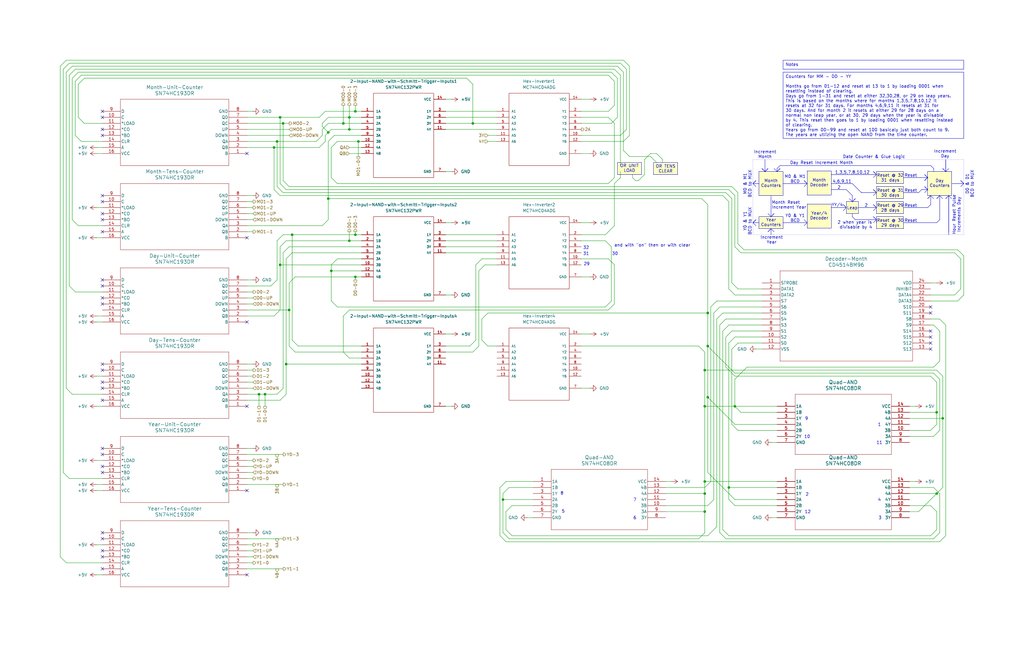
<source format=kicad_sch>
(kicad_sch
	(version 20250114)
	(generator "eeschema")
	(generator_version "9.0")
	(uuid "2d052a06-1a2a-47f0-be32-55a62ef86e08")
	(paper "B")
	(title_block
		(title "Date Counter & Glue Logic")
	)
	
	(rectangle
		(start 320.04 72.39)
		(end 330.2 82.55)
		(stroke
			(width 0)
			(type solid)
		)
		(fill
			(type color)
			(color 255 255 194 1)
		)
		(uuid 1b8e85e8-29ed-401a-b22b-57a57ffc09ae)
	)
	(rectangle
		(start 260.35 68.58)
		(end 270.51 73.66)
		(stroke
			(width 0)
			(type solid)
		)
		(fill
			(type color)
			(color 255 255 194 1)
		)
		(uuid 30f80d72-3122-4fb8-92d7-d0604156e40d)
	)
	(rectangle
		(start 369.57 72.39)
		(end 381 77.47)
		(stroke
			(width 0)
			(type solid)
		)
		(fill
			(type color)
			(color 255 255 194 1)
		)
		(uuid 36cbebed-b518-44df-a241-d15ff08776aa)
	)
	(rectangle
		(start 320.04 91.44)
		(end 330.2 96.52)
		(stroke
			(width 0)
			(type solid)
		)
		(fill
			(type color)
			(color 255 255 194 1)
		)
		(uuid 4dcfa815-6867-4bc0-92e2-105c55a9d569)
	)
	(rectangle
		(start 330.2 25.4)
		(end 406.4 29.21)
		(stroke
			(width 0)
			(type default)
		)
		(fill
			(type none)
		)
		(uuid 881fabf2-f998-4802-a111-1bb7828d768b)
	)
	(rectangle
		(start 391.16 72.39)
		(end 401.32 82.55)
		(stroke
			(width 0)
			(type solid)
		)
		(fill
			(type color)
			(color 255 255 194 1)
		)
		(uuid a7d6e6ee-d2b8-455f-9e10-fa1ea138fa6c)
	)
	(rectangle
		(start 369.57 85.09)
		(end 381 90.17)
		(stroke
			(width 0)
			(type solid)
		)
		(fill
			(type color)
			(color 255 255 194 1)
		)
		(uuid ae449f95-16e8-43b3-bc01-49ffc12a4867)
	)
	(rectangle
		(start 369.57 91.44)
		(end 381 96.52)
		(stroke
			(width 0)
			(type solid)
		)
		(fill
			(type color)
			(color 255 255 194 1)
		)
		(uuid b25c4d30-758b-4f88-ab24-cd07de71d806)
	)
	(rectangle
		(start 275.59 68.58)
		(end 285.75 73.66)
		(stroke
			(width 0)
			(type solid)
		)
		(fill
			(type color)
			(color 255 255 194 1)
		)
		(uuid be2c3a9a-3ba5-43b1-b739-41f298d45a28)
	)
	(rectangle
		(start 340.36 86.106)
		(end 350.52 96.266)
		(stroke
			(width 0)
			(type solid)
		)
		(fill
			(type color)
			(color 255 255 194 1)
		)
		(uuid c20d02fb-2597-460c-abf9-321d10b1ffa2)
	)
	(rectangle
		(start 317.5 67.31)
		(end 406.4 99.06)
		(stroke
			(width 0)
			(type dot)
		)
		(fill
			(type none)
		)
		(uuid c3961605-b2ea-4926-8a97-0eeb89f717ea)
	)
	(rectangle
		(start 356.87 85.09)
		(end 361.95 90.17)
		(stroke
			(width 0)
			(type solid)
		)
		(fill
			(type color)
			(color 255 255 194 1)
		)
		(uuid daa20f6f-a28d-46b8-8ad7-17cee14da4a2)
	)
	(rectangle
		(start 340.36 72.136)
		(end 350.52 82.296)
		(stroke
			(width 0)
			(type solid)
		)
		(fill
			(type color)
			(color 255 255 194 1)
		)
		(uuid e0619f37-df03-46ab-ab63-1b556cd411aa)
	)
	(rectangle
		(start 369.57 78.74)
		(end 381 83.82)
		(stroke
			(width 0)
			(type solid)
		)
		(fill
			(type color)
			(color 255 255 194 1)
		)
		(uuid e38718c8-79e9-4d69-96ee-3afe28a73d55)
	)
	(rectangle
		(start 330.2 30.48)
		(end 406.4 58.42)
		(stroke
			(width 0)
			(type default)
		)
		(fill
			(type none)
		)
		(uuid f840f381-a28a-40e0-b8ba-6f2abaedb2bc)
	)
	(text "Hour Reset Pulse\nIncrements Day"
		(exclude_from_sim no)
		(at 403.352 90.678 90)
		(effects
			(font
				(size 1.27 1.27)
			)
		)
		(uuid "02f3a4e2-f2b2-4dfa-bcc3-6ddc6601feb8")
	)
	(text "Y0 & Y1\nBCD to MUX"
		(exclude_from_sim no)
		(at 315.214 93.472 90)
		(effects
			(font
				(size 1.27 1.27)
			)
		)
		(uuid "0948e458-5b98-4779-924e-140c74351104")
	)
	(text "31"
		(exclude_from_sim no)
		(at 247.142 107.188 0)
		(effects
			(font
				(size 1.27 1.27)
			)
		)
		(uuid "10e1bcdb-72ff-477e-88f7-c33a1d733aa9")
	)
	(text "M0 & M1\nBCD"
		(exclude_from_sim no)
		(at 335.28 75.692 0)
		(effects
			(font
				(size 1.27 1.27)
			)
		)
		(uuid "199e2ac9-65a5-4e3f-900c-83e3784e2a5d")
	)
	(text "1,3,5,7,8,10,12"
		(exclude_from_sim no)
		(at 359.41 72.898 0)
		(effects
			(font
				(size 1.27 1.27)
			)
		)
		(uuid "1c889e17-57d2-46bb-ad02-0a44c22517a9")
	)
	(text "CD4514 HIGH OUT\n\nINHIBIT ALL OUTPUTS HIGHT IF HIGH FOR CD4514"
		(exclude_from_sim no)
		(at 459.74 107.442 0)
		(effects
			(font
				(size 1.27 1.27)
			)
		)
		(uuid "1dd90c79-25dc-494f-8154-d67c73bad7f0")
	)
	(text "5"
		(exclude_from_sim no)
		(at 237.49 215.9 0)
		(effects
			(font
				(size 1.27 1.27)
			)
		)
		(uuid "23b29df1-5745-4810-b02d-fcc8c9d00e7a")
	)
	(text "Month\nDecoder"
		(exclude_from_sim no)
		(at 345.44 77.216 0)
		(effects
			(font
				(size 1.27 1.27)
			)
		)
		(uuid "2506ecd9-e867-4de2-9cb5-0f7179b29b6f")
	)
	(text "10"
		(exclude_from_sim no)
		(at 340.36 184.404 0)
		(effects
			(font
				(size 1.27 1.27)
			)
		)
		(uuid "259d4d9b-76cf-4c92-aea5-13e336eff373")
	)
	(text "1"
		(exclude_from_sim no)
		(at 370.84 179.324 0)
		(effects
			(font
				(size 1.27 1.27)
			)
		)
		(uuid "2732ed44-662d-4ebb-abf1-842c0dd8adba")
	)
	(text "Y0 & Y1\nBCD"
		(exclude_from_sim no)
		(at 335.28 92.202 0)
		(effects
			(font
				(size 1.27 1.27)
			)
		)
		(uuid "364d5a3f-8b8c-46a8-9e82-7c1a2b78f83f")
	)
	(text "2"
		(exclude_from_sim no)
		(at 365.252 86.868 0)
		(effects
			(font
				(size 1.27 1.27)
			)
		)
		(uuid "3990d0c8-ff78-43ea-937d-58307dbbb643")
	)
	(text "M0 & M1\nBCD to MUX"
		(exclude_from_sim no)
		(at 315.214 77.724 90)
		(effects
			(font
				(size 1.27 1.27)
			)
		)
		(uuid "475cbd43-a90c-4980-be32-df18486087ef")
	)
	(text "30"
		(exclude_from_sim no)
		(at 259.334 107.188 0)
		(effects
			(font
				(size 1.27 1.27)
			)
		)
		(uuid "4a327b3e-1f9c-48a6-98e0-1b0722120dec")
	)
	(text "Reset"
		(exclude_from_sim no)
		(at 384.048 74.168 0)
		(effects
			(font
				(size 1.27 1.27)
			)
		)
		(uuid "4b660481-b2b0-4a2f-8b5a-ddb13ac1c973")
	)
	(text "Leap"
		(exclude_from_sim no)
		(at 359.41 87.884 0)
		(effects
			(font
				(size 1.27 1.27)
			)
		)
		(uuid "4b78e12a-26c0-4184-bc08-e87b7ed8d4da")
	)
	(text "Notes"
		(exclude_from_sim no)
		(at 331.216 27.432 0)
		(effects
			(font
				(size 1.27 1.27)
			)
			(justify left)
		)
		(uuid "4f7ecb8a-06da-461c-b0d1-a6e6f2f39020")
	)
	(text "9"
		(exclude_from_sim no)
		(at 340.106 176.784 0)
		(effects
			(font
				(size 1.27 1.27)
			)
		)
		(uuid "51f7335a-7f5c-41e0-b5c4-0d4daf828a66")
	)
	(text "YY/4"
		(exclude_from_sim no)
		(at 353.06 86.614 0)
		(effects
			(font
				(size 1.27 1.27)
			)
		)
		(uuid "526427ac-cde2-4d39-9845-3e6216d4bf08")
	)
	(text "Reset"
		(exclude_from_sim no)
		(at 384.048 93.218 0)
		(effects
			(font
				(size 1.27 1.27)
			)
		)
		(uuid "53a1bc8f-876b-4189-a8cd-a77c408b6457")
	)
	(text "4"
		(exclude_from_sim no)
		(at 370.84 211.074 0)
		(effects
			(font
				(size 1.27 1.27)
			)
		)
		(uuid "5be4c282-de85-4f84-a6d6-d06b5ef506e0")
	)
	(text "11"
		(exclude_from_sim no)
		(at 370.84 186.944 0)
		(effects
			(font
				(size 1.27 1.27)
			)
		)
		(uuid "5d413c64-3859-429e-9b99-9a95718842f2")
	)
	(text "29"
		(exclude_from_sim no)
		(at 247.396 111.506 0)
		(effects
			(font
				(size 1.27 1.27)
			)
		)
		(uuid "5e122602-6757-4f0a-8977-67a783b2927f")
	)
	(text "Date Counter & Glue Logic"
		(exclude_from_sim no)
		(at 355.346 66.294 0)
		(effects
			(font
				(size 1.27 1.27)
			)
			(justify left)
		)
		(uuid "61dbca87-e492-4b3d-89a5-050a82698f2b")
	)
	(text "4,6,9,11"
		(exclude_from_sim no)
		(at 355.092 76.708 0)
		(effects
			(font
				(size 1.27 1.27)
			)
		)
		(uuid "697a185c-4753-4854-b10b-9e4443d6a06c")
	)
	(text "6"
		(exclude_from_sim no)
		(at 267.716 218.694 0)
		(effects
			(font
				(size 1.27 1.27)
			)
		)
		(uuid "6c809765-9d55-49cb-8375-a63f30debc76")
	)
	(text "8"
		(exclude_from_sim no)
		(at 236.982 208.28 0)
		(effects
			(font
				(size 1.27 1.27)
			)
		)
		(uuid "6cca6771-74a0-446f-b538-4a79e976a59f")
	)
	(text "2"
		(exclude_from_sim no)
		(at 340.36 208.788 0)
		(effects
			(font
				(size 1.27 1.27)
			)
		)
		(uuid "71604808-c990-4e03-a9fc-b70b68128744")
	)
	(text "Reset @ 29\n28 days"
		(exclude_from_sim no)
		(at 375.412 87.884 0)
		(effects
			(font
				(size 1.27 1.27)
			)
		)
		(uuid "71e5b1b4-f104-41f1-848b-c5596d965e0f")
	)
	(text "Increment\nDay"
		(exclude_from_sim no)
		(at 398.526 65.024 0)
		(effects
			(font
				(size 1.27 1.27)
			)
		)
		(uuid "76b23d71-c5ff-4bc7-b248-ff449e712ecf")
	)
	(text "Day\nCounters"
		(exclude_from_sim no)
		(at 396.24 77.47 0)
		(effects
			(font
				(size 1.27 1.27)
			)
		)
		(uuid "8481824a-fb86-49da-a0d1-a76be5f79ec7")
	)
	(text "Reset @ 32\n31 days"
		(exclude_from_sim no)
		(at 375.412 75.184 0)
		(effects
			(font
				(size 1.27 1.27)
			)
		)
		(uuid "8d5e27cd-fb21-40b0-be09-c8bfa3e39fbd")
	)
	(text "Day Reset Increment Month"
		(exclude_from_sim no)
		(at 346.456 68.834 0)
		(effects
			(font
				(size 1.27 1.27)
			)
		)
		(uuid "8f7166d2-6805-4a68-9907-c3e130467a0f")
	)
	(text "Year\nCounters"
		(exclude_from_sim no)
		(at 325.12 93.98 0)
		(effects
			(font
				(size 1.27 1.27)
			)
		)
		(uuid "9110430f-52a1-442e-a9a9-8cc7835efcf4")
	)
	(text "Year/4\nDecoder"
		(exclude_from_sim no)
		(at 345.44 91.186 0)
		(effects
			(font
				(size 1.27 1.27)
			)
		)
		(uuid "95e50686-fec5-4a10-81b6-d15c7c7a6916")
	)
	(text "2"
		(exclude_from_sim no)
		(at 353.822 79.248 0)
		(effects
			(font
				(size 1.27 1.27)
			)
		)
		(uuid "a5b9a90b-2ba8-4929-aaaf-347cf3151f25")
	)
	(text "2 when year is \ndivisable by 4"
		(exclude_from_sim no)
		(at 360.934 94.996 0)
		(effects
			(font
				(size 1.27 1.27)
			)
		)
		(uuid "a6d81da4-204e-4141-9eca-9e3fdebb14fd")
	)
	(text "12\n"
		(exclude_from_sim no)
		(at 340.614 216.154 0)
		(effects
			(font
				(size 1.27 1.27)
			)
		)
		(uuid "b777b7ac-eac0-48e1-8aa6-a41b28ba4eaf")
	)
	(text "7"
		(exclude_from_sim no)
		(at 267.716 211.074 0)
		(effects
			(font
				(size 1.27 1.27)
			)
		)
		(uuid "bc912420-2eb5-4a74-852e-565ef52e80c8")
	)
	(text "Month\nCounters"
		(exclude_from_sim no)
		(at 325.12 77.47 0)
		(effects
			(font
				(size 1.27 1.27)
			)
		)
		(uuid "c2c3bf05-6107-4389-9e6b-0dc684d1d89e")
	)
	(text "D0 & D1\nBCD to MUX"
		(exclude_from_sim no)
		(at 408.94 77.724 90)
		(effects
			(font
				(size 1.27 1.27)
			)
		)
		(uuid "c43e8a09-11ea-4bb5-9c1e-e82e0e2ecaab")
	)
	(text "Reset @ 30\n29 days\n"
		(exclude_from_sim no)
		(at 375.412 94.234 0)
		(effects
			(font
				(size 1.27 1.27)
			)
		)
		(uuid "caea23f7-687f-4d2d-83da-2c315cf4db31")
	)
	(text "Increment\nMonth"
		(exclude_from_sim no)
		(at 322.58 65.278 0)
		(effects
			(font
				(size 1.27 1.27)
			)
		)
		(uuid "cc653e02-6fc0-4e2e-907e-86d33b517cc3")
	)
	(text "Increment\nYear"
		(exclude_from_sim no)
		(at 325.374 101.346 0)
		(effects
			(font
				(size 1.27 1.27)
			)
		)
		(uuid "ccc49301-f241-4d80-89d0-890911bde331")
	)
	(text "Month Reset\nIncrement Year"
		(exclude_from_sim no)
		(at 325.374 86.614 0)
		(effects
			(font
				(size 1.27 1.27)
			)
			(justify left)
		)
		(uuid "d074f9a3-8ca6-410b-a14f-9a1802e20973")
	)
	(text "32"
		(exclude_from_sim no)
		(at 247.142 104.648 0)
		(effects
			(font
				(size 1.27 1.27)
			)
		)
		(uuid "d2f82a6d-2663-4059-85d9-2b15261d0fbb")
	)
	(text "Reset @ 31\n30 days"
		(exclude_from_sim no)
		(at 375.412 81.534 0)
		(effects
			(font
				(size 1.27 1.27)
			)
		)
		(uuid "d91ccae7-c8b9-4f41-bbef-1f4b65be2c68")
	)
	(text "Reset"
		(exclude_from_sim no)
		(at 384.048 80.518 0)
		(effects
			(font
				(size 1.27 1.27)
			)
		)
		(uuid "da830103-5726-4250-81aa-1071c6175d1d")
	)
	(text "Reset"
		(exclude_from_sim no)
		(at 384.048 86.868 0)
		(effects
			(font
				(size 1.27 1.27)
			)
		)
		(uuid "decb99a7-15f4-4afc-93f1-907dc7de26b8")
	)
	(text "and with \"on\" then or with clear"
		(exclude_from_sim no)
		(at 275.082 103.632 0)
		(effects
			(font
				(size 1.27 1.27)
			)
		)
		(uuid "e1e59502-1785-4699-bfed-59091bd63cbe")
	)
	(text "OR TENS\nCLEAR"
		(exclude_from_sim no)
		(at 280.67 71.374 0)
		(effects
			(font
				(size 1.27 1.27)
			)
		)
		(uuid "ef1a9d73-4e3f-4357-8eda-cd9d841b2868")
	)
	(text "Counters for MM - DD - YY\n\nMonths go from 01-12 and reset at 13 to 1 by loading 0001 when\nresetting instead of clearing.\nDays go from 1-31 and reset at either 32,30,28, or 29 on leap years.\nThis is based on the months where for months 1,3,5,7,8,10,12 it\nresets at 32 for 31 days. For months 4,6,9,11 it resets at 31 for\n30 days. And for month 2 it resets at either 29 for 28 days on a\nnormal non leap year, or at 30, 29 days when the year is divisable\nby 4. This reset then goes to 1 by loading 0001 when resetting instead\nof clearing.\nYears go from 00-99 and reset at 100 basicaly just both count to 9.\nThe years are utlizing the open NAND from the time counter.\n"
		(exclude_from_sim no)
		(at 331.216 31.75 0)
		(effects
			(font
				(size 1.27 1.27)
			)
			(justify left top)
		)
		(uuid "f220b246-9829-43ea-b2f7-66f605e2e29d")
	)
	(text "OR UNIT\nLOAD"
		(exclude_from_sim no)
		(at 265.43 71.12 0)
		(effects
			(font
				(size 1.27 1.27)
			)
		)
		(uuid "f3fef8a4-5559-49ba-b2b3-4b8f95ef512c")
	)
	(text "3"
		(exclude_from_sim no)
		(at 371.094 218.694 0)
		(effects
			(font
				(size 1.27 1.27)
			)
		)
		(uuid "f66203b0-4402-4ca4-a79c-37ac0869c4e2")
	)
	(junction
		(at 297.18 156.21)
		(diameter 0)
		(color 0 0 0 0)
		(uuid "0b8f08b8-df9d-4f21-927e-87aa98af8cc8")
	)
	(junction
		(at 138.43 55.88)
		(diameter 0)
		(color 0 0 0 0)
		(uuid "1a6e4ddb-8bb9-4468-a854-e5ffbfb2f1f7")
	)
	(junction
		(at 123.19 99.06)
		(diameter 0)
		(color 0 0 0 0)
		(uuid "1a6eea4f-8e55-470b-9927-13797595c252")
	)
	(junction
		(at 297.18 171.45)
		(diameter 0)
		(color 0 0 0 0)
		(uuid "1e99fe28-20f0-4ea6-b620-5834494ffffa")
	)
	(junction
		(at 297.18 208.28)
		(diameter 0)
		(color 0 0 0 0)
		(uuid "2cb6078b-be3d-41da-95fc-e0ad8da57909")
	)
	(junction
		(at 149.86 116.84)
		(diameter 0)
		(color 0 0 0 0)
		(uuid "2f0312b7-959f-4389-a885-159850b129c1")
	)
	(junction
		(at 115.57 62.23)
		(diameter 0)
		(color 0 0 0 0)
		(uuid "38445782-d604-41a2-a1ad-064632015d08")
	)
	(junction
		(at 118.11 49.53)
		(diameter 0)
		(color 0 0 0 0)
		(uuid "393ff1b5-e135-4456-a6fb-c9ecd5f6d923")
	)
	(junction
		(at 139.7 114.3)
		(diameter 0)
		(color 0 0 0 0)
		(uuid "43c900ae-6a03-4483-9bcf-00045871f2b6")
	)
	(junction
		(at 298.45 167.64)
		(diameter 0)
		(color 0 0 0 0)
		(uuid "4759fb80-d171-4ba6-9857-56b50da90f9d")
	)
	(junction
		(at 151.13 59.69)
		(diameter 0)
		(color 0 0 0 0)
		(uuid "4fdf4b4d-b505-4694-bc42-04c8c29dccc7")
	)
	(junction
		(at 149.86 99.06)
		(diameter 0)
		(color 0 0 0 0)
		(uuid "573751ec-1a0d-46e7-9ba3-64cd6d87e4bf")
	)
	(junction
		(at 116.84 59.69)
		(diameter 0)
		(color 0 0 0 0)
		(uuid "598b9664-4456-46ab-892a-f2b242447142")
	)
	(junction
		(at 297.18 215.9)
		(diameter 0)
		(color 0 0 0 0)
		(uuid "5baaecb6-ef5c-41c2-8375-797d798178de")
	)
	(junction
		(at 298.45 132.08)
		(diameter 0)
		(color 0 0 0 0)
		(uuid "61f973bd-3dbb-4a20-8bb1-665b2b6179ac")
	)
	(junction
		(at 212.09 210.82)
		(diameter 0)
		(color 0 0 0 0)
		(uuid "659fdffa-3513-468b-b1a7-21dd00b6e956")
	)
	(junction
		(at 109.22 166.37)
		(diameter 0)
		(color 0 0 0 0)
		(uuid "68f7b0e8-6264-4369-9d88-d401c2187b93")
	)
	(junction
		(at 147.32 101.6)
		(diameter 0)
		(color 0 0 0 0)
		(uuid "7be8c259-fb68-4d23-85ed-0caa5fa1b927")
	)
	(junction
		(at 138.43 83.82)
		(diameter 0)
		(color 0 0 0 0)
		(uuid "879989bb-dbf5-4751-8b67-5878020c9057")
	)
	(junction
		(at 144.78 52.07)
		(diameter 0)
		(color 0 0 0 0)
		(uuid "98c2dd43-001f-4c74-a310-aebcf5aa98bc")
	)
	(junction
		(at 298.45 146.05)
		(diameter 0)
		(color 0 0 0 0)
		(uuid "9a175d76-bd91-4e1b-b876-ac301dc5165a")
	)
	(junction
		(at 149.86 46.99)
		(diameter 0)
		(color 0 0 0 0)
		(uuid "9ae5a53d-63b9-46d1-b859-6708de5346a7")
	)
	(junction
		(at 111.76 166.37)
		(diameter 0)
		(color 0 0 0 0)
		(uuid "a3e70d79-5194-4308-986b-87e4850cbfe6")
	)
	(junction
		(at 394.97 173.99)
		(diameter 0)
		(color 0 0 0 0)
		(uuid "a9f66ce3-78dd-4451-88d7-f2314fb16756")
	)
	(junction
		(at 307.34 205.74)
		(diameter 0)
		(color 0 0 0 0)
		(uuid "ab6fff2f-fa4b-49b0-a088-c2bb3d19114d")
	)
	(junction
		(at 119.38 52.07)
		(diameter 0)
		(color 0 0 0 0)
		(uuid "b1289947-1327-42bf-9f7a-3511115a8d89")
	)
	(junction
		(at 309.88 171.45)
		(diameter 0)
		(color 0 0 0 0)
		(uuid "bc277c90-08f5-49aa-9e64-fe04d466c194")
	)
	(junction
		(at 147.32 54.61)
		(diameter 0)
		(color 0 0 0 0)
		(uuid "c04799d8-a559-4ec9-91f8-06ebb7878b1f")
	)
	(junction
		(at 394.97 208.28)
		(diameter 0)
		(color 0 0 0 0)
		(uuid "c1f7f842-9976-4a34-892b-7619617c1ac9")
	)
	(junction
		(at 297.18 203.2)
		(diameter 0)
		(color 0 0 0 0)
		(uuid "dd333df7-1a49-4e9d-b0a9-aac56925afe1")
	)
	(junction
		(at 118.11 111.76)
		(diameter 0)
		(color 0 0 0 0)
		(uuid "dd58643f-fe48-4ce3-9cf3-21000b7ec0df")
	)
	(junction
		(at 120.65 153.67)
		(diameter 0)
		(color 0 0 0 0)
		(uuid "e19be8f7-b6c6-48c1-a71a-70b24209839b")
	)
	(junction
		(at 147.32 49.53)
		(diameter 0)
		(color 0 0 0 0)
		(uuid "e2525977-6b0d-4ed8-8e0d-47d956335a85")
	)
	(junction
		(at 397.51 176.53)
		(diameter 0)
		(color 0 0 0 0)
		(uuid "e39aa367-dd33-4f7e-910b-ef472754d6a6")
	)
	(junction
		(at 199.39 52.07)
		(diameter 0)
		(color 0 0 0 0)
		(uuid "eab9cfaf-b5ae-4bec-8d3d-10f61c9d4b15")
	)
	(junction
		(at 121.92 130.81)
		(diameter 0)
		(color 0 0 0 0)
		(uuid "f1317b7b-f60d-45c8-b4e4-2c321aadf055")
	)
	(no_connect
		(at 43.18 97.79)
		(uuid "0318db47-3383-4a98-ae9a-6d19ed7f44ce")
	)
	(no_connect
		(at 104.14 64.77)
		(uuid "0a19ce8c-922b-4ba2-9fc1-62451525db0f")
	)
	(no_connect
		(at 43.18 85.09)
		(uuid "1152de40-4b15-4fb0-837a-67b2768fb3b2")
	)
	(no_connect
		(at 392.43 132.08)
		(uuid "13f59194-a25c-4ddf-a242-574d5e301e0c")
	)
	(no_connect
		(at 43.18 128.27)
		(uuid "19bcd9aa-6c76-4843-98c1-d9f08ba86722")
	)
	(no_connect
		(at 43.18 46.99)
		(uuid "1ac5624f-278d-4277-a36e-45474997afc6")
	)
	(no_connect
		(at 43.18 199.39)
		(uuid "217536ca-450a-4b1e-9237-b84e1fcb7b40")
	)
	(no_connect
		(at 43.18 82.55)
		(uuid "25535619-5437-4bba-bef2-c8d2cd1d3bcc")
	)
	(no_connect
		(at 392.43 129.54)
		(uuid "28aa5fa1-471b-4ffc-85ce-414914050eba")
	)
	(no_connect
		(at 43.18 120.65)
		(uuid "29238a6e-0575-4422-8433-98b91bea411f")
	)
	(no_connect
		(at 43.18 240.03)
		(uuid "29403f10-73ab-4877-8da9-deb1ccb3754b")
	)
	(no_connect
		(at 43.18 153.67)
		(uuid "2d461ee2-958a-40f7-89fe-5969b6e41e0c")
	)
	(no_connect
		(at 43.18 49.53)
		(uuid "2f635756-9b80-46f2-9879-b0fd6f5d349a")
	)
	(no_connect
		(at 392.43 147.32)
		(uuid "30618e6f-5f8f-43b7-a565-47597dbea339")
	)
	(no_connect
		(at 392.43 139.7)
		(uuid "3218e950-9eb7-4c93-abf2-e3d70f3b7831")
	)
	(no_connect
		(at 43.18 54.61)
		(uuid "3a87e7ef-43a9-4f18-9590-9197c43004c3")
	)
	(no_connect
		(at 43.18 189.23)
		(uuid "3c634802-ba62-4e06-b680-8c2f731bd71a")
	)
	(no_connect
		(at 43.18 232.41)
		(uuid "3d3397a0-bcdc-4288-9985-c1c67824566a")
	)
	(no_connect
		(at 43.18 163.83)
		(uuid "47dfa318-8e9a-45d7-b5dd-41df32cd4be4")
	)
	(no_connect
		(at 43.18 234.95)
		(uuid "52b84519-1f9a-4d4a-b943-e5235223ec2a")
	)
	(no_connect
		(at 392.43 144.78)
		(uuid "5e0e38e4-989b-4562-89c7-a5fb826aabf0")
	)
	(no_connect
		(at 43.18 224.79)
		(uuid "610d5e9c-8409-49cf-a538-77273d86e3f0")
	)
	(no_connect
		(at 43.18 191.77)
		(uuid "63e4bcdb-140e-47e8-9716-110399026ea6")
	)
	(no_connect
		(at 104.14 242.57)
		(uuid "6a88eec7-8aba-4014-bea6-6a68191391ff")
	)
	(no_connect
		(at 43.18 57.15)
		(uuid "7160a1b7-bdad-48a1-8af2-2ee715c96a36")
	)
	(no_connect
		(at 43.18 90.17)
		(uuid "78bc767b-6029-4922-a94d-24bec11a7e6e")
	)
	(no_connect
		(at 43.18 118.11)
		(uuid "8af93a6a-3108-437e-b4eb-1b679cb6bcd8")
	)
	(no_connect
		(at 392.43 142.24)
		(uuid "94a0eb75-5c4e-4011-9be9-93bc1743fd7b")
	)
	(no_connect
		(at 43.18 227.33)
		(uuid "94e0f8e2-8321-41ba-93dc-36cc5b59783a")
	)
	(no_connect
		(at 104.14 207.01)
		(uuid "950a61c6-27af-44dd-a982-b74b136cc9f0")
	)
	(no_connect
		(at 43.18 92.71)
		(uuid "a34a9e9d-ae68-4141-a7dd-4e004952f079")
	)
	(no_connect
		(at 43.18 168.91)
		(uuid "a7416254-e889-4f74-975c-1b32d8b54d51")
	)
	(no_connect
		(at 43.18 125.73)
		(uuid "a78bb55c-7324-4753-9a28-153535893175")
	)
	(no_connect
		(at 104.14 100.33)
		(uuid "b15ddfc1-a2c1-4a70-a171-ae9efe6a73fa")
	)
	(no_connect
		(at 43.18 161.29)
		(uuid "c0b630b5-934b-47ca-a9d1-b24076337f94")
	)
	(no_connect
		(at 43.18 156.21)
		(uuid "c1df981e-ecf5-4b5d-98d4-759c09cd033a")
	)
	(no_connect
		(at 104.14 171.45)
		(uuid "c7d93f9d-227d-4095-b488-d4c6aad86ccb")
	)
	(no_connect
		(at 43.18 196.85)
		(uuid "cc374fa1-2095-46c0-a160-b8a70fc111ee")
	)
	(no_connect
		(at 104.14 135.89)
		(uuid "d2592d7a-d065-4340-bc2f-ceb0d35b4f54")
	)
	(wire
		(pts
			(xy 119.38 52.07) (xy 104.14 52.07)
		)
		(stroke
			(width 0)
			(type default)
		)
		(uuid "00a98ce8-63a5-4788-80e0-a1c9653250b9")
	)
	(wire
		(pts
			(xy 248.92 41.91) (xy 245.11 41.91)
		)
		(stroke
			(width 0)
			(type default)
		)
		(uuid "00b21205-e1aa-46db-a7a8-16edd793f2fe")
	)
	(wire
		(pts
			(xy 392.43 226.06) (xy 394.97 223.52)
		)
		(stroke
			(width 0)
			(type default)
		)
		(uuid "012230fa-9736-423d-b75b-3ca031ab8f09")
	)
	(wire
		(pts
			(xy 119.38 99.06) (xy 123.19 99.06)
		)
		(stroke
			(width 0)
			(type default)
		)
		(uuid "01a26edc-37e5-476d-b9c1-548a67935973")
	)
	(wire
		(pts
			(xy 29.21 31.75) (xy 29.21 120.65)
		)
		(stroke
			(width 0)
			(type default)
		)
		(uuid "0262dfe5-0a1e-4840-9afa-5cea1a4e645c")
	)
	(wire
		(pts
			(xy 118.11 49.53) (xy 118.11 77.47)
		)
		(stroke
			(width 0)
			(type default)
		)
		(uuid "028213ff-d3d6-4f94-aebc-fe3a63fe4dde")
	)
	(wire
		(pts
			(xy 104.14 120.65) (xy 114.3 120.65)
		)
		(stroke
			(width 0)
			(type default)
		)
		(uuid "03b87ffe-0141-4140-be37-9ab6a6b23092")
	)
	(wire
		(pts
			(xy 259.08 34.29) (xy 256.54 31.75)
		)
		(stroke
			(width 0)
			(type default)
		)
		(uuid "03e25b20-1dcb-447b-b277-1536efe4077f")
	)
	(wire
		(pts
			(xy 300.99 132.08) (xy 300.99 210.82)
		)
		(stroke
			(width 0)
			(type default)
		)
		(uuid "04593184-ac70-42f7-b5fa-35e2e94ba39b")
	)
	(polyline
		(pts
			(xy 392.43 69.85) (xy 328.93 69.85)
		)
		(stroke
			(width 0)
			(type default)
		)
		(uuid "04ec3c4e-aed5-48a6-94d6-86fe2cb264a1")
	)
	(wire
		(pts
			(xy 27.94 237.49) (xy 43.18 237.49)
		)
		(stroke
			(width 0)
			(type default)
		)
		(uuid "04fa24b5-77a5-4ba2-8316-ae0a887875ca")
	)
	(polyline
		(pts
			(xy 350.52 87.63) (xy 351.79 87.63)
		)
		(stroke
			(width 0)
			(type default)
		)
		(uuid "0570c4c1-3f3c-4010-95f7-464f36b9e574")
	)
	(wire
		(pts
			(xy 121.92 119.38) (xy 124.46 116.84)
		)
		(stroke
			(width 0)
			(type default)
		)
		(uuid "064d573a-d55b-4967-ae61-b5ece197ae50")
	)
	(wire
		(pts
			(xy 104.14 130.81) (xy 121.92 130.81)
		)
		(stroke
			(width 0)
			(type default)
		)
		(uuid "06ac3235-f1a0-48c7-92d6-0408a72d9400")
	)
	(wire
		(pts
			(xy 30.48 27.94) (xy 260.35 27.94)
		)
		(stroke
			(width 0)
			(type default)
		)
		(uuid "06cb33ad-2560-4d2b-ab26-58a1d56ca52f")
	)
	(wire
		(pts
			(xy 298.45 226.06) (xy 215.9 226.06)
		)
		(stroke
			(width 0)
			(type default)
		)
		(uuid "081903f3-e848-45b4-b961-d2e7a81f90af")
	)
	(wire
		(pts
			(xy 392.43 181.61) (xy 394.97 179.07)
		)
		(stroke
			(width 0)
			(type default)
		)
		(uuid "081c4de2-967a-43c6-9298-2217e0ddecc4")
	)
	(wire
		(pts
			(xy 114.3 120.65) (xy 116.84 118.11)
		)
		(stroke
			(width 0)
			(type default)
		)
		(uuid "081eb293-a2c9-474d-a6c4-beb4f04fb178")
	)
	(wire
		(pts
			(xy 104.14 191.77) (xy 119.38 191.77)
		)
		(stroke
			(width 0)
			(type default)
		)
		(uuid "083024f5-dc65-46a9-8f53-a5338bce3ee0")
	)
	(wire
		(pts
			(xy 308.61 83.82) (xy 308.61 119.38)
		)
		(stroke
			(width 0)
			(type default)
		)
		(uuid "08429c4a-7b8d-4175-ac93-054f420a92b2")
	)
	(wire
		(pts
			(xy 111.76 171.45) (xy 111.76 166.37)
		)
		(stroke
			(width 0)
			(type default)
		)
		(uuid "08786a76-4512-41bd-b5aa-47bd468bb3e7")
	)
	(wire
		(pts
			(xy 327.66 179.07) (xy 309.88 179.07)
		)
		(stroke
			(width 0)
			(type default)
		)
		(uuid "08ffccf8-d1e1-448d-836f-748a61eb465c")
	)
	(wire
		(pts
			(xy 187.96 99.06) (xy 209.55 99.06)
		)
		(stroke
			(width 0)
			(type default)
		)
		(uuid "095c3555-5b05-4297-b57a-b3fc14cd36a1")
	)
	(wire
		(pts
			(xy 405.13 109.22) (xy 405.13 121.92)
		)
		(stroke
			(width 0)
			(type default)
		)
		(uuid "0a245f30-4d0c-4a3c-bd73-4a1303140802")
	)
	(wire
		(pts
			(xy 34.29 31.75) (xy 256.54 31.75)
		)
		(stroke
			(width 0)
			(type default)
		)
		(uuid "0aa0ec81-d534-4c63-ab2b-b99f01f13a89")
	)
	(polyline
		(pts
			(xy 322.58 72.39) (xy 323.85 71.12)
		)
		(stroke
			(width 0)
			(type default)
		)
		(uuid "0aa7ce75-ed3f-4bc5-9999-64ab656f3711")
	)
	(wire
		(pts
			(xy 123.19 99.06) (xy 123.19 143.51)
		)
		(stroke
			(width 0)
			(type default)
		)
		(uuid "0ab36c24-5220-4dfb-a647-5a06ba59b27d")
	)
	(wire
		(pts
			(xy 187.96 52.07) (xy 199.39 52.07)
		)
		(stroke
			(width 0)
			(type default)
		)
		(uuid "0b655b26-5066-4d09-a26d-a767eeb16007")
	)
	(polyline
		(pts
			(xy 327.66 72.39) (xy 328.93 71.12)
		)
		(stroke
			(width 0)
			(type default)
		)
		(uuid "0fc62693-b4ef-44be-be6b-fb76b0d6f8fd")
	)
	(wire
		(pts
			(xy 297.18 156.21) (xy 297.18 171.45)
		)
		(stroke
			(width 0)
			(type default)
		)
		(uuid "10fd047a-cda6-4bb0-a50b-3f9abc023144")
	)
	(wire
		(pts
			(xy 187.96 54.61) (xy 209.55 54.61)
		)
		(stroke
			(width 0)
			(type default)
		)
		(uuid "11153465-ec8e-4364-ad97-66caee2a3826")
	)
	(wire
		(pts
			(xy 327.66 213.36) (xy 309.88 213.36)
		)
		(stroke
			(width 0)
			(type default)
		)
		(uuid "1184cd66-4673-42b3-b1dd-94363bf14bc0")
	)
	(wire
		(pts
			(xy 40.64 135.89) (xy 43.18 135.89)
		)
		(stroke
			(width 0)
			(type default)
		)
		(uuid "12040cf7-4f33-4294-bbe5-d261bc83cfed")
	)
	(polyline
		(pts
			(xy 398.78 67.31) (xy 398.78 72.39)
		)
		(stroke
			(width 0)
			(type default)
		)
		(uuid "122d9f37-4152-45c9-bfe9-088eb9d9f23a")
	)
	(wire
		(pts
			(xy 116.84 118.11) (xy 116.84 101.6)
		)
		(stroke
			(width 0)
			(type default)
		)
		(uuid "12457c40-287b-43ac-81f1-e76a48d6c79c")
	)
	(polyline
		(pts
			(xy 360.68 92.71) (xy 359.41 91.44)
		)
		(stroke
			(width 0)
			(type default)
		)
		(uuid "1291a7a1-a664-4e36-8fde-099519690121")
	)
	(polyline
		(pts
			(xy 363.22 81.28) (xy 359.41 77.47)
		)
		(stroke
			(width 0)
			(type default)
		)
		(uuid "12bba318-cd97-4c06-9bdc-5fe54dfbf824")
	)
	(wire
		(pts
			(xy 394.97 119.38) (xy 392.43 119.38)
		)
		(stroke
			(width 0)
			(type default)
		)
		(uuid "12cf1706-0001-4f68-803e-f014929bab97")
	)
	(wire
		(pts
			(xy 40.64 229.87) (xy 43.18 229.87)
		)
		(stroke
			(width 0)
			(type default)
		)
		(uuid "14b51bd6-f359-42fb-b911-c27388d5bf7f")
	)
	(wire
		(pts
			(xy 147.32 54.61) (xy 152.4 54.61)
		)
		(stroke
			(width 0)
			(type default)
		)
		(uuid "14cb804b-23e8-4015-aad1-99c7394e50d7")
	)
	(wire
		(pts
			(xy 151.13 59.69) (xy 152.4 59.69)
		)
		(stroke
			(width 0)
			(type default)
		)
		(uuid "14fe2732-6254-4756-97b0-0324b2ec775a")
	)
	(wire
		(pts
			(xy 294.64 146.05) (xy 297.18 148.59)
		)
		(stroke
			(width 0)
			(type default)
		)
		(uuid "15b91a30-e182-451a-b90b-50d556067f2f")
	)
	(wire
		(pts
			(xy 142.24 77.47) (xy 139.7 74.93)
		)
		(stroke
			(width 0)
			(type default)
		)
		(uuid "15d799a4-32b3-4697-bdc8-b6a1663afe93")
	)
	(polyline
		(pts
			(xy 325.12 96.52) (xy 325.12 99.06)
		)
		(stroke
			(width 0)
			(type default)
		)
		(uuid "16042978-2d43-4285-b69f-91e3d6ef47aa")
	)
	(wire
		(pts
			(xy 298.45 167.64) (xy 298.45 199.39)
		)
		(stroke
			(width 0)
			(type default)
		)
		(uuid "161af52e-13ff-4836-ada8-7af3dff839d7")
	)
	(polyline
		(pts
			(xy 393.7 71.12) (xy 393.7 72.39)
		)
		(stroke
			(width 0)
			(type default)
		)
		(uuid "16426577-b950-4439-98e1-fabfeeb51959")
	)
	(wire
		(pts
			(xy 264.16 29.21) (xy 264.16 54.61)
		)
		(stroke
			(width 0)
			(type default)
		)
		(uuid "1754bf79-3e90-4748-9d53-a0a246518caa")
	)
	(wire
		(pts
			(xy 199.39 148.59) (xy 201.93 146.05)
		)
		(stroke
			(width 0)
			(type default)
		)
		(uuid "1864e435-f764-45a8-8a5e-fd2e7b473408")
	)
	(wire
		(pts
			(xy 280.67 215.9) (xy 297.18 215.9)
		)
		(stroke
			(width 0)
			(type default)
		)
		(uuid "18c265be-c669-47f9-a153-27a7e6053fe2")
	)
	(wire
		(pts
			(xy 302.26 127) (xy 299.72 129.54)
		)
		(stroke
			(width 0)
			(type default)
		)
		(uuid "1a0cc918-b013-42d4-ae18-79afe13ec98b")
	)
	(wire
		(pts
			(xy 109.22 171.45) (xy 109.22 166.37)
		)
		(stroke
			(width 0)
			(type default)
		)
		(uuid "1a0d9734-7545-40fb-93da-0411b534ef3f")
	)
	(polyline
		(pts
			(xy 323.85 97.79) (xy 325.12 96.52)
		)
		(stroke
			(width 0)
			(type default)
		)
		(uuid "1ada18ac-4cbb-43ed-806e-53f520734ff5")
	)
	(wire
		(pts
			(xy 248.92 93.98) (xy 245.11 93.98)
		)
		(stroke
			(width 0)
			(type default)
		)
		(uuid "1adc4fa8-0497-444a-a7c4-785c8ac3e6f3")
	)
	(wire
		(pts
			(xy 309.88 157.48) (xy 298.45 146.05)
		)
		(stroke
			(width 0)
			(type default)
		)
		(uuid "1c88ec5d-4e2e-4e4b-af27-412e160d53fb")
	)
	(wire
		(pts
			(xy 309.88 124.46) (xy 307.34 121.92)
		)
		(stroke
			(width 0)
			(type default)
		)
		(uuid "1c9ca6e5-bad0-49bc-83eb-1b6e1b1af64b")
	)
	(wire
		(pts
			(xy 396.24 208.28) (xy 396.24 224.79)
		)
		(stroke
			(width 0)
			(type default)
		)
		(uuid "1d1edf92-a66e-4e43-b273-58dfeed8baeb")
	)
	(wire
		(pts
			(xy 309.88 82.55) (xy 307.34 80.01)
		)
		(stroke
			(width 0)
			(type default)
		)
		(uuid "1d6d84e8-2f74-4a4f-9684-8caec0285b45")
	)
	(wire
		(pts
			(xy 256.54 46.99) (xy 259.08 44.45)
		)
		(stroke
			(width 0)
			(type default)
		)
		(uuid "1d7f29d4-01e9-45d7-8d36-84150f1fc81a")
	)
	(wire
		(pts
			(xy 40.64 64.77) (xy 43.18 64.77)
		)
		(stroke
			(width 0)
			(type default)
		)
		(uuid "1d80a6bf-2062-4eb6-8fba-f31a03332c2d")
	)
	(wire
		(pts
			(xy 397.51 176.53) (xy 397.51 205.74)
		)
		(stroke
			(width 0)
			(type default)
		)
		(uuid "1dede1ac-3cda-4a57-a224-61e564408f57")
	)
	(wire
		(pts
			(xy 298.45 86.36) (xy 298.45 132.08)
		)
		(stroke
			(width 0)
			(type default)
		)
		(uuid "1eb5327a-3e58-4500-9196-41fdeb892af4")
	)
	(wire
		(pts
			(xy 393.7 137.16) (xy 396.24 139.7)
		)
		(stroke
			(width 0)
			(type default)
		)
		(uuid "1f428d0f-6bec-4c35-92bf-71d68c4c0b7e")
	)
	(polyline
		(pts
			(xy 358.14 83.82) (xy 359.41 85.09)
		)
		(stroke
			(width 0)
			(type default)
		)
		(uuid "1fcb60b9-5fa0-4ddc-9603-0b8db4834f45")
	)
	(wire
		(pts
			(xy 210.82 205.74) (xy 213.36 203.2)
		)
		(stroke
			(width 0)
			(type default)
		)
		(uuid "20163b0e-6480-48cc-bbd0-393a1effa6f7")
	)
	(wire
		(pts
			(xy 280.67 213.36) (xy 298.45 213.36)
		)
		(stroke
			(width 0)
			(type default)
		)
		(uuid "20334b1f-2dad-495c-bc93-0a8201bdc8cc")
	)
	(wire
		(pts
			(xy 309.88 142.24) (xy 307.34 144.78)
		)
		(stroke
			(width 0)
			(type default)
		)
		(uuid "209bc7ee-4c85-45cc-87d2-389a7daa73aa")
	)
	(wire
		(pts
			(xy 405.13 109.22) (xy 402.59 106.68)
		)
		(stroke
			(width 0)
			(type default)
		)
		(uuid "210a3464-92f1-401d-9bb9-fc79a156b700")
	)
	(wire
		(pts
			(xy 198.12 146.05) (xy 200.66 143.51)
		)
		(stroke
			(width 0)
			(type default)
		)
		(uuid "2186413c-4373-464f-9e61-3ab38aa015db")
	)
	(polyline
		(pts
			(xy 389.89 76.2) (xy 391.16 74.93)
		)
		(stroke
			(width 0)
			(type default)
		)
		(uuid "2255142a-e666-41e8-8740-6518250e9469")
	)
	(wire
		(pts
			(xy 224.79 205.74) (xy 214.63 205.74)
		)
		(stroke
			(width 0)
			(type default)
		)
		(uuid "2272ede1-565d-47b0-b7b3-1b261ebd968b")
	)
	(wire
		(pts
			(xy 115.57 62.23) (xy 115.57 80.01)
		)
		(stroke
			(width 0)
			(type default)
		)
		(uuid "22b1cb78-1356-4129-8413-ae392712a119")
	)
	(wire
		(pts
			(xy 121.92 54.61) (xy 104.14 54.61)
		)
		(stroke
			(width 0)
			(type default)
		)
		(uuid "22b30e42-0c33-4dc1-9fdf-4e237a3e583b")
	)
	(wire
		(pts
			(xy 212.09 210.82) (xy 224.79 210.82)
		)
		(stroke
			(width 0)
			(type default)
		)
		(uuid "22b50492-3e8a-44ff-9595-0ac8f6c141f1")
	)
	(wire
		(pts
			(xy 300.99 210.82) (xy 298.45 213.36)
		)
		(stroke
			(width 0)
			(type default)
		)
		(uuid "22c6d13a-c47b-4ccf-a467-a540d9c758c2")
	)
	(wire
		(pts
			(xy 259.08 128.27) (xy 256.54 130.81)
		)
		(stroke
			(width 0)
			(type default)
		)
		(uuid "22c9998d-2a5d-4692-ba6a-f900b9e95b31")
	)
	(wire
		(pts
			(xy 104.14 59.69) (xy 116.84 59.69)
		)
		(stroke
			(width 0)
			(type default)
		)
		(uuid "24824138-4f2e-453d-ae9c-6056d9b92332")
	)
	(wire
		(pts
			(xy 383.54 181.61) (xy 392.43 181.61)
		)
		(stroke
			(width 0)
			(type default)
		)
		(uuid "249f403a-d4a6-4c4b-b0fc-9516df715bb9")
	)
	(wire
		(pts
			(xy 27.94 25.4) (xy 262.89 25.4)
		)
		(stroke
			(width 0)
			(type default)
		)
		(uuid "254454da-bf19-4da3-ade7-091ca3660fe0")
	)
	(wire
		(pts
			(xy 280.67 208.28) (xy 297.18 208.28)
		)
		(stroke
			(width 0)
			(type default)
		)
		(uuid "2618247b-ca59-4dea-ab6d-aaf2656a289c")
	)
	(wire
		(pts
			(xy 33.02 49.53) (xy 33.02 35.56)
		)
		(stroke
			(width 0)
			(type default)
		)
		(uuid "264afd4e-2c47-438d-88e4-348be24e975c")
	)
	(wire
		(pts
			(xy 35.56 52.07) (xy 43.18 52.07)
		)
		(stroke
			(width 0)
			(type default)
		)
		(uuid "269eadba-9a7d-4672-9b77-5533b6fef1a8")
	)
	(wire
		(pts
			(xy 309.88 158.75) (xy 392.43 158.75)
		)
		(stroke
			(width 0)
			(type default)
		)
		(uuid "272a2bab-8cb3-4616-ba94-5a37db29d084")
	)
	(polyline
		(pts
			(xy 391.16 83.82) (xy 392.43 82.55)
		)
		(stroke
			(width 0)
			(type default)
		)
		(uuid "28cd4c38-d2e6-4519-82a0-767ff06e457e")
	)
	(wire
		(pts
			(xy 312.42 106.68) (xy 309.88 104.14)
		)
		(stroke
			(width 0)
			(type default)
		)
		(uuid "2946b7af-d0ae-4f31-863a-1f98e5c3c7d0")
	)
	(polyline
		(pts
			(xy 359.41 85.09) (xy 360.68 83.82)
		)
		(stroke
			(width 0)
			(type default)
		)
		(uuid "2a0347f5-e70c-47ce-9ed3-849b4327a472")
	)
	(wire
		(pts
			(xy 138.43 92.71) (xy 135.89 95.25)
		)
		(stroke
			(width 0)
			(type default)
		)
		(uuid "2a3162dd-5041-40af-843e-37de3b892238")
	)
	(wire
		(pts
			(xy 106.68 87.63) (xy 104.14 87.63)
		)
		(stroke
			(width 0)
			(type default)
		)
		(uuid "2b5ba9f3-580c-458f-b282-937a2f5063ae")
	)
	(polyline
		(pts
			(xy 321.31 71.12) (xy 322.58 72.39)
		)
		(stroke
			(width 0)
			(type default)
		)
		(uuid "2b60077b-4e9b-4fe3-bc06-578d02fbda2d")
	)
	(wire
		(pts
			(xy 209.55 146.05) (xy 205.74 146.05)
		)
		(stroke
			(width 0)
			(type default)
		)
		(uuid "2c0d4e35-c1ad-4c28-aa42-8bd4d8ee65af")
	)
	(polyline
		(pts
			(xy 398.78 83.82) (xy 400.05 82.55)
		)
		(stroke
			(width 0)
			(type default)
		)
		(uuid "2cdffa5e-4c71-4aee-b153-a486720abd7a")
	)
	(wire
		(pts
			(xy 297.18 148.59) (xy 297.18 156.21)
		)
		(stroke
			(width 0)
			(type default)
		)
		(uuid "2d3f504d-7686-4e42-89a6-acf18df2de49")
	)
	(wire
		(pts
			(xy 396.24 224.79) (xy 393.7 227.33)
		)
		(stroke
			(width 0)
			(type default)
		)
		(uuid "2d6083ed-db37-43ab-8b79-541a8b945111")
	)
	(wire
		(pts
			(xy 304.8 223.52) (xy 307.34 226.06)
		)
		(stroke
			(width 0)
			(type default)
		)
		(uuid "2d7f3499-b43d-4331-9ae5-1534eaa6b323")
	)
	(wire
		(pts
			(xy 255.27 129.54) (xy 142.24 129.54)
		)
		(stroke
			(width 0)
			(type default)
		)
		(uuid "2d817d89-9185-4014-b1ce-b3444716ffb7")
	)
	(wire
		(pts
			(xy 393.7 157.48) (xy 396.24 160.02)
		)
		(stroke
			(width 0)
			(type default)
		)
		(uuid "2da55da1-4068-4e8d-832b-99cd88519746")
	)
	(wire
		(pts
			(xy 262.89 63.5) (xy 265.43 66.04)
		)
		(stroke
			(width 0)
			(type default)
		)
		(uuid "2db6b04d-ebe1-42c9-af42-563da9c7c0ce")
	)
	(polyline
		(pts
			(xy 386.08 87.63) (xy 391.16 87.63)
		)
		(stroke
			(width 0)
			(type default)
		)
		(uuid "2dd2879d-9d1f-4f1a-b214-67c649dfa20d")
	)
	(wire
		(pts
			(xy 313.69 105.41) (xy 311.15 102.87)
		)
		(stroke
			(width 0)
			(type default)
		)
		(uuid "2e595c00-5bbe-481c-85b8-d5daaf1e689d")
	)
	(wire
		(pts
			(xy 30.48 33.02) (xy 30.48 92.71)
		)
		(stroke
			(width 0)
			(type default)
		)
		(uuid "2edbfc7b-15cb-4121-a9ae-b944743ae7ec")
	)
	(wire
		(pts
			(xy 298.45 146.05) (xy 298.45 167.64)
		)
		(stroke
			(width 0)
			(type default)
		)
		(uuid "2f4e7fd5-cf8c-4c7f-b479-dc32d1894da3")
	)
	(wire
		(pts
			(xy 311.15 144.78) (xy 308.61 147.32)
		)
		(stroke
			(width 0)
			(type default)
		)
		(uuid "2f7ced7a-d2ae-436a-947f-fa12a520e21e")
	)
	(wire
		(pts
			(xy 106.68 125.73) (xy 104.14 125.73)
		)
		(stroke
			(width 0)
			(type default)
		)
		(uuid "2fafc34c-0359-4632-9d64-0a6ecfcab8fc")
	)
	(wire
		(pts
			(xy 119.38 106.68) (xy 119.38 163.83)
		)
		(stroke
			(width 0)
			(type default)
		)
		(uuid "2ff05791-d577-4895-8a26-a64e54e514f4")
	)
	(wire
		(pts
			(xy 40.64 242.57) (xy 43.18 242.57)
		)
		(stroke
			(width 0)
			(type default)
		)
		(uuid "306b5e3d-eb86-46fe-bdac-6b1a22886510")
	)
	(wire
		(pts
			(xy 118.11 111.76) (xy 152.4 111.76)
		)
		(stroke
			(width 0)
			(type default)
		)
		(uuid "317ab39a-65fa-4ad0-bdf9-54d6624326d6")
	)
	(wire
		(pts
			(xy 116.84 101.6) (xy 119.38 99.06)
		)
		(stroke
			(width 0)
			(type default)
		)
		(uuid "31905e86-f0c6-4629-ac0c-8df750f7e1e8")
	)
	(polyline
		(pts
			(xy 360.68 92.71) (xy 369.57 92.71)
		)
		(stroke
			(width 0)
			(type default)
		)
		(uuid "3221ee3f-8988-42ee-8471-1dbc317efe1d")
	)
	(wire
		(pts
			(xy 104.14 49.53) (xy 118.11 49.53)
		)
		(stroke
			(width 0)
			(type default)
		)
		(uuid "3244cd03-83c3-4f16-ae14-92c23a962666")
	)
	(wire
		(pts
			(xy 203.2 143.51) (xy 203.2 134.62)
		)
		(stroke
			(width 0)
			(type default)
		)
		(uuid "345c473d-27b5-49b2-bc21-0449896c66e9")
	)
	(wire
		(pts
			(xy 138.43 52.07) (xy 135.89 54.61)
		)
		(stroke
			(width 0)
			(type default)
		)
		(uuid "346f6604-8ef7-4c16-88a4-d73fca57465e")
	)
	(wire
		(pts
			(xy 149.86 99.06) (xy 152.4 99.06)
		)
		(stroke
			(width 0)
			(type default)
		)
		(uuid "349b7d31-1521-4941-8df2-2da67df3da23")
	)
	(polyline
		(pts
			(xy 339.09 95.25) (xy 340.36 93.98)
		)
		(stroke
			(width 0)
			(type default)
		)
		(uuid "350fa60e-9a5a-4ae0-81bf-031cf48b540f")
	)
	(wire
		(pts
			(xy 121.92 130.81) (xy 121.92 146.05)
		)
		(stroke
			(width 0)
			(type default)
		)
		(uuid "3511aa74-1488-4be7-8fb0-7e1fcb31abce")
	)
	(wire
		(pts
			(xy 138.43 59.69) (xy 138.43 83.82)
		)
		(stroke
			(width 0)
			(type default)
		)
		(uuid "36dfaf75-ee5a-4814-a63e-b3b3ddbab263")
	)
	(wire
		(pts
			(xy 392.43 137.16) (xy 393.7 137.16)
		)
		(stroke
			(width 0)
			(type default)
		)
		(uuid "36e095ed-fb57-48fa-8d15-1cc9ef0d5659")
	)
	(wire
		(pts
			(xy 394.97 223.52) (xy 394.97 215.9)
		)
		(stroke
			(width 0)
			(type default)
		)
		(uuid "36e8fd99-3f87-42fc-ba7b-2bc5e23f5a4b")
	)
	(wire
		(pts
			(xy 43.18 123.19) (xy 31.75 123.19)
		)
		(stroke
			(width 0)
			(type default)
		)
		(uuid "371aabea-4b16-41a9-bec2-7fc7097e4326")
	)
	(wire
		(pts
			(xy 213.36 215.9) (xy 215.9 213.36)
		)
		(stroke
			(width 0)
			(type default)
		)
		(uuid "376c8625-1947-4fae-b21d-fcef26abd6ad")
	)
	(wire
		(pts
			(xy 26.67 199.39) (xy 29.21 201.93)
		)
		(stroke
			(width 0)
			(type default)
		)
		(uuid "387b7aa5-700d-48ce-b136-65cb9818737a")
	)
	(wire
		(pts
			(xy 307.34 144.78) (xy 307.34 205.74)
		)
		(stroke
			(width 0)
			(type default)
		)
		(uuid "38a75c48-8113-476a-9103-c5b7a7554623")
	)
	(wire
		(pts
			(xy 190.5 171.45) (xy 187.96 171.45)
		)
		(stroke
			(width 0)
			(type default)
		)
		(uuid "393c26a1-6361-41fc-9ccc-029442a90a06")
	)
	(wire
		(pts
			(xy 383.54 208.28) (xy 394.97 208.28)
		)
		(stroke
			(width 0)
			(type default)
		)
		(uuid "395bab9e-97e4-44e5-bb88-ee7b7587e28f")
	)
	(wire
		(pts
			(xy 257.81 52.07) (xy 260.35 49.53)
		)
		(stroke
			(width 0)
			(type default)
		)
		(uuid "39c75442-c2d4-4000-be35-bd1a1b9377fd")
	)
	(wire
		(pts
			(xy 190.5 93.98) (xy 187.96 93.98)
		)
		(stroke
			(width 0)
			(type default)
		)
		(uuid "3a28527a-c51b-4157-b7f6-f9801eb368f6")
	)
	(wire
		(pts
			(xy 27.94 30.48) (xy 30.48 27.94)
		)
		(stroke
			(width 0)
			(type default)
		)
		(uuid "3a389458-6326-40a9-9641-e61035e9a168")
	)
	(wire
		(pts
			(xy 104.14 46.99) (xy 106.68 46.99)
		)
		(stroke
			(width 0)
			(type default)
		)
		(uuid "3a470ac3-460c-4823-9076-021e510131b9")
	)
	(wire
		(pts
			(xy 104.14 95.25) (xy 135.89 95.25)
		)
		(stroke
			(width 0)
			(type default)
		)
		(uuid "3aca9587-c304-4dd3-8ea6-f238700fd134")
	)
	(wire
		(pts
			(xy 106.68 158.75) (xy 104.14 158.75)
		)
		(stroke
			(width 0)
			(type default)
		)
		(uuid "3ae4aa92-bef5-4163-84f5-c81038198818")
	)
	(wire
		(pts
			(xy 396.24 134.62) (xy 398.78 137.16)
		)
		(stroke
			(width 0)
			(type default)
		)
		(uuid "3b16247b-6432-46a8-a5e2-b8ab70b2a6b5")
	)
	(wire
		(pts
			(xy 213.36 228.6) (xy 210.82 226.06)
		)
		(stroke
			(width 0)
			(type default)
		)
		(uuid "3bab7092-2376-4fbe-aa22-9d4270590c95")
	)
	(polyline
		(pts
			(xy 392.43 82.55) (xy 393.7 83.82)
		)
		(stroke
			(width 0)
			(type default)
		)
		(uuid "3bb5bfec-2716-4b24-9f7b-39a5a0adb7b6")
	)
	(wire
		(pts
			(xy 203.2 134.62) (xy 205.74 132.08)
		)
		(stroke
			(width 0)
			(type default)
		)
		(uuid "3c9b9789-4cd0-4495-8bd9-3f930dc39d9d")
	)
	(polyline
		(pts
			(xy 325.12 91.44) (xy 326.39 90.17)
		)
		(stroke
			(width 0)
			(type default)
		)
		(uuid "3c9e9d26-64f7-43ab-98e7-2a5048c8ae70")
	)
	(wire
		(pts
			(xy 124.46 148.59) (xy 152.4 148.59)
		)
		(stroke
			(width 0)
			(type default)
		)
		(uuid "3cc441b0-c4ee-46c3-8e8b-576bb5fea9e9")
	)
	(polyline
		(pts
			(xy 391.16 87.63) (xy 392.43 86.36)
		)
		(stroke
			(width 0)
			(type default)
		)
		(uuid "3d061be9-7bd8-40a0-8fca-efbdae1f6e8d")
	)
	(wire
		(pts
			(xy 116.84 59.69) (xy 133.35 59.69)
		)
		(stroke
			(width 0)
			(type default)
		)
		(uuid "3d2588ef-d4cf-431d-9b69-dcb0cbca4206")
	)
	(polyline
		(pts
			(xy 350.52 73.66) (xy 369.57 73.66)
		)
		(stroke
			(width 0)
			(type default)
		)
		(uuid "3d2a526f-743a-44a2-af60-a8c650c69c47")
	)
	(polyline
		(pts
			(xy 317.5 77.47) (xy 318.77 78.74)
		)
		(stroke
			(width 0)
			(type default)
		)
		(uuid "3d3104b5-3847-49b0-8bb5-487bae11a741")
	)
	(wire
		(pts
			(xy 106.68 92.71) (xy 104.14 92.71)
		)
		(stroke
			(width 0)
			(type default)
		)
		(uuid "3da8d921-8ed2-40e7-a3e2-730593e12c40")
	)
	(polyline
		(pts
			(xy 317.5 93.98) (xy 318.77 95.25)
		)
		(stroke
			(width 0)
			(type default)
		)
		(uuid "3db26bba-8128-4d9f-a6bb-adef19b1d322")
	)
	(wire
		(pts
			(xy 139.7 54.61) (xy 147.32 54.61)
		)
		(stroke
			(width 0)
			(type default)
		)
		(uuid "3e81ab31-91f3-45dd-a848-7593efd77486")
	)
	(wire
		(pts
			(xy 106.68 196.85) (xy 104.14 196.85)
		)
		(stroke
			(width 0)
			(type default)
		)
		(uuid "3fb82273-397a-4890-9e77-bfbcd02295b7")
	)
	(polyline
		(pts
			(xy 317.5 77.47) (xy 318.77 76.2)
		)
		(stroke
			(width 0)
			(type default)
		)
		(uuid "3fbe5798-42d0-48f4-82a2-4cac4780bc38")
	)
	(wire
		(pts
			(xy 147.32 49.53) (xy 152.4 49.53)
		)
		(stroke
			(width 0)
			(type default)
		)
		(uuid "3fce1957-a610-478d-a857-b63afcdda184")
	)
	(wire
		(pts
			(xy 248.92 116.84) (xy 245.11 116.84)
		)
		(stroke
			(width 0)
			(type default)
		)
		(uuid "3fdbf0a9-7d81-48a7-ae65-aac0582adb49")
	)
	(polyline
		(pts
			(xy 330.2 77.47) (xy 340.36 77.47)
		)
		(stroke
			(width 0)
			(type default)
		)
		(uuid "3fe0009a-a7c6-460b-b49b-5586cfbcb192")
	)
	(wire
		(pts
			(xy 121.92 57.15) (xy 104.14 57.15)
		)
		(stroke
			(width 0)
			(type default)
		)
		(uuid "4052d0f0-d4d3-4dc8-8aa9-e4b45d708917")
	)
	(wire
		(pts
			(xy 294.64 227.33) (xy 297.18 224.79)
		)
		(stroke
			(width 0)
			(type default)
		)
		(uuid "40cf353e-30bc-4bcd-9ac0-e147d42fcde0")
	)
	(wire
		(pts
			(xy 312.42 173.99) (xy 327.66 173.99)
		)
		(stroke
			(width 0)
			(type default)
		)
		(uuid "4128dffc-36bf-4be0-b960-f6e32a77169d")
	)
	(wire
		(pts
			(xy 386.08 203.2) (xy 383.54 203.2)
		)
		(stroke
			(width 0)
			(type default)
		)
		(uuid "4163fd1b-d5d3-4267-b0fb-523c0f1a6fe3")
	)
	(polyline
		(pts
			(xy 394.97 83.82) (xy 396.24 82.55)
		)
		(stroke
			(width 0)
			(type default)
		)
		(uuid "431617d4-67b2-402a-8b61-6e5cfe8f151e")
	)
	(wire
		(pts
			(xy 265.43 57.15) (xy 262.89 59.69)
		)
		(stroke
			(width 0)
			(type default)
		)
		(uuid "43326376-7435-4250-bb15-fe91ad7d136a")
	)
	(wire
		(pts
			(xy 121.92 52.07) (xy 119.38 52.07)
		)
		(stroke
			(width 0)
			(type default)
		)
		(uuid "434c825c-9e1a-4906-b0d8-65bfb20c6e6f")
	)
	(wire
		(pts
			(xy 118.11 111.76) (xy 118.11 130.81)
		)
		(stroke
			(width 0)
			(type default)
		)
		(uuid "435da26b-511b-43c6-9daa-c6365fc379d0")
	)
	(wire
		(pts
			(xy 311.15 81.28) (xy 308.61 78.74)
		)
		(stroke
			(width 0)
			(type default)
		)
		(uuid "439d8e4c-06ec-4ddb-a56f-09974ff5692c")
	)
	(wire
		(pts
			(xy 396.24 160.02) (xy 396.24 181.61)
		)
		(stroke
			(width 0)
			(type default)
		)
		(uuid "44019d68-8ff9-4f03-8b75-579297aaefef")
	)
	(wire
		(pts
			(xy 29.21 26.67) (xy 26.67 29.21)
		)
		(stroke
			(width 0)
			(type default)
		)
		(uuid "441171bb-b46f-44e8-b64d-ae46b2777984")
	)
	(wire
		(pts
			(xy 106.68 199.39) (xy 104.14 199.39)
		)
		(stroke
			(width 0)
			(type default)
		)
		(uuid "44191c11-3211-4ac9-bb1c-c928afbc4741")
	)
	(wire
		(pts
			(xy 120.65 109.22) (xy 120.65 153.67)
		)
		(stroke
			(width 0)
			(type default)
		)
		(uuid "4493d6f1-a390-469a-803b-b89c9406e911")
	)
	(polyline
		(pts
			(xy 368.3 91.44) (xy 369.57 92.71)
		)
		(stroke
			(width 0)
			(type default)
		)
		(uuid "45648dc0-ea19-4899-aece-58b2e5bddfdc")
	)
	(wire
		(pts
			(xy 298.45 199.39) (xy 309.88 210.82)
		)
		(stroke
			(width 0)
			(type default)
		)
		(uuid "45aadce1-2800-4755-a99c-c27bf202d1b3")
	)
	(wire
		(pts
			(xy 392.43 158.75) (xy 394.97 161.29)
		)
		(stroke
			(width 0)
			(type default)
		)
		(uuid "45e45c7a-b888-4343-b1b1-2472f404c0f3")
	)
	(polyline
		(pts
			(xy 388.62 80.01) (xy 391.16 80.01)
		)
		(stroke
			(width 0)
			(type default)
		)
		(uuid "4813e69f-6d2d-4429-b3ce-0be6f9ca5c6f")
	)
	(wire
		(pts
			(xy 200.66 111.76) (xy 200.66 143.51)
		)
		(stroke
			(width 0)
			(type default)
		)
		(uuid "485841d0-d2a2-4fcc-8f5f-e6ad9a825ddc")
	)
	(wire
		(pts
			(xy 210.82 226.06) (xy 210.82 205.74)
		)
		(stroke
			(width 0)
			(type default)
		)
		(uuid "48a703e0-a7f7-46c3-852d-9d39248f846c")
	)
	(wire
		(pts
			(xy 119.38 81.28) (xy 116.84 78.74)
		)
		(stroke
			(width 0)
			(type default)
		)
		(uuid "48d40a08-b71a-41c8-89d0-8da9911f4ced")
	)
	(wire
		(pts
			(xy 115.57 62.23) (xy 134.62 62.23)
		)
		(stroke
			(width 0)
			(type default)
		)
		(uuid "4908eb6a-5d41-41a8-96f9-dfc4e7462552")
	)
	(wire
		(pts
			(xy 147.32 97.79) (xy 147.32 101.6)
		)
		(stroke
			(width 0)
			(type default)
		)
		(uuid "49836e1a-a904-49f8-bf09-d57b139d004f")
	)
	(wire
		(pts
			(xy 392.43 134.62) (xy 396.24 134.62)
		)
		(stroke
			(width 0)
			(type default)
		)
		(uuid "49f84ba2-865c-4e67-8f4b-cfce559fc7e4")
	)
	(polyline
		(pts
			(xy 350.52 77.47) (xy 359.41 77.47)
		)
		(stroke
			(width 0)
			(type default)
		)
		(uuid "4a15e584-a2d8-45b0-a318-765d3a333eab")
	)
	(wire
		(pts
			(xy 124.46 116.84) (xy 149.86 116.84)
		)
		(stroke
			(width 0)
			(type default)
		)
		(uuid "4a3ec0e2-4dd5-425b-9da6-eb46c890fed8")
	)
	(polyline
		(pts
			(xy 325.12 82.55) (xy 325.12 91.44)
		)
		(stroke
			(width 0)
			(type default)
		)
		(uuid "4b1cece0-4fbf-429e-bba7-8747722d5daa")
	)
	(wire
		(pts
			(xy 245.11 101.6) (xy 255.27 101.6)
		)
		(stroke
			(width 0)
			(type default)
		)
		(uuid "4c36ed6c-accb-490c-a6d7-45524abb1de9")
	)
	(wire
		(pts
			(xy 313.69 105.41) (xy 403.86 105.41)
		)
		(stroke
			(width 0)
			(type default)
		)
		(uuid "4c539f47-3e93-4f19-ade1-3a419f4b712a")
	)
	(wire
		(pts
			(xy 403.86 127) (xy 406.4 124.46)
		)
		(stroke
			(width 0)
			(type default)
		)
		(uuid "4c85dadd-f72f-4d13-9057-7c2e4827f78d")
	)
	(wire
		(pts
			(xy 31.75 57.15) (xy 34.29 59.69)
		)
		(stroke
			(width 0)
			(type default)
		)
		(uuid "4ce8543b-9eaa-41bf-ac75-5712288f9402")
	)
	(polyline
		(pts
			(xy 396.24 82.55) (xy 396.24 92.71)
		)
		(stroke
			(width 0)
			(type default)
		)
		(uuid "4d1a7141-e953-4cd7-8b49-75af0aeda735")
	)
	(wire
		(pts
			(xy 125.73 146.05) (xy 123.19 143.51)
		)
		(stroke
			(width 0)
			(type default)
		)
		(uuid "4d6b94a4-f7dc-4869-83cb-c8323b3e9bcb")
	)
	(wire
		(pts
			(xy 212.09 210.82) (xy 212.09 224.79)
		)
		(stroke
			(width 0)
			(type default)
		)
		(uuid "4ddf2b0d-5386-4542-95e2-089b8d641ab3")
	)
	(wire
		(pts
			(xy 394.97 161.29) (xy 394.97 173.99)
		)
		(stroke
			(width 0)
			(type default)
		)
		(uuid "4e6607d9-e505-4333-9535-192cad3c8351")
	)
	(wire
		(pts
			(xy 144.78 133.35) (xy 144.78 148.59)
		)
		(stroke
			(width 0)
			(type default)
		)
		(uuid "4e6a4eb4-6012-480e-a7fa-7c1e0ae1b09a")
	)
	(wire
		(pts
			(xy 147.32 101.6) (xy 120.65 101.6)
		)
		(stroke
			(width 0)
			(type default)
		)
		(uuid "4e76ed3b-4d03-4d68-b697-7fe3b9b5ca60")
	)
	(polyline
		(pts
			(xy 339.09 78.74) (xy 340.36 77.47)
		)
		(stroke
			(width 0)
			(type default)
		)
		(uuid "4edcbbb2-961d-4fc1-a1a4-6754cd848a9c")
	)
	(wire
		(pts
			(xy 321.31 121.92) (xy 311.15 121.92)
		)
		(stroke
			(width 0)
			(type default)
		)
		(uuid "4f224e66-31ed-410e-825f-c5995b0b3eb3")
	)
	(wire
		(pts
			(xy 222.25 218.44) (xy 224.79 218.44)
		)
		(stroke
			(width 0)
			(type default)
		)
		(uuid "4fbd6d2f-29f1-417f-b134-2b3eabca3566")
	)
	(wire
		(pts
			(xy 261.62 31.75) (xy 259.08 29.21)
		)
		(stroke
			(width 0)
			(type default)
		)
		(uuid "4fc1bc78-cf0a-469a-a035-755f23b0e338")
	)
	(wire
		(pts
			(xy 274.32 64.77) (xy 271.78 67.31)
		)
		(stroke
			(width 0)
			(type default)
		)
		(uuid "50b0d077-a60d-4df4-bedf-f3c9302ab8c4")
	)
	(polyline
		(pts
			(xy 368.3 93.98) (xy 369.57 92.71)
		)
		(stroke
			(width 0)
			(type default)
		)
		(uuid "522d6f88-95da-4e3a-ad18-b81e33769a97")
	)
	(wire
		(pts
			(xy 120.65 166.37) (xy 118.11 168.91)
		)
		(stroke
			(width 0)
			(type default)
		)
		(uuid "5378edd4-c518-4aa6-9eb4-0bbe83071ea5")
	)
	(polyline
		(pts
			(xy 359.41 85.09) (xy 360.68 83.82)
		)
		(stroke
			(width 0)
			(type default)
		)
		(uuid "548fd034-3ad8-4e81-b8cd-68e205d8fb33")
	)
	(wire
		(pts
			(xy 321.31 132.08) (xy 304.8 132.08)
		)
		(stroke
			(width 0)
			(type default)
		)
		(uuid "54a30c6f-5a79-4366-b773-43958084ad91")
	)
	(wire
		(pts
			(xy 299.72 129.54) (xy 299.72 203.2)
		)
		(stroke
			(width 0)
			(type default)
		)
		(uuid "555fb93b-d75e-416d-8d74-932bcddeea01")
	)
	(wire
		(pts
			(xy 297.18 203.2) (xy 297.18 208.28)
		)
		(stroke
			(width 0)
			(type default)
		)
		(uuid "55762815-6152-4cb6-aace-1957634ba246")
	)
	(wire
		(pts
			(xy 406.4 107.95) (xy 403.86 105.41)
		)
		(stroke
			(width 0)
			(type default)
		)
		(uuid "56aaf098-6793-4a97-9190-be946b5a2d43")
	)
	(wire
		(pts
			(xy 187.96 49.53) (xy 209.55 49.53)
		)
		(stroke
			(width 0)
			(type default)
		)
		(uuid "5799f31b-4c0b-4157-9b4c-05707e161f7f")
	)
	(wire
		(pts
			(xy 204.47 111.76) (xy 209.55 111.76)
		)
		(stroke
			(width 0)
			(type default)
		)
		(uuid "5817e7a5-b0a9-4763-a978-eaffc2c42ab8")
	)
	(polyline
		(pts
			(xy 363.22 81.026) (xy 363.22 81.026)
		)
		(stroke
			(width 0)
			(type default)
		)
		(uuid "582af442-86d3-4a71-a308-c3e037aa2fc1")
	)
	(polyline
		(pts
			(xy 405.13 76.2) (xy 406.4 77.47)
		)
		(stroke
			(width 0)
			(type default)
		)
		(uuid "5c8f3fd8-c2a3-4a9f-87aa-83f035bc617f")
	)
	(polyline
		(pts
			(xy 398.78 67.31) (xy 398.78 72.39)
		)
		(stroke
			(width 0)
			(type default)
		)
		(uuid "5d04d722-4d45-4058-b07b-6e076a61f5b1")
	)
	(wire
		(pts
			(xy 309.88 157.48) (xy 393.7 157.48)
		)
		(stroke
			(width 0)
			(type default)
		)
		(uuid "5df48140-77ce-4c7b-8ea6-b2992645a4e9")
	)
	(wire
		(pts
			(xy 106.68 232.41) (xy 104.14 232.41)
		)
		(stroke
			(width 0)
			(type default)
		)
		(uuid "5e97327e-220b-4c90-a0b8-8b80712efef6")
	)
	(wire
		(pts
			(xy 260.35 33.02) (xy 260.35 49.53)
		)
		(stroke
			(width 0)
			(type default)
		)
		(uuid "5e9f3a5e-e40b-4de5-ac6a-fba3c2417f4b")
	)
	(wire
		(pts
			(xy 406.4 124.46) (xy 406.4 107.95)
		)
		(stroke
			(width 0)
			(type default)
		)
		(uuid "5fa41d65-5f7d-4e38-95b2-073f7e29a8c1")
	)
	(wire
		(pts
			(xy 396.24 181.61) (xy 393.7 184.15)
		)
		(stroke
			(width 0)
			(type default)
		)
		(uuid "5fb02594-7d9d-4223-b6ca-d284ffefa72b")
	)
	(wire
		(pts
			(xy 27.94 163.83) (xy 30.48 166.37)
		)
		(stroke
			(width 0)
			(type default)
		)
		(uuid "5fb040e0-5bc0-4000-9c27-55407a8899e1")
	)
	(wire
		(pts
			(xy 190.5 124.46) (xy 187.96 124.46)
		)
		(stroke
			(width 0)
			(type default)
		)
		(uuid "60246f95-b54d-45bd-93e4-06bf6d1c5d24")
	)
	(polyline
		(pts
			(xy 398.78 72.39) (xy 400.05 71.12)
		)
		(stroke
			(width 0)
			(type default)
		)
		(uuid "60bbf6e9-93bc-4030-8fe7-cce0d302f263")
	)
	(wire
		(pts
			(xy 265.43 27.94) (xy 262.89 25.4)
		)
		(stroke
			(width 0)
			(type default)
		)
		(uuid "60c5620a-09a2-48ca-9345-318452c96248")
	)
	(wire
		(pts
			(xy 256.54 49.53) (xy 259.08 52.07)
		)
		(stroke
			(width 0)
			(type default)
		)
		(uuid "6179df97-bc5b-4c97-8886-4a341b57ccec")
	)
	(wire
		(pts
			(xy 134.62 62.23) (xy 137.16 59.69)
		)
		(stroke
			(width 0)
			(type default)
		)
		(uuid "6193ee35-e6da-41b3-95d7-f7bdccdbc83d")
	)
	(wire
		(pts
			(xy 33.02 35.56) (xy 35.56 33.02)
		)
		(stroke
			(width 0)
			(type default)
		)
		(uuid "61a34e9a-97a1-4d8e-88be-3cb3ecdf2c9c")
	)
	(wire
		(pts
			(xy 142.24 77.47) (xy 256.54 77.47)
		)
		(stroke
			(width 0)
			(type default)
		)
		(uuid "61db7c05-be34-4c9b-93fb-65fb680c61d2")
	)
	(wire
		(pts
			(xy 138.43 52.07) (xy 144.78 52.07)
		)
		(stroke
			(width 0)
			(type default)
		)
		(uuid "6218b80f-52f5-49c9-a7b9-3acd594bb5b5")
	)
	(wire
		(pts
			(xy 118.11 82.55) (xy 115.57 80.01)
		)
		(stroke
			(width 0)
			(type default)
		)
		(uuid "6294d656-d7ac-4c64-a09d-283292335e26")
	)
	(polyline
		(pts
			(xy 330.2 93.98) (xy 340.36 93.98)
		)
		(stroke
			(width 0)
			(type default)
		)
		(uuid "62b8acfc-310b-41bc-b922-244a0a21e0fc")
	)
	(wire
		(pts
			(xy 138.43 83.82) (xy 295.91 83.82)
		)
		(stroke
			(width 0)
			(type default)
		)
		(uuid "62bd8c8b-bd25-43ed-b77e-8e98ade3da1e")
	)
	(wire
		(pts
			(xy 383.54 173.99) (xy 394.97 173.99)
		)
		(stroke
			(width 0)
			(type default)
		)
		(uuid "6305d1bc-a90e-4c6b-bc81-493729bb4537")
	)
	(wire
		(pts
			(xy 394.97 173.99) (xy 394.97 179.07)
		)
		(stroke
			(width 0)
			(type default)
		)
		(uuid "64ac21eb-1661-4225-b7c2-6fbf049143c1")
	)
	(polyline
		(pts
			(xy 381 87.63) (xy 386.08 87.63)
		)
		(stroke
			(width 0)
			(type default)
		)
		(uuid "64be689b-542f-47e5-8b80-82cb7d1994b2")
	)
	(wire
		(pts
			(xy 106.68 90.17) (xy 104.14 90.17)
		)
		(stroke
			(width 0)
			(type default)
		)
		(uuid "65ca8b30-a3fc-441c-83c1-e366f36b74b5")
	)
	(wire
		(pts
			(xy 245.11 49.53) (xy 256.54 49.53)
		)
		(stroke
			(width 0)
			(type default)
		)
		(uuid "66b67862-3946-48d9-aea5-0bcbb8627a27")
	)
	(wire
		(pts
			(xy 325.12 186.69) (xy 327.66 186.69)
		)
		(stroke
			(width 0)
			(type default)
		)
		(uuid "66d285b7-24f6-4e2e-99bf-35d0c210e4c7")
	)
	(wire
		(pts
			(xy 213.36 203.2) (xy 224.79 203.2)
		)
		(stroke
			(width 0)
			(type default)
		)
		(uuid "67239388-f5ce-4072-97af-9f5f24644670")
	)
	(polyline
		(pts
			(xy 369.57 92.71) (xy 369.57 93.98)
		)
		(stroke
			(width 0)
			(type default)
		)
		(uuid "67afa73b-41cd-4f06-8d9b-309c0dbcac33")
	)
	(wire
		(pts
			(xy 147.32 62.23) (xy 152.4 62.23)
		)
		(stroke
			(width 0)
			(type default)
		)
		(uuid "681786a5-0069-4bcf-a607-9983d4037067")
	)
	(wire
		(pts
			(xy 121.92 78.74) (xy 119.38 76.2)
		)
		(stroke
			(width 0)
			(type default)
		)
		(uuid "68c701e9-31a3-4e51-8995-c52e29fe8197")
	)
	(wire
		(pts
			(xy 321.31 134.62) (xy 306.07 134.62)
		)
		(stroke
			(width 0)
			(type default)
		)
		(uuid "68cfdea2-7009-4b4a-8b1b-4f42be00eca8")
	)
	(polyline
		(pts
			(xy 368.3 86.36) (xy 369.57 87.63)
		)
		(stroke
			(width 0)
			(type default)
		)
		(uuid "6928f41f-d89b-4dec-85d2-286efbba76bb")
	)
	(wire
		(pts
			(xy 144.78 148.59) (xy 147.32 151.13)
		)
		(stroke
			(width 0)
			(type default)
		)
		(uuid "69930298-a987-49c4-9255-e58b946a921f")
	)
	(wire
		(pts
			(xy 261.62 57.15) (xy 264.16 54.61)
		)
		(stroke
			(width 0)
			(type default)
		)
		(uuid "6a7d999e-246c-416b-b1e4-6340e1aa0bfd")
	)
	(wire
		(pts
			(xy 106.68 161.29) (xy 104.14 161.29)
		)
		(stroke
			(width 0)
			(type default)
		)
		(uuid "6bbeadcc-dc2a-418e-bb34-3d10cd848631")
	)
	(polyline
		(pts
			(xy 401.32 77.47) (xy 403.86 77.47)
		)
		(stroke
			(width 0)
			(type default)
		)
		(uuid "6c29515b-e72e-4a46-9c20-bf9ee0a06c1c")
	)
	(wire
		(pts
			(xy 259.08 52.07) (xy 259.08 74.93)
		)
		(stroke
			(width 0)
			(type default)
		)
		(uuid "6de8bb61-bd77-4db4-bf9d-877b73f47eae")
	)
	(wire
		(pts
			(xy 307.34 85.09) (xy 304.8 82.55)
		)
		(stroke
			(width 0)
			(type default)
		)
		(uuid "6f165f59-c572-4185-8ca6-fc208d905300")
	)
	(wire
		(pts
			(xy 297.18 203.2) (xy 327.66 203.2)
		)
		(stroke
			(width 0)
			(type default)
		)
		(uuid "6f6b14e1-c07d-42f7-bb5d-695921fde782")
	)
	(wire
		(pts
			(xy 140.97 57.15) (xy 152.4 57.15)
		)
		(stroke
			(width 0)
			(type default)
		)
		(uuid "7355ce2c-3fb3-4f89-b226-2af908d11227")
	)
	(wire
		(pts
			(xy 190.5 72.39) (xy 187.96 72.39)
		)
		(stroke
			(width 0)
			(type default)
		)
		(uuid "736d4adb-de00-4c24-96ed-10fddc501192")
	)
	(polyline
		(pts
			(xy 381 93.98) (xy 394.97 93.98)
		)
		(stroke
			(width 0)
			(type default)
		)
		(uuid "73908df4-54c1-40ad-b655-45213eda58ed")
	)
	(polyline
		(pts
			(xy 403.86 77.47) (xy 406.4 77.47)
		)
		(stroke
			(width 0)
			(type default)
		)
		(uuid "74082779-1be0-4c5c-9846-ac07b973e43e")
	)
	(wire
		(pts
			(xy 142.24 129.54) (xy 139.7 127)
		)
		(stroke
			(width 0)
			(type default)
		)
		(uuid "742a380a-cb9b-46b7-9ae3-c74306a0fc17")
	)
	(wire
		(pts
			(xy 137.16 46.99) (xy 149.86 46.99)
		)
		(stroke
			(width 0)
			(type default)
		)
		(uuid "75e79293-8464-4c3a-8fa6-b782804f75d9")
	)
	(wire
		(pts
			(xy 307.34 205.74) (xy 307.34 210.82)
		)
		(stroke
			(width 0)
			(type default)
		)
		(uuid "75efccd1-bdca-4d0f-8bb6-f48d5048ad6e")
	)
	(wire
		(pts
			(xy 307.34 205.74) (xy 327.66 205.74)
		)
		(stroke
			(width 0)
			(type default)
		)
		(uuid "76d41e36-e529-4797-b916-30c7eb2c60c8")
	)
	(polyline
		(pts
			(xy 391.16 83.82) (xy 392.43 82.55)
		)
		(stroke
			(width 0)
			(type default)
		)
		(uuid "7732bada-d534-4ce3-aec7-dafaffea8217")
	)
	(wire
		(pts
			(xy 119.38 106.68) (xy 121.92 104.14)
		)
		(stroke
			(width 0)
			(type default)
		)
		(uuid "7752b78b-77b1-423b-b8ae-6ca9d06bcfe9")
	)
	(wire
		(pts
			(xy 321.31 142.24) (xy 309.88 142.24)
		)
		(stroke
			(width 0)
			(type default)
		)
		(uuid "7916322d-99b1-4e0f-8b5e-2a3ad8d42330")
	)
	(wire
		(pts
			(xy 311.15 121.92) (xy 308.61 119.38)
		)
		(stroke
			(width 0)
			(type default)
		)
		(uuid "796b56b1-2055-44a6-ab25-9efda640d8b9")
	)
	(wire
		(pts
			(xy 106.68 118.11) (xy 104.14 118.11)
		)
		(stroke
			(width 0)
			(type default)
		)
		(uuid "79f05374-ddbc-407f-b04c-0375474f91d2")
	)
	(wire
		(pts
			(xy 187.96 106.68) (xy 209.55 106.68)
		)
		(stroke
			(width 0)
			(type default)
		)
		(uuid "7a81e9d3-26d2-4867-9c45-9e373d813eff")
	)
	(wire
		(pts
			(xy 120.65 101.6) (xy 118.11 104.14)
		)
		(stroke
			(width 0)
			(type default)
		)
		(uuid "7a93dc8b-4ec4-4ad3-bf7e-ad7921e9d143")
	)
	(polyline
		(pts
			(xy 363.22 81.28) (xy 363.22 81.28)
		)
		(stroke
			(width 0)
			(type default)
		)
		(uuid "7aab83be-d3eb-45c0-875d-4c0d4b8a0cac")
	)
	(wire
		(pts
			(xy 304.8 139.7) (xy 304.8 223.52)
		)
		(stroke
			(width 0)
			(type default)
		)
		(uuid "7abfbdd3-510a-4e0d-9be1-a2356a8155e9")
	)
	(wire
		(pts
			(xy 137.16 59.69) (xy 137.16 57.15)
		)
		(stroke
			(width 0)
			(type default)
		)
		(uuid "7af2f559-cd33-4263-8dcc-9f19bd0124b2")
	)
	(wire
		(pts
			(xy 106.68 237.49) (xy 104.14 237.49)
		)
		(stroke
			(width 0)
			(type default)
		)
		(uuid "7b897707-bf8c-4bb3-b835-955e733c2e51")
	)
	(wire
		(pts
			(xy 104.14 163.83) (xy 106.68 163.83)
		)
		(stroke
			(width 0)
			(type default)
		)
		(uuid "7becc2e2-d2ad-4494-a334-0ebe19b9d228")
	)
	(wire
		(pts
			(xy 139.7 114.3) (xy 152.4 114.3)
		)
		(stroke
			(width 0)
			(type default)
		)
		(uuid "7c2edec1-f007-4e68-b2a7-64062f87fbd5")
	)
	(wire
		(pts
			(xy 304.8 132.08) (xy 302.26 134.62)
		)
		(stroke
			(width 0)
			(type default)
		)
		(uuid "7d6619e7-9ab2-4cc6-a507-6e4b157c9cd7")
	)
	(polyline
		(pts
			(xy 381 74.93) (xy 391.16 74.93)
		)
		(stroke
			(width 0)
			(type default)
		)
		(uuid "7d913ff9-4059-46d7-b229-226185466b8d")
	)
	(wire
		(pts
			(xy 245.11 59.69) (xy 262.89 59.69)
		)
		(stroke
			(width 0)
			(type default)
		)
		(uuid "7dbbfaa3-1fb7-457d-afcb-ed12686de7d5")
	)
	(wire
		(pts
			(xy 33.02 30.48) (xy 30.48 33.02)
		)
		(stroke
			(width 0)
			(type default)
		)
		(uuid "7e7219ea-6130-467a-8d6f-7f855d5ae260")
	)
	(wire
		(pts
			(xy 135.89 52.07) (xy 135.89 53.34)
		)
		(stroke
			(width 0)
			(type default)
		)
		(uuid "7eb529d1-1949-4fa9-b835-6158a5169157")
	)
	(wire
		(pts
			(xy 34.29 31.75) (xy 31.75 34.29)
		)
		(stroke
			(width 0)
			(type default)
		)
		(uuid "7ee7cea6-7dfb-4936-a691-ebb07a51d7a5")
	)
	(wire
		(pts
			(xy 152.4 106.68) (xy 123.19 106.68)
		)
		(stroke
			(width 0)
			(type default)
		)
		(uuid "7f65912e-60f2-47b9-a5d0-dc6cf28c23f0")
	)
	(polyline
		(pts
			(xy 398.78 83.82) (xy 400.05 82.55)
		)
		(stroke
			(width 0)
			(type default)
		)
		(uuid "80953f81-e8b1-4c02-9b94-a669acc03565")
	)
	(polyline
		(pts
			(xy 368.3 72.39) (xy 369.57 73.66)
		)
		(stroke
			(width 0)
			(type default)
		)
		(uuid "80a68aff-44df-4e54-9966-a4813cca1a81")
	)
	(wire
		(pts
			(xy 312.42 106.68) (xy 402.59 106.68)
		)
		(stroke
			(width 0)
			(type default)
		)
		(uuid "80fb12ea-62cb-4371-9307-8eeee6b98e78")
	)
	(wire
		(pts
			(xy 104.14 62.23) (xy 115.57 62.23)
		)
		(stroke
			(width 0)
			(type default)
		)
		(uuid "82539083-dec5-43dd-81e3-75805b609685")
	)
	(polyline
		(pts
			(xy 400.05 82.55) (xy 401.32 83.82)
		)
		(stroke
			(width 0)
			(type default)
		)
		(uuid "8265bfa7-9057-471b-a3b7-4c311fec7375")
	)
	(wire
		(pts
			(xy 393.7 205.74) (xy 396.24 208.28)
		)
		(stroke
			(width 0)
			(type default)
		)
		(uuid "83164f73-5654-4539-8ae8-d8c408deddec")
	)
	(wire
		(pts
			(xy 255.27 101.6) (xy 257.81 104.14)
		)
		(stroke
			(width 0)
			(type default)
		)
		(uuid "846f8983-9b02-4842-a66c-926312efb46d")
	)
	(wire
		(pts
			(xy 309.88 160.02) (xy 309.88 171.45)
		)
		(stroke
			(width 0)
			(type default)
		)
		(uuid "853d384e-0197-4246-a6d1-8957b899dd08")
	)
	(wire
		(pts
			(xy 398.78 226.06) (xy 396.24 228.6)
		)
		(stroke
			(width 0)
			(type default)
		)
		(uuid "8596b696-72b9-415e-997f-b5619178b78f")
	)
	(wire
		(pts
			(xy 248.92 64.77) (xy 245.11 64.77)
		)
		(stroke
			(width 0)
			(type default)
		)
		(uuid "85ce2b36-b915-40b6-8c86-0bbfa7ade9ff")
	)
	(wire
		(pts
			(xy 135.89 57.15) (xy 133.35 59.69)
		)
		(stroke
			(width 0)
			(type default)
		)
		(uuid "85fb6c73-e19e-4046-90d7-70dc45efcda5")
	)
	(wire
		(pts
			(xy 190.5 140.97) (xy 187.96 140.97)
		)
		(stroke
			(width 0)
			(type default)
		)
		(uuid "86303d79-66c6-485e-8c95-ec799a407cf3")
	)
	(wire
		(pts
			(xy 245.11 99.06) (xy 255.27 99.06)
		)
		(stroke
			(width 0)
			(type default)
		)
		(uuid "8666868b-5168-439c-92c3-1537308cd5d5")
	)
	(wire
		(pts
			(xy 111.76 166.37) (xy 116.84 166.37)
		)
		(stroke
			(width 0)
			(type default)
		)
		(uuid "86bc7d94-29ca-4440-87f0-33f4d12f5e14")
	)
	(wire
		(pts
			(xy 147.32 44.45) (xy 147.32 49.53)
		)
		(stroke
			(width 0)
			(type default)
		)
		(uuid "8729b95f-ee05-4d54-a302-6aad6655af13")
	)
	(wire
		(pts
			(xy 152.4 146.05) (xy 125.73 146.05)
		)
		(stroke
			(width 0)
			(type default)
		)
		(uuid "87f84e4b-b306-4868-aabf-f90025935770")
	)
	(wire
		(pts
			(xy 215.9 213.36) (xy 224.79 213.36)
		)
		(stroke
			(width 0)
			(type default)
		)
		(uuid "8897cdf1-759c-4d63-b4db-7ebacc28c74b")
	)
	(wire
		(pts
			(xy 25.4 27.94) (xy 25.4 234.95)
		)
		(stroke
			(width 0)
			(type default)
		)
		(uuid "89053c64-abab-4fc9-8d22-ac77810b4201")
	)
	(polyline
		(pts
			(xy 327.66 71.12) (xy 327.66 72.39)
		)
		(stroke
			(width 0)
			(type default)
		)
		(uuid "890fc8d4-96bf-43eb-b9c6-e5707726ff13")
	)
	(wire
		(pts
			(xy 295.91 83.82) (xy 298.45 86.36)
		)
		(stroke
			(width 0)
			(type default)
		)
		(uuid "893f45d9-bfba-4c39-acdc-31081e293a6e")
	)
	(wire
		(pts
			(xy 199.39 35.56) (xy 199.39 52.07)
		)
		(stroke
			(width 0)
			(type default)
		)
		(uuid "897fecce-cc19-4ab1-bdc0-63dafbfe05a8")
	)
	(wire
		(pts
			(xy 31.75 29.21) (xy 259.08 29.21)
		)
		(stroke
			(width 0)
			(type default)
		)
		(uuid "8998e006-037f-4fa9-adae-e551db8f3d2f")
	)
	(wire
		(pts
			(xy 386.08 171.45) (xy 383.54 171.45)
		)
		(stroke
			(width 0)
			(type default)
		)
		(uuid "8ac3a498-56f9-438f-9e4a-a7addbaef22c")
	)
	(wire
		(pts
			(xy 142.24 59.69) (xy 151.13 59.69)
		)
		(stroke
			(width 0)
			(type default)
		)
		(uuid "8baa8a9f-6f72-4acb-8e4f-e02e3dc15b70")
	)
	(wire
		(pts
			(xy 104.14 168.91) (xy 118.11 168.91)
		)
		(stroke
			(width 0)
			(type default)
		)
		(uuid "8bcf869e-8051-4130-ad5c-d8fe1410cb84")
	)
	(polyline
		(pts
			(xy 397.51 71.12) (xy 398.78 72.39)
		)
		(stroke
			(width 0)
			(type default)
		)
		(uuid "8cd93630-346f-4f72-a2cd-3d412a605248")
	)
	(polyline
		(pts
			(xy 339.09 76.2) (xy 340.36 77.47)
		)
		(stroke
			(width 0)
			(type default)
		)
		(uuid "8d126d88-5739-4815-9dd6-d0ed51c44083")
	)
	(wire
		(pts
			(xy 187.96 104.14) (xy 209.55 104.14)
		)
		(stroke
			(width 0)
			(type default)
		)
		(uuid "8e42ac58-1fce-4ec0-8cb0-1313ad45480d")
	)
	(wire
		(pts
			(xy 321.31 127) (xy 302.26 127)
		)
		(stroke
			(width 0)
			(type default)
		)
		(uuid "8fd67cac-707e-4cd3-b68c-b9f29cb79a85")
	)
	(wire
		(pts
			(xy 106.68 156.21) (xy 104.14 156.21)
		)
		(stroke
			(width 0)
			(type default)
		)
		(uuid "91758a32-4a64-4109-a9a4-3083835dc75d")
	)
	(wire
		(pts
			(xy 139.7 114.3) (xy 139.7 127)
		)
		(stroke
			(width 0)
			(type default)
		)
		(uuid "928d15b4-6c65-4901-8622-49554e0e7faf")
	)
	(polyline
		(pts
			(xy 317.5 93.98) (xy 320.04 93.98)
		)
		(stroke
			(width 0)
			(type default)
		)
		(uuid "9290e55f-8993-4df1-bb37-cde698a44813")
	)
	(wire
		(pts
			(xy 321.31 137.16) (xy 307.34 137.16)
		)
		(stroke
			(width 0)
			(type default)
		)
		(uuid "92e4134b-0aa6-4b46-9bcf-75e6a488948c")
	)
	(polyline
		(pts
			(xy 368.3 80.01) (xy 369.57 81.28)
		)
		(stroke
			(width 0)
			(type default)
		)
		(uuid "92ec6e18-35c2-451a-b263-6d4a82bc23cf")
	)
	(wire
		(pts
			(xy 40.64 194.31) (xy 43.18 194.31)
		)
		(stroke
			(width 0)
			(type default)
		)
		(uuid "93f865bf-384e-48c4-a778-967c2fd43a63")
	)
	(polyline
		(pts
			(xy 339.09 76.2) (xy 340.36 77.47)
		)
		(stroke
			(width 0)
			(type default)
		)
		(uuid "9407e14a-130a-4d0f-a4ed-ea21031fa913")
	)
	(wire
		(pts
			(xy 147.32 64.77) (xy 152.4 64.77)
		)
		(stroke
			(width 0)
			(type default)
		)
		(uuid "94799db4-fd64-4164-a812-215452fb12d9")
	)
	(wire
		(pts
			(xy 33.02 95.25) (xy 43.18 95.25)
		)
		(stroke
			(width 0)
			(type default)
		)
		(uuid "959a363f-0c87-40d1-ad5e-36386047afec")
	)
	(wire
		(pts
			(xy 255.27 99.06) (xy 259.08 95.25)
		)
		(stroke
			(width 0)
			(type default)
		)
		(uuid "96543953-ca3f-4c85-9c64-91c943e015b6")
	)
	(wire
		(pts
			(xy 214.63 227.33) (xy 294.64 227.33)
		)
		(stroke
			(width 0)
			(type default)
		)
		(uuid "97ba2a45-cb78-4c25-8b3c-374843866ad9")
	)
	(wire
		(pts
			(xy 26.67 29.21) (xy 26.67 199.39)
		)
		(stroke
			(width 0)
			(type default)
		)
		(uuid "97cefec2-6d6b-47e4-8f9b-2772eab10c55")
	)
	(wire
		(pts
			(xy 106.68 97.79) (xy 104.14 97.79)
		)
		(stroke
			(width 0)
			(type default)
		)
		(uuid "97df80d0-3f4e-4a92-beca-e81c91864664")
	)
	(wire
		(pts
			(xy 35.56 52.07) (xy 33.02 49.53)
		)
		(stroke
			(width 0)
			(type default)
		)
		(uuid "98287e61-8d9a-413d-b2e2-7fb90ffa913a")
	)
	(wire
		(pts
			(xy 321.31 129.54) (xy 303.53 129.54)
		)
		(stroke
			(width 0)
			(type default)
		)
		(uuid "982beae0-019f-410b-b7ea-6f54cb91ddd8")
	)
	(wire
		(pts
			(xy 256.54 77.47) (xy 259.08 74.93)
		)
		(stroke
			(width 0)
			(type default)
		)
		(uuid "98e86a10-1222-4b90-ac82-99eff188083b")
	)
	(wire
		(pts
			(xy 123.19 106.68) (xy 120.65 109.22)
		)
		(stroke
			(width 0)
			(type default)
		)
		(uuid "990f1cc9-8af6-4dc8-9978-11c4dc82f79a")
	)
	(wire
		(pts
			(xy 134.62 49.53) (xy 137.16 46.99)
		)
		(stroke
			(width 0)
			(type default)
		)
		(uuid "996f3fc8-cb21-4e6d-a13e-c5733d37c47c")
	)
	(wire
		(pts
			(xy 394.97 215.9) (xy 392.43 213.36)
		)
		(stroke
			(width 0)
			(type default)
		)
		(uuid "9a021a31-b9f3-4551-8ea5-cbc8cc5990c9")
	)
	(wire
		(pts
			(xy 149.86 46.99) (xy 152.4 46.99)
		)
		(stroke
			(width 0)
			(type default)
		)
		(uuid "9a16feb7-0922-4ec1-88cd-7974e78fe084")
	)
	(wire
		(pts
			(xy 104.14 240.03) (xy 119.38 240.03)
		)
		(stroke
			(width 0)
			(type default)
		)
		(uuid "9a2d1e89-2e62-46de-a971-a7a367b90737")
	)
	(polyline
		(pts
			(xy 368.3 86.36) (xy 369.57 87.63)
		)
		(stroke
			(width 0)
			(type default)
		)
		(uuid "9a7e3e26-a87c-47bc-a49a-7848dce26974")
	)
	(wire
		(pts
			(xy 149.86 97.79) (xy 149.86 99.06)
		)
		(stroke
			(width 0)
			(type default)
		)
		(uuid "9aa9198c-2e15-4029-9634-4108041b7044")
	)
	(wire
		(pts
			(xy 265.43 27.94) (xy 265.43 57.15)
		)
		(stroke
			(width 0)
			(type default)
		)
		(uuid "9c0d6130-a424-42dc-9a23-52efff956260")
	)
	(wire
		(pts
			(xy 306.07 154.94) (xy 309.88 158.75)
		)
		(stroke
			(width 0)
			(type default)
		)
		(uuid "9cdb2717-1cec-472f-8e61-2f6f67d02b58")
	)
	(polyline
		(pts
			(xy 389.89 73.66) (xy 391.16 74.93)
		)
		(stroke
			(width 0)
			(type default)
		)
		(uuid "9ce13523-502b-4651-8d9c-4b2c5af33e12")
	)
	(wire
		(pts
			(xy 387.35 215.9) (xy 394.97 208.28)
		)
		(stroke
			(width 0)
			(type default)
		)
		(uuid "9d65f64d-aa98-4784-ad03-0e93fea4baf0")
	)
	(wire
		(pts
			(xy 147.32 151.13) (xy 152.4 151.13)
		)
		(stroke
			(width 0)
			(type default)
		)
		(uuid "9fb22a45-7431-4508-8cdf-39f872305b15")
	)
	(wire
		(pts
			(xy 138.43 55.88) (xy 139.7 54.61)
		)
		(stroke
			(width 0)
			(type default)
		)
		(uuid "9fe4d6f5-c0e1-465d-8b34-a0a0c6d5541e")
	)
	(polyline
		(pts
			(xy 327.66 72.39) (xy 328.93 71.12)
		)
		(stroke
			(width 0)
			(type default)
		)
		(uuid "a00e77e5-9a98-4439-88fd-f023e8c95a9f")
	)
	(polyline
		(pts
			(xy 317.5 93.98) (xy 318.77 92.71)
		)
		(stroke
			(width 0)
			(type default)
		)
		(uuid "a0b9b968-4aed-478a-bd07-3915a52079e8")
	)
	(wire
		(pts
			(xy 138.43 49.53) (xy 135.89 52.07)
		)
		(stroke
			(width 0)
			(type default)
		)
		(uuid "a14cce83-cbfe-4330-8626-2a64beed80df")
	)
	(wire
		(pts
			(xy 35.56 33.02) (xy 196.85 33.02)
		)
		(stroke
			(width 0)
			(type default)
		)
		(uuid "a17f52e6-0739-4355-8749-b66d53d2c357")
	)
	(wire
		(pts
			(xy 40.64 87.63) (xy 43.18 87.63)
		)
		(stroke
			(width 0)
			(type default)
		)
		(uuid "a2bfb42e-0e79-4af0-9b4f-c13944692177")
	)
	(polyline
		(pts
			(xy 368.3 80.01) (xy 369.57 81.28)
		)
		(stroke
			(width 0)
			(type default)
		)
		(uuid "a3002fea-f087-4987-bfa2-e0984978635c")
	)
	(wire
		(pts
			(xy 398.78 137.16) (xy 398.78 226.06)
		)
		(stroke
			(width 0)
			(type default)
		)
		(uuid "a305d79b-91d6-4596-909e-61113f019e12")
	)
	(wire
		(pts
			(xy 308.61 83.82) (xy 306.07 81.28)
		)
		(stroke
			(width 0)
			(type default)
		)
		(uuid "a33b0e45-b2ff-40b1-98f4-1d0932ae59c2")
	)
	(polyline
		(pts
			(xy 326.39 71.12) (xy 327.66 72.39)
		)
		(stroke
			(width 0)
			(type default)
		)
		(uuid "a44dbecc-69e3-4d45-8933-e06a1fa0dca5")
	)
	(wire
		(pts
			(xy 106.68 189.23) (xy 104.14 189.23)
		)
		(stroke
			(width 0)
			(type default)
		)
		(uuid "a4fa8e54-7459-46fd-b6a1-bc9b17f9fcd3")
	)
	(wire
		(pts
			(xy 106.68 194.31) (xy 104.14 194.31)
		)
		(stroke
			(width 0)
			(type default)
		)
		(uuid "a53d3be5-65c7-4467-b6df-7fb4c144a5b1")
	)
	(wire
		(pts
			(xy 40.64 100.33) (xy 43.18 100.33)
		)
		(stroke
			(width 0)
			(type default)
		)
		(uuid "a5833202-9326-439c-872a-3e5c7a74bb8d")
	)
	(wire
		(pts
			(xy 118.11 49.53) (xy 134.62 49.53)
		)
		(stroke
			(width 0)
			(type default)
		)
		(uuid "a58800f5-cac0-4eb1-8de6-755a21c2442b")
	)
	(wire
		(pts
			(xy 214.63 205.74) (xy 212.09 208.28)
		)
		(stroke
			(width 0)
			(type default)
		)
		(uuid "a5c17c80-dad9-4050-9818-9afc507b0b8a")
	)
	(wire
		(pts
			(xy 151.13 59.69) (xy 151.13 66.04)
		)
		(stroke
			(width 0)
			(type default)
		)
		(uuid "a5d84e8e-c7d6-4243-91b0-ff66f5c425ef")
	)
	(wire
		(pts
			(xy 152.4 101.6) (xy 147.32 101.6)
		)
		(stroke
			(width 0)
			(type default)
		)
		(uuid "a5ed1b3f-cb10-4276-bb94-b3304b14ddc8")
	)
	(wire
		(pts
			(xy 321.31 139.7) (xy 308.61 139.7)
		)
		(stroke
			(width 0)
			(type default)
		)
		(uuid "a65754f4-9958-4d81-813b-0fe1a76b6c3e")
	)
	(polyline
		(pts
			(xy 368.3 88.9) (xy 369.57 87.63)
		)
		(stroke
			(width 0)
			(type default)
		)
		(uuid "a67df0b4-9367-44eb-ba77-7ff9ad5368ba")
	)
	(polyline
		(pts
			(xy 317.5 77.47) (xy 318.77 76.2)
		)
		(stroke
			(width 0)
			(type default)
		)
		(uuid "a68b148b-e2e0-4560-8b86-df739a4fee02")
	)
	(wire
		(pts
			(xy 187.96 146.05) (xy 198.12 146.05)
		)
		(stroke
			(width 0)
			(type default)
		)
		(uuid "a6e894ed-c59b-44ce-a3cf-3960e9731b4a")
	)
	(polyline
		(pts
			(xy 389.89 81.28) (xy 391.16 80.01)
		)
		(stroke
			(width 0)
			(type default)
		)
		(uuid "a76e9f3b-f7a1-41fd-a38f-dd515bf127c2")
	)
	(wire
		(pts
			(xy 303.53 137.16) (xy 303.53 224.79)
		)
		(stroke
			(width 0)
			(type default)
		)
		(uuid "a79f4efd-c30a-40da-8e3c-3a392e625e00")
	)
	(wire
		(pts
			(xy 276.86 64.77) (xy 274.32 64.77)
		)
		(stroke
			(width 0)
			(type default)
		)
		(uuid "a8cfc666-c4f7-42f2-a498-502ae1154013")
	)
	(wire
		(pts
			(xy 138.43 59.69) (xy 140.97 57.15)
		)
		(stroke
			(width 0)
			(type default)
		)
		(uuid "a9493592-f1a5-4d18-9183-13441b83a980")
	)
	(wire
		(pts
			(xy 187.96 46.99) (xy 209.55 46.99)
		)
		(stroke
			(width 0)
			(type default)
		)
		(uuid "a9a2dac6-b2f3-4e77-82d4-09b3552ca922")
	)
	(wire
		(pts
			(xy 142.24 109.22) (xy 152.4 109.22)
		)
		(stroke
			(width 0)
			(type default)
		)
		(uuid "a9f6acc3-6b02-4a2e-992f-55ba2b39d28d")
	)
	(wire
		(pts
			(xy 109.22 166.37) (xy 111.76 166.37)
		)
		(stroke
			(width 0)
			(type default)
		)
		(uuid "aa237447-32f6-47f6-ae4d-98c8371ab8c9")
	)
	(wire
		(pts
			(xy 139.7 114.3) (xy 139.7 111.76)
		)
		(stroke
			(width 0)
			(type default)
		)
		(uuid "aa3d36e4-29f7-4832-a463-ef23f187bdaa")
	)
	(polyline
		(pts
			(xy 394.97 83.82) (xy 396.24 82.55)
		)
		(stroke
			(width 0)
			(type default)
		)
		(uuid "aa5a969c-71ef-426d-8818-b8e0a1bc1db6")
	)
	(wire
		(pts
			(xy 104.14 227.33) (xy 119.38 227.33)
		)
		(stroke
			(width 0)
			(type default)
		)
		(uuid "ab0bd7d1-3ad5-4d05-8229-34a4cebb2645")
	)
	(wire
		(pts
			(xy 104.14 166.37) (xy 109.22 166.37)
		)
		(stroke
			(width 0)
			(type default)
		)
		(uuid "ab65a836-3a3e-4c89-90a3-b48611825ab5")
	)
	(polyline
		(pts
			(xy 351.79 87.63) (xy 356.87 87.63)
		)
		(stroke
			(width 0)
			(type default)
		)
		(uuid "abccf711-5989-49e7-8bbc-50ede23f6606")
	)
	(wire
		(pts
			(xy 311.15 102.87) (xy 311.15 81.28)
		)
		(stroke
			(width 0)
			(type default)
		)
		(uuid "abd95997-9f7b-4f31-83d8-a08eca402db4")
	)
	(wire
		(pts
			(xy 215.9 226.06) (xy 213.36 223.52)
		)
		(stroke
			(width 0)
			(type default)
		)
		(uuid "abf8e7bc-9ec7-4c45-9080-4eee5eb57408")
	)
	(wire
		(pts
			(xy 269.24 76.2) (xy 267.97 76.2)
		)
		(stroke
			(width 0)
			(type default)
		)
		(uuid "abfed036-889c-445a-ba29-06cb46daa88f")
	)
	(wire
		(pts
			(xy 259.08 77.47) (xy 261.62 74.93)
		)
		(stroke
			(width 0)
			(type default)
		)
		(uuid "ac1ea37e-a88c-4e4a-b860-169ff3eac588")
	)
	(wire
		(pts
			(xy 259.08 34.29) (xy 259.08 44.45)
		)
		(stroke
			(width 0)
			(type default)
		)
		(uuid "aca18f1c-4f61-4479-85a0-b287cc9f060f")
	)
	(polyline
		(pts
			(xy 355.6 86.36) (xy 356.87 87.63)
		)
		(stroke
			(width 0)
			(type default)
		)
		(uuid "acec07e4-7b3a-49c1-b4bf-3829e9d672bc")
	)
	(polyline
		(pts
			(xy 325.12 91.44) (xy 326.39 90.17)
		)
		(stroke
			(width 0)
			(type default)
		)
		(uuid "ad58b242-dee8-495c-9bfa-1996c9104caf")
	)
	(wire
		(pts
			(xy 392.43 127) (xy 403.86 127)
		)
		(stroke
			(width 0)
			(type default)
		)
		(uuid "ad96bfca-ce46-43fd-9c3b-117978b85114")
	)
	(wire
		(pts
			(xy 118.11 130.81) (xy 115.57 133.35)
		)
		(stroke
			(width 0)
			(type default)
		)
		(uuid "adcc7e17-e3bb-4749-93a9-573b2d1c566c")
	)
	(wire
		(pts
			(xy 205.74 59.69) (xy 209.55 59.69)
		)
		(stroke
			(width 0)
			(type default)
		)
		(uuid "ae14969c-489a-4db1-9f1d-631ca7d93da3")
	)
	(wire
		(pts
			(xy 147.32 130.81) (xy 144.78 133.35)
		)
		(stroke
			(width 0)
			(type default)
		)
		(uuid "aee1ba48-259c-4ae6-bc87-3dfb9d6bdde3")
	)
	(polyline
		(pts
			(xy 389.89 78.74) (xy 391.16 80.01)
		)
		(stroke
			(width 0)
			(type default)
		)
		(uuid "af365bad-1c28-41b8-aa66-8bc5db09ef25")
	)
	(wire
		(pts
			(xy 321.31 124.46) (xy 309.88 124.46)
		)
		(stroke
			(width 0)
			(type default)
		)
		(uuid "af3f9140-b9b9-4c0e-ab6e-6ddde45d2cff")
	)
	(wire
		(pts
			(xy 116.84 166.37) (xy 119.38 163.83)
		)
		(stroke
			(width 0)
			(type default)
		)
		(uuid "af54cb43-ed3b-4cf9-ad5a-5007838ec587")
	)
	(wire
		(pts
			(xy 205.74 146.05) (xy 203.2 143.51)
		)
		(stroke
			(width 0)
			(type default)
		)
		(uuid "af92db29-49bc-4b77-9249-36a88d74e163")
	)
	(wire
		(pts
			(xy 139.7 62.23) (xy 142.24 59.69)
		)
		(stroke
			(width 0)
			(type default)
		)
		(uuid "afd98015-f16c-4388-a6a8-7e56499f907c")
	)
	(wire
		(pts
			(xy 257.81 127) (xy 255.27 129.54)
		)
		(stroke
			(width 0)
			(type default)
		)
		(uuid "b0988762-6e23-4394-80db-cb89484f176d")
	)
	(wire
		(pts
			(xy 29.21 201.93) (xy 43.18 201.93)
		)
		(stroke
			(width 0)
			(type default)
		)
		(uuid "b09929e8-6e74-403e-bac3-013cf1c7ad98")
	)
	(wire
		(pts
			(xy 149.86 116.84) (xy 149.86 118.11)
		)
		(stroke
			(width 0)
			(type default)
		)
		(uuid "b1541ae8-963d-468a-8720-bdb96c1d5dca")
	)
	(polyline
		(pts
			(xy 368.3 91.44) (xy 369.57 92.71)
		)
		(stroke
			(width 0)
			(type default)
		)
		(uuid "b20b6e19-bf3e-4322-92c9-3fc0ef23ce7a")
	)
	(wire
		(pts
			(xy 279.4 68.58) (xy 279.4 67.31)
		)
		(stroke
			(width 0)
			(type default)
		)
		(uuid "b22f10b2-619c-4542-8ddd-bb4ccc0adb8c")
	)
	(polyline
		(pts
			(xy 400.05 97.79) (xy 400.05 99.06)
		)
		(stroke
			(width 0)
			(type default)
		)
		(uuid "b27d9bb4-30c8-438a-9fac-2ceade10635b")
	)
	(wire
		(pts
			(xy 139.7 62.23) (xy 139.7 74.93)
		)
		(stroke
			(width 0)
			(type default)
		)
		(uuid "b2845696-3d3a-4564-987d-536a02386c95")
	)
	(wire
		(pts
			(xy 298.45 132.08) (xy 298.45 146.05)
		)
		(stroke
			(width 0)
			(type default)
		)
		(uuid "b2b8e8f9-fd73-4c2c-8bdd-dac91285435b")
	)
	(wire
		(pts
			(xy 245.11 146.05) (xy 294.64 146.05)
		)
		(stroke
			(width 0)
			(type default)
		)
		(uuid "b3563f64-beb2-4ade-8196-8321e46916b9")
	)
	(polyline
		(pts
			(xy 355.6 86.36) (xy 356.87 87.63)
		)
		(stroke
			(width 0)
			(type default)
		)
		(uuid "b3df5cb9-0063-4414-8498-f66a92258ef7")
	)
	(wire
		(pts
			(xy 30.48 92.71) (xy 33.02 95.25)
		)
		(stroke
			(width 0)
			(type default)
		)
		(uuid "b45da653-be32-41d6-8116-7fb622fa5fb3")
	)
	(polyline
		(pts
			(xy 322.58 67.31) (xy 322.58 72.39)
		)
		(stroke
			(width 0)
			(type default)
		)
		(uuid "b47b6a09-ccab-4a59-bed2-48f2a80baa1a")
	)
	(polyline
		(pts
			(xy 328.93 69.85) (xy 327.66 71.12)
		)
		(stroke
			(width 0)
			(type default)
		)
		(uuid "b4e3a26f-ff3d-4e23-9a95-5e9ee6cea10c")
	)
	(wire
		(pts
			(xy 245.11 46.99) (xy 256.54 46.99)
		)
		(stroke
			(width 0)
			(type default)
		)
		(uuid "b534681c-e073-49fa-954f-0db0ddc95022")
	)
	(wire
		(pts
			(xy 201.93 114.3) (xy 204.47 111.76)
		)
		(stroke
			(width 0)
			(type default)
		)
		(uuid "b6203bb5-06e4-447b-b74e-83da59c96364")
	)
	(polyline
		(pts
			(xy 400.05 82.55) (xy 400.05 97.79)
		)
		(stroke
			(width 0)
			(type default)
		)
		(uuid "b62089ff-2e6c-4447-a630-c0ad0c5697a9")
	)
	(wire
		(pts
			(xy 309.88 171.45) (xy 327.66 171.45)
		)
		(stroke
			(width 0)
			(type default)
		)
		(uuid "b6879bc9-891c-478d-8dba-56e7220f8146")
	)
	(polyline
		(pts
			(xy 317.5 77.47) (xy 320.04 77.47)
		)
		(stroke
			(width 0)
			(type default)
		)
		(uuid "b7175d2a-c4d2-4cf9-b543-0a78682b4b30")
	)
	(wire
		(pts
			(xy 327.66 181.61) (xy 311.15 181.61)
		)
		(stroke
			(width 0)
			(type default)
		)
		(uuid "b7336321-d001-4bc9-8f72-0608bb7ad1ee")
	)
	(wire
		(pts
			(xy 383.54 215.9) (xy 387.35 215.9)
		)
		(stroke
			(width 0)
			(type default)
		)
		(uuid "b764c869-cea4-418c-a864-d0151e0b50f0")
	)
	(wire
		(pts
			(xy 383.54 213.36) (xy 392.43 213.36)
		)
		(stroke
			(width 0)
			(type default)
		)
		(uuid "b8125744-4fa9-418b-ab3b-166eb42d6eec")
	)
	(wire
		(pts
			(xy 307.34 226.06) (xy 392.43 226.06)
		)
		(stroke
			(width 0)
			(type default)
		)
		(uuid "b8d68b56-d1bc-4037-8e4f-4505505436d9")
	)
	(wire
		(pts
			(xy 325.12 218.44) (xy 327.66 218.44)
		)
		(stroke
			(width 0)
			(type default)
		)
		(uuid "b918f2c8-ea15-4c87-9322-54bea296a4d1")
	)
	(polyline
		(pts
			(xy 325.12 96.52) (xy 326.39 97.79)
		)
		(stroke
			(width 0)
			(type default)
		)
		(uuid "b94d49fd-bc2e-42bf-817c-5bd7228ac6e0")
	)
	(wire
		(pts
			(xy 120.65 153.67) (xy 120.65 166.37)
		)
		(stroke
			(width 0)
			(type default)
		)
		(uuid "ba9308eb-df20-4952-ac52-d57080c5b713")
	)
	(wire
		(pts
			(xy 138.43 83.82) (xy 138.43 92.71)
		)
		(stroke
			(width 0)
			(type default)
		)
		(uuid "bb106874-a83d-441d-b67a-2acc03ad38a6")
	)
	(wire
		(pts
			(xy 397.51 158.75) (xy 394.97 156.21)
		)
		(stroke
			(width 0)
			(type default)
		)
		(uuid "bb1f6ee3-9d39-4858-b3cf-e2f248372e9c")
	)
	(polyline
		(pts
			(xy 368.3 82.55) (xy 369.57 81.28)
		)
		(stroke
			(width 0)
			(type default)
		)
		(uuid "bb432080-5d30-4692-b4b8-e3d6b112164d")
	)
	(wire
		(pts
			(xy 266.7 73.66) (xy 266.7 74.93)
		)
		(stroke
			(width 0)
			(type default)
		)
		(uuid "bbfb9e21-57de-4069-8c79-7d7f92e361bc")
	)
	(wire
		(pts
			(xy 40.64 133.35) (xy 43.18 133.35)
		)
		(stroke
			(width 0)
			(type default)
		)
		(uuid "bc0ae449-1a6c-4e62-b66a-f2ff2c6336af")
	)
	(polyline
		(pts
			(xy 386.08 81.28) (xy 387.35 81.28)
		)
		(stroke
			(width 0)
			(type default)
		)
		(uuid "bc11512d-3ad9-4ef4-965c-0bc7701b031e")
	)
	(wire
		(pts
			(xy 274.32 66.04) (xy 276.86 68.58)
		)
		(stroke
			(width 0)
			(type default)
		)
		(uuid "bc802687-6b83-4722-8908-f310bfc2e760")
	)
	(wire
		(pts
			(xy 31.75 34.29) (xy 31.75 57.15)
		)
		(stroke
			(width 0)
			(type default)
		)
		(uuid "bcdbf99e-9b26-46ed-a9aa-829a06e0cfa8")
	)
	(wire
		(pts
			(xy 271.78 73.66) (xy 269.24 76.2)
		)
		(stroke
			(width 0)
			(type default)
		)
		(uuid "bda9ae63-96ef-45e8-9905-0db869d08141")
	)
	(polyline
		(pts
			(xy 323.85 90.17) (xy 325.12 91.44)
		)
		(stroke
			(width 0)
			(type default)
		)
		(uuid "be46e4c8-3738-4b72-80ca-6580801b8a68")
	)
	(polyline
		(pts
			(xy 400.05 82.55) (xy 400.05 97.79)
		)
		(stroke
			(width 0)
			(type default)
		)
		(uuid "beaffc9c-0775-4e90-8ac3-8dc587edc77c")
	)
	(wire
		(pts
			(xy 31.75 29.21) (xy 29.21 31.75)
		)
		(stroke
			(width 0)
			(type default)
		)
		(uuid "bec68764-9b0a-44c3-8179-649f59b06139")
	)
	(wire
		(pts
			(xy 308.61 147.32) (xy 308.61 179.07)
		)
		(stroke
			(width 0)
			(type default)
		)
		(uuid "bf14e23d-6ced-44b1-b798-4c8d4d6fa2be")
	)
	(wire
		(pts
			(xy 149.86 44.45) (xy 149.86 46.99)
		)
		(stroke
			(width 0)
			(type default)
		)
		(uuid "bf213d88-0098-48c4-bb65-aa1f828f52e7")
	)
	(polyline
		(pts
			(xy 387.35 81.28) (xy 388.62 80.01)
		)
		(stroke
			(width 0)
			(type default)
		)
		(uuid "bf9b34b2-8558-4077-bce2-b451c607ccc0")
	)
	(wire
		(pts
			(xy 119.38 81.28) (xy 306.07 81.28)
		)
		(stroke
			(width 0)
			(type default)
		)
		(uuid "bfe71d3f-b3e5-419a-bb1d-09270b1db3e6")
	)
	(wire
		(pts
			(xy 259.08 95.25) (xy 259.08 77.47)
		)
		(stroke
			(width 0)
			(type default)
		)
		(uuid "c012d74b-9681-451a-b594-d659dc822ae5")
	)
	(wire
		(pts
			(xy 119.38 52.07) (xy 119.38 76.2)
		)
		(stroke
			(width 0)
			(type default)
		)
		(uuid "c05f3430-881a-456b-a34a-c46bb3de23b7")
	)
	(wire
		(pts
			(xy 261.62 26.67) (xy 29.21 26.67)
		)
		(stroke
			(width 0)
			(type default)
		)
		(uuid "c1da2845-d20c-428c-a505-316793ff7b7a")
	)
	(wire
		(pts
			(xy 297.18 208.28) (xy 297.18 215.9)
		)
		(stroke
			(width 0)
			(type default)
		)
		(uuid "c283d2cb-c505-4f18-a384-dd6847722b27")
	)
	(polyline
		(pts
			(xy 317.5 93.98) (xy 318.77 92.71)
		)
		(stroke
			(width 0)
			(type default)
		)
		(uuid "c29fdc6e-a7fa-4ff6-a873-55ddd4affef8")
	)
	(wire
		(pts
			(xy 261.62 72.39) (xy 261.62 74.93)
		)
		(stroke
			(width 0)
			(type default)
		)
		(uuid "c3671ce3-578f-4e39-bd8b-b26507f4f79b")
	)
	(wire
		(pts
			(xy 106.68 82.55) (xy 104.14 82.55)
		)
		(stroke
			(width 0)
			(type default)
		)
		(uuid "c5bae66d-c384-4287-89af-f102e658e1b5")
	)
	(wire
		(pts
			(xy 106.68 85.09) (xy 104.14 85.09)
		)
		(stroke
			(width 0)
			(type default)
		)
		(uuid "c6c36c3e-5add-4dd8-ada0-3d4589e105fb")
	)
	(polyline
		(pts
			(xy 389.89 76.2) (xy 391.16 74.93)
		)
		(stroke
			(width 0)
			(type default)
		)
		(uuid "c6d006d7-b6f4-4d26-9652-58b525c21874")
	)
	(wire
		(pts
			(xy 302.26 134.62) (xy 302.26 222.25)
		)
		(stroke
			(width 0)
			(type default)
		)
		(uuid "c6fb59b8-5c3f-4a6e-a1f6-a2fbc92b107b")
	)
	(wire
		(pts
			(xy 267.97 76.2) (xy 266.7 74.93)
		)
		(stroke
			(width 0)
			(type default)
		)
		(uuid "c784763d-7961-4cb8-9741-e92a0a5002aa")
	)
	(wire
		(pts
			(xy 106.68 224.79) (xy 104.14 224.79)
		)
		(stroke
			(width 0)
			(type default)
		)
		(uuid "c7f71590-153f-4844-80a7-dfa80ccfb1f7")
	)
	(wire
		(pts
			(xy 297.18 171.45) (xy 309.88 171.45)
		)
		(stroke
			(width 0)
			(type default)
		)
		(uuid "c92a3068-9502-433b-b3eb-18ae3bd5de45")
	)
	(polyline
		(pts
			(xy 389.89 78.74) (xy 391.16 80.01)
		)
		(stroke
			(width 0)
			(type default)
		)
		(uuid "c96479ca-c91e-4553-816e-4868f035c1e4")
	)
	(wire
		(pts
			(xy 309.88 104.14) (xy 309.88 82.55)
		)
		(stroke
			(width 0)
			(type default)
		)
		(uuid "c9bb10c1-8394-49fe-b6b7-4c091de6dc79")
	)
	(wire
		(pts
			(xy 245.11 52.07) (xy 257.81 52.07)
		)
		(stroke
			(width 0)
			(type default)
		)
		(uuid "c9fa10b1-79a3-4be5-ae6f-62311a176896")
	)
	(polyline
		(pts
			(xy 355.6 88.9) (xy 356.87 87.63)
		)
		(stroke
			(width 0)
			(type default)
		)
		(uuid "ca850528-3b8f-4722-831b-544bb37c22fb")
	)
	(wire
		(pts
			(xy 199.39 52.07) (xy 209.55 52.07)
		)
		(stroke
			(width 0)
			(type default)
		)
		(uuid "caf02bb3-453c-4037-991e-d6d6a9824676")
	)
	(wire
		(pts
			(xy 394.97 208.28) (xy 397.51 205.74)
		)
		(stroke
			(width 0)
			(type default)
		)
		(uuid "cbd0f12f-9a5e-4613-9160-a8926e45498d")
	)
	(wire
		(pts
			(xy 149.86 116.84) (xy 152.4 116.84)
		)
		(stroke
			(width 0)
			(type default)
		)
		(uuid "ccd2ea68-b117-4bd6-8df7-276d47ac179c")
	)
	(wire
		(pts
			(xy 200.66 111.76) (xy 203.2 109.22)
		)
		(stroke
			(width 0)
			(type default)
		)
		(uuid "cdc175ec-cf90-4981-8927-4f232bb6bb2a")
	)
	(polyline
		(pts
			(xy 405.13 76.2) (xy 406.4 77.47)
		)
		(stroke
			(width 0)
			(type default)
		)
		(uuid "cebc6186-92dc-4d44-bfc0-d21da27a4842")
	)
	(wire
		(pts
			(xy 309.88 213.36) (xy 307.34 210.82)
		)
		(stroke
			(width 0)
			(type default)
		)
		(uuid "cef1fa90-ffd0-4c2c-b5f6-2c64cf486b50")
	)
	(polyline
		(pts
			(xy 322.58 72.39) (xy 323.85 71.12)
		)
		(stroke
			(width 0)
			(type default)
		)
		(uuid "cf8e6a8b-86d2-4525-9fd3-a22114e2d4b5")
	)
	(wire
		(pts
			(xy 307.34 85.09) (xy 307.34 121.92)
		)
		(stroke
			(width 0)
			(type default)
		)
		(uuid "cfeab334-4dd1-4e24-a9b8-0fef5b78fd1d")
	)
	(wire
		(pts
			(xy 118.11 104.14) (xy 118.11 111.76)
		)
		(stroke
			(width 0)
			(type default)
		)
		(uuid "cfff2022-dc75-4fee-adf4-7b4c1dc90b9b")
	)
	(wire
		(pts
			(xy 245.11 57.15) (xy 261.62 57.15)
		)
		(stroke
			(width 0)
			(type default)
		)
		(uuid "d02961c9-4dc9-4cc2-97c2-55996b884341")
	)
	(wire
		(pts
			(xy 139.7 111.76) (xy 142.24 109.22)
		)
		(stroke
			(width 0)
			(type default)
		)
		(uuid "d037099a-bdd9-4e56-b83f-9803e53e3d45")
	)
	(wire
		(pts
			(xy 260.35 27.94) (xy 262.89 30.48)
		)
		(stroke
			(width 0)
			(type default)
		)
		(uuid "d0557706-81cd-481f-8109-8ba2060c1f9b")
	)
	(wire
		(pts
			(xy 138.43 49.53) (xy 147.32 49.53)
		)
		(stroke
			(width 0)
			(type default)
		)
		(uuid "d0ade5af-c11b-44f0-82c1-3ac3312d40e9")
	)
	(polyline
		(pts
			(xy 350.52 80.01) (xy 356.87 80.01)
		)
		(stroke
			(width 0)
			(type default)
		)
		(uuid "d0d56a62-2080-41e4-8a37-9deecb080d34")
	)
	(wire
		(pts
			(xy 261.62 31.75) (xy 261.62 69.85)
		)
		(stroke
			(width 0)
			(type default)
		)
		(uuid "d0e518eb-2105-4322-b33e-8174c75f192c")
	)
	(wire
		(pts
			(xy 283.21 203.2) (xy 280.67 203.2)
		)
		(stroke
			(width 0)
			(type default)
		)
		(uuid "d0f4f0e1-aa8d-427c-8451-a2fb99852d2c")
	)
	(wire
		(pts
			(xy 212.09 224.79) (xy 214.63 227.33)
		)
		(stroke
			(width 0)
			(type default)
		)
		(uuid "d102f1ba-f4bd-4935-8d4f-37b142dbad1c")
	)
	(wire
		(pts
			(xy 40.64 158.75) (xy 43.18 158.75)
		)
		(stroke
			(width 0)
			(type default)
		)
		(uuid "d1a7b054-3675-4d1b-bef0-11c09e04a106")
	)
	(wire
		(pts
			(xy 297.18 171.45) (xy 297.18 203.2)
		)
		(stroke
			(width 0)
			(type default)
		)
		(uuid "d22886e3-12b1-41be-bf1c-a62670975315")
	)
	(polyline
		(pts
			(xy 368.3 74.93) (xy 369.57 73.66)
		)
		(stroke
			(width 0)
			(type default)
		)
		(uuid "d23ce9cb-56e1-4ca3-a537-a6e6b2d52a9c")
	)
	(wire
		(pts
			(xy 190.5 41.91) (xy 187.96 41.91)
		)
		(stroke
			(width 0)
			(type default)
		)
		(uuid "d2880941-9d05-4e87-9de4-88a905033a42")
	)
	(wire
		(pts
			(xy 262.89 30.48) (xy 262.89 63.5)
		)
		(stroke
			(width 0)
			(type default)
		)
		(uuid "d28c231b-cd18-4505-9618-f7c7d932ca3c")
	)
	(wire
		(pts
			(xy 297.18 156.21) (xy 394.97 156.21)
		)
		(stroke
			(width 0)
			(type default)
		)
		(uuid "d2d4d538-e2ff-4ea6-9f9f-9e2df4136b51")
	)
	(wire
		(pts
			(xy 104.14 204.47) (xy 119.38 204.47)
		)
		(stroke
			(width 0)
			(type default)
		)
		(uuid "d3d922d9-3f33-4f28-a185-b7b9e7802adc")
	)
	(wire
		(pts
			(xy 33.02 30.48) (xy 257.81 30.48)
		)
		(stroke
			(width 0)
			(type default)
		)
		(uuid "d3e4b835-a87e-457d-923f-24916e400933")
	)
	(wire
		(pts
			(xy 144.78 44.45) (xy 144.78 52.07)
		)
		(stroke
			(width 0)
			(type default)
		)
		(uuid "d4365bbc-7f3a-4598-87e4-c3c42bcdab14")
	)
	(wire
		(pts
			(xy 137.16 57.15) (xy 138.43 55.88)
		)
		(stroke
			(width 0)
			(type default)
		)
		(uuid "d4551dbf-5ae5-48e3-b867-ac1553d3af34")
	)
	(wire
		(pts
			(xy 383.54 176.53) (xy 397.51 176.53)
		)
		(stroke
			(width 0)
			(type default)
		)
		(uuid "d54e0e99-45a4-4389-9365-60c7a78cf9b9")
	)
	(wire
		(pts
			(xy 106.68 229.87) (xy 104.14 229.87)
		)
		(stroke
			(width 0)
			(type default)
		)
		(uuid "d5aaa52b-f12a-4729-9ea8-10903defe77f")
	)
	(wire
		(pts
			(xy 257.81 104.14) (xy 257.81 127)
		)
		(stroke
			(width 0)
			(type default)
		)
		(uuid "d6a5fe20-3c86-433d-b5f1-b55d7b1747fd")
	)
	(wire
		(pts
			(xy 116.84 59.69) (xy 116.84 78.74)
		)
		(stroke
			(width 0)
			(type default)
		)
		(uuid "d707f923-a79a-4e6a-8bb7-ba09123f4c03")
	)
	(wire
		(pts
			(xy 396.24 152.4) (xy 393.7 154.94)
		)
		(stroke
			(width 0)
			(type default)
		)
		(uuid "d76aea21-58b9-4659-9f89-9d23a18a1aaa")
	)
	(wire
		(pts
			(xy 106.68 153.67) (xy 104.14 153.67)
		)
		(stroke
			(width 0)
			(type default)
		)
		(uuid "d76e159f-b08f-4274-b302-6fbfee1e3f54")
	)
	(polyline
		(pts
			(xy 321.31 71.12) (xy 322.58 72.39)
		)
		(stroke
			(width 0)
			(type default)
		)
		(uuid "d77b1477-c75b-4338-a57b-66a82d9e3d68")
	)
	(polyline
		(pts
			(xy 361.95 87.63) (xy 369.57 87.63)
		)
		(stroke
			(width 0)
			(type default)
		)
		(uuid "d7a3b2b8-1d03-4bf1-9725-0bae7dc009d5")
	)
	(wire
		(pts
			(xy 256.54 130.81) (xy 147.32 130.81)
		)
		(stroke
			(width 0)
			(type default)
		)
		(uuid "d7f46015-12c5-42d1-9674-0974966968c5")
	)
	(wire
		(pts
			(xy 321.31 144.78) (xy 311.15 144.78)
		)
		(stroke
			(width 0)
			(type default)
		)
		(uuid "d85c72cd-87a5-4350-b80e-aa6532a95433")
	)
	(polyline
		(pts
			(xy 394.97 93.98) (xy 396.24 92.71)
		)
		(stroke
			(width 0)
			(type default)
		)
		(uuid "d867f2b3-b807-472a-be9a-743db66d35ca")
	)
	(wire
		(pts
			(xy 40.64 171.45) (xy 43.18 171.45)
		)
		(stroke
			(width 0)
			(type default)
		)
		(uuid "da30b8f2-38a0-4c6c-9b33-d707ab96c65d")
	)
	(wire
		(pts
			(xy 280.67 205.74) (xy 297.18 205.74)
		)
		(stroke
			(width 0)
			(type default)
		)
		(uuid "da6e32fa-b373-40f0-af6d-f152416a0fa1")
	)
	(polyline
		(pts
			(xy 405.13 78.74) (xy 406.4 77.47)
		)
		(stroke
			(width 0)
			(type default)
		)
		(uuid "db2d5833-d75d-4636-a1c7-282577e5e84e")
	)
	(wire
		(pts
			(xy 106.68 128.27) (xy 104.14 128.27)
		)
		(stroke
			(width 0)
			(type default)
		)
		(uuid "db516710-7c7e-4cfe-9022-07aa2be8f4aa")
	)
	(wire
		(pts
			(xy 396.24 228.6) (xy 213.36 228.6)
		)
		(stroke
			(width 0)
			(type default)
		)
		(uuid "db5b0915-3697-402d-8d67-d5fd6778cfcd")
	)
	(wire
		(pts
			(xy 120.65 80.01) (xy 118.11 77.47)
		)
		(stroke
			(width 0)
			(type default)
		)
		(uuid "db80bb5f-44d5-417f-bddb-cf023253c095")
	)
	(wire
		(pts
			(xy 187.96 148.59) (xy 199.39 148.59)
		)
		(stroke
			(width 0)
			(type default)
		)
		(uuid "dbfefcea-5d0a-4b99-a554-f5c20434b413")
	)
	(wire
		(pts
			(xy 392.43 124.46) (xy 402.59 124.46)
		)
		(stroke
			(width 0)
			(type default)
		)
		(uuid "dc35d292-acd1-4388-8857-21c081715953")
	)
	(wire
		(pts
			(xy 120.65 153.67) (xy 152.4 153.67)
		)
		(stroke
			(width 0)
			(type default)
		)
		(uuid "dc387012-2e44-41b3-99ca-a28f5143b95f")
	)
	(polyline
		(pts
			(xy 368.3 72.39) (xy 369.57 73.66)
		)
		(stroke
			(width 0)
			(type default)
		)
		(uuid "dc3e9437-b9d6-461d-b587-7d87d5b3b081")
	)
	(polyline
		(pts
			(xy 392.43 82.55) (xy 392.43 86.36)
		)
		(stroke
			(width 0)
			(type default)
		)
		(uuid "dca2743a-234e-43d4-8b07-8f997ec39ca0")
	)
	(wire
		(pts
			(xy 121.92 119.38) (xy 121.92 130.81)
		)
		(stroke
			(width 0)
			(type default)
		)
		(uuid "dcf7981a-c638-4615-8523-f73377bbf841")
	)
	(wire
		(pts
			(xy 196.85 33.02) (xy 199.39 35.56)
		)
		(stroke
			(width 0)
			(type default)
		)
		(uuid "dd81237e-3d5d-428f-9fdb-2d6707245985")
	)
	(wire
		(pts
			(xy 135.89 53.34) (xy 138.43 55.88)
		)
		(stroke
			(width 0)
			(type default)
		)
		(uuid "de22be05-78d1-4268-9e08-a7f5e7a56a6d")
	)
	(polyline
		(pts
			(xy 359.41 90.17) (xy 359.41 91.44)
		)
		(stroke
			(width 0)
			(type default)
		)
		(uuid "de5abb03-c52d-4a22-9d6f-c7e8f5d745e4")
	)
	(polyline
		(pts
			(xy 323.85 97.79) (xy 325.12 96.52)
		)
		(stroke
			(width 0)
			(type default)
		)
		(uuid "df2b8d25-e525-4e69-8cb5-ec588799370b")
	)
	(polyline
		(pts
			(xy 396.24 82.55) (xy 397.51 83.82)
		)
		(stroke
			(width 0)
			(type default)
		)
		(uuid "df331c72-712c-4c0d-af58-f7559b1d1e97")
	)
	(polyline
		(pts
			(xy 397.51 71.12) (xy 398.78 72.39)
		)
		(stroke
			(width 0)
			(type default)
		)
		(uuid "dfda6fd4-ce42-48e8-b7c9-e7c4ecd56080")
	)
	(wire
		(pts
			(xy 212.09 208.28) (xy 212.09 210.82)
		)
		(stroke
			(width 0)
			(type default)
		)
		(uuid "e0230a55-d82b-4b21-aa0b-30bf217ad47f")
	)
	(wire
		(pts
			(xy 104.14 133.35) (xy 115.57 133.35)
		)
		(stroke
			(width 0)
			(type default)
		)
		(uuid "e09c351c-e0fa-42f3-a978-7cc6d6efba72")
	)
	(wire
		(pts
			(xy 118.11 82.55) (xy 304.8 82.55)
		)
		(stroke
			(width 0)
			(type default)
		)
		(uuid "e0a8e05d-0143-4c66-a073-f50d6bad84dc")
	)
	(wire
		(pts
			(xy 560.07 260.35) (xy 557.53 260.35)
		)
		(stroke
			(width 0)
			(type default)
		)
		(uuid "e0b8bc58-df20-4b4a-aefd-576f484dd274")
	)
	(polyline
		(pts
			(xy 359.41 82.55) (xy 359.41 85.09)
		)
		(stroke
			(width 0)
			(type default)
		)
		(uuid "e1365b56-6687-4124-b25f-06b45765d266")
	)
	(wire
		(pts
			(xy 265.43 66.04) (xy 274.32 66.04)
		)
		(stroke
			(width 0)
			(type default)
		)
		(uuid "e16a3d0e-338a-4084-a62a-6e0fed725d83")
	)
	(wire
		(pts
			(xy 27.94 25.4) (xy 25.4 27.94)
		)
		(stroke
			(width 0)
			(type default)
		)
		(uuid "e1d86bff-72d3-470d-9ddb-6c1f5eb3221d")
	)
	(wire
		(pts
			(xy 123.19 99.06) (xy 149.86 99.06)
		)
		(stroke
			(width 0)
			(type default)
		)
		(uuid "e201f40b-b798-471f-a57b-efb5de6d088e")
	)
	(wire
		(pts
			(xy 248.92 140.97) (xy 245.11 140.97)
		)
		(stroke
			(width 0)
			(type default)
		)
		(uuid "e2bea3bf-4d57-440f-a912-1d271c0b46a6")
	)
	(wire
		(pts
			(xy 31.75 123.19) (xy 29.21 120.65)
		)
		(stroke
			(width 0)
			(type default)
		)
		(uuid "e2e9d9af-6a0d-4f82-a535-fbcbd0bb8efc")
	)
	(wire
		(pts
			(xy 396.24 139.7) (xy 396.24 152.4)
		)
		(stroke
			(width 0)
			(type default)
		)
		(uuid "e306dc31-2f0d-4094-8afb-4bff29c75c85")
	)
	(wire
		(pts
			(xy 302.26 222.25) (xy 298.45 226.06)
		)
		(stroke
			(width 0)
			(type default)
		)
		(uuid "e3204ce3-a2d6-41eb-ae17-303be4424eb1")
	)
	(wire
		(pts
			(xy 307.34 137.16) (xy 304.8 139.7)
		)
		(stroke
			(width 0)
			(type default)
		)
		(uuid "e55bed26-c7f3-4318-bc06-423f8b54511c")
	)
	(wire
		(pts
			(xy 303.53 129.54) (xy 300.99 132.08)
		)
		(stroke
			(width 0)
			(type default)
		)
		(uuid "e5643e43-6422-42f7-911a-985ab2e5ccb4")
	)
	(wire
		(pts
			(xy 308.61 139.7) (xy 306.07 142.24)
		)
		(stroke
			(width 0)
			(type default)
		)
		(uuid "e6706116-2e8e-4629-8392-c5d3e5b07a1e")
	)
	(wire
		(pts
			(xy 106.68 123.19) (xy 104.14 123.19)
		)
		(stroke
			(width 0)
			(type default)
		)
		(uuid "e67c55d4-4306-40f0-9ccf-c7b227a0a907")
	)
	(wire
		(pts
			(xy 205.74 57.15) (xy 209.55 57.15)
		)
		(stroke
			(width 0)
			(type default)
		)
		(uuid "e774c261-20b4-47e0-9950-3e947db2c10c")
	)
	(wire
		(pts
			(xy 144.78 52.07) (xy 152.4 52.07)
		)
		(stroke
			(width 0)
			(type default)
		)
		(uuid "e80c949a-7125-4b07-bf82-59dac353cc5c")
	)
	(wire
		(pts
			(xy 30.48 166.37) (xy 43.18 166.37)
		)
		(stroke
			(width 0)
			(type default)
		)
		(uuid "e83056c5-254b-49ea-a6d9-db26c994054e")
	)
	(wire
		(pts
			(xy 106.68 234.95) (xy 104.14 234.95)
		)
		(stroke
			(width 0)
			(type default)
		)
		(uuid "e8813b91-ff58-45bd-aad0-e590fbb9c623")
	)
	(wire
		(pts
			(xy 259.08 111.76) (xy 259.08 128.27)
		)
		(stroke
			(width 0)
			(type default)
		)
		(uuid "ea94659a-6232-422b-82e4-27aa370c662e")
	)
	(wire
		(pts
			(xy 560.07 229.87) (xy 557.53 229.87)
		)
		(stroke
			(width 0)
			(type default)
		)
		(uuid "eb5163db-f68f-45ff-b6f6-e2a7c26fa20f")
	)
	(polyline
		(pts
			(xy 392.43 69.85) (xy 393.7 71.12)
		)
		(stroke
			(width 0)
			(type default)
		)
		(uuid "eb848c1c-379a-45ac-b423-b5e02e875d91")
	)
	(wire
		(pts
			(xy 318.77 147.32) (xy 321.31 147.32)
		)
		(stroke
			(width 0)
			(type default)
		)
		(uuid "eba8f8bb-c288-4de0-87eb-a57d53c8e6c8")
	)
	(wire
		(pts
			(xy 40.64 62.23) (xy 43.18 62.23)
		)
		(stroke
			(width 0)
			(type default)
		)
		(uuid "ec02fa4b-c7af-4798-9293-d8fdf393cf58")
	)
	(wire
		(pts
			(xy 311.15 181.61) (xy 308.61 179.07)
		)
		(stroke
			(width 0)
			(type default)
		)
		(uuid "ec739327-71d0-46d7-89d8-a9268b7a95ff")
	)
	(wire
		(pts
			(xy 106.68 201.93) (xy 104.14 201.93)
		)
		(stroke
			(width 0)
			(type default)
		)
		(uuid "ec89dfb9-96d7-4b2b-b77d-77b5666e24e7")
	)
	(wire
		(pts
			(xy 618.49 229.87) (xy 614.68 229.87)
		)
		(stroke
			(width 0)
			(type default)
		)
		(uuid "ecc67a70-9c1f-443c-933d-5fa171dde090")
	)
	(wire
		(pts
			(xy 397.51 176.53) (xy 397.51 158.75)
		)
		(stroke
			(width 0)
			(type default)
		)
		(uuid "ecef64d2-22c3-4bf7-a966-fa723b107bd9")
	)
	(wire
		(pts
			(xy 40.64 207.01) (xy 43.18 207.01)
		)
		(stroke
			(width 0)
			(type default)
		)
		(uuid "ed0aec6a-d04b-4237-a58f-513267e09d6d")
	)
	(wire
		(pts
			(xy 135.89 54.61) (xy 135.89 57.15)
		)
		(stroke
			(width 0)
			(type default)
		)
		(uuid "ed34e24b-6a36-4d21-81d4-b4e1e0b7ce90")
	)
	(wire
		(pts
			(xy 27.94 30.48) (xy 27.94 163.83)
		)
		(stroke
			(width 0)
			(type default)
		)
		(uuid "ed46e952-e911-464a-b035-d7856c9401ba")
	)
	(wire
		(pts
			(xy 201.93 114.3) (xy 201.93 146.05)
		)
		(stroke
			(width 0)
			(type default)
		)
		(uuid "edf046f0-dd28-4e1f-95ce-abb46f931994")
	)
	(wire
		(pts
			(xy 248.92 163.83) (xy 245.11 163.83)
		)
		(stroke
			(width 0)
			(type default)
		)
		(uuid "ee8bd259-2804-4f79-bdd6-81ae478e4a81")
	)
	(wire
		(pts
			(xy 314.96 154.94) (xy 309.88 160.02)
		)
		(stroke
			(width 0)
			(type default)
		)
		(uuid "efb600d2-7e3d-4324-a200-de25fae9a25b")
	)
	(wire
		(pts
			(xy 309.88 171.45) (xy 312.42 173.99)
		)
		(stroke
			(width 0)
			(type default)
		)
		(uuid "f013e1ef-cf09-45a0-8fa5-d414153039b4")
	)
	(wire
		(pts
			(xy 299.72 203.2) (xy 297.18 205.74)
		)
		(stroke
			(width 0)
			(type default)
		)
		(uuid "f0aacb49-0ce5-4e87-be43-f5b9be0f4d88")
	)
	(wire
		(pts
			(xy 245.11 109.22) (xy 256.54 109.22)
		)
		(stroke
			(width 0)
			(type default)
		)
		(uuid "f15ba5ec-dfc3-4a84-8a36-ddb157d87790")
	)
	(wire
		(pts
			(xy 402.59 124.46) (xy 405.13 121.92)
		)
		(stroke
			(width 0)
			(type default)
		)
		(uuid "f17ffe81-0d1c-4506-ae18-465d8f49fe35")
	)
	(polyline
		(pts
			(xy 359.41 82.55) (xy 356.87 80.01)
		)
		(stroke
			(width 0)
			(type default)
		)
		(uuid "f33a9052-485a-4ae0-924c-d30276fe9648")
	)
	(wire
		(pts
			(xy 34.29 59.69) (xy 43.18 59.69)
		)
		(stroke
			(width 0)
			(type default)
		)
		(uuid "f3c9ec81-5b23-47c5-b797-8da1c9b9cf08")
	)
	(wire
		(pts
			(xy 306.07 142.24) (xy 306.07 154.94)
		)
		(stroke
			(width 0)
			(type default)
		)
		(uuid "f4a78c14-738b-4e4d-9c18-2cfb2ceb16dc")
	)
	(wire
		(pts
			(xy 25.4 234.95) (xy 27.94 237.49)
		)
		(stroke
			(width 0)
			(type default)
		)
		(uuid "f4c593fa-a10a-4f65-8c91-aa0239059867")
	)
	(polyline
		(pts
			(xy 381 81.28) (xy 386.08 81.28)
		)
		(stroke
			(width 0)
			(type default)
		)
		(uuid "f57e0505-c510-4e96-9f58-fb1fd2256bf6")
	)
	(wire
		(pts
			(xy 309.88 210.82) (xy 327.66 210.82)
		)
		(stroke
			(width 0)
			(type default)
		)
		(uuid "f7587ad7-2cd6-4892-b87d-325b8fbcf659")
	)
	(wire
		(pts
			(xy 260.35 33.02) (xy 257.81 30.48)
		)
		(stroke
			(width 0)
			(type default)
		)
		(uuid "f84a2fae-5515-4c77-97c0-fbc4239b4d44")
	)
	(wire
		(pts
			(xy 203.2 109.22) (xy 209.55 109.22)
		)
		(stroke
			(width 0)
			(type default)
		)
		(uuid "f84c30b9-8955-46c7-821a-c51190536f54")
	)
	(wire
		(pts
			(xy 393.7 154.94) (xy 314.96 154.94)
		)
		(stroke
			(width 0)
			(type default)
		)
		(uuid "f877640e-161b-489e-8e47-5353ea20d0f3")
	)
	(polyline
		(pts
			(xy 389.89 73.66) (xy 391.16 74.93)
		)
		(stroke
			(width 0)
			(type default)
		)
		(uuid "f92bbc4e-a667-4e6d-8ab7-ef358dcb948e")
	)
	(wire
		(pts
			(xy 309.88 179.07) (xy 298.45 167.64)
		)
		(stroke
			(width 0)
			(type default)
		)
		(uuid "f99ba333-8989-4706-9a47-e41476677c23")
	)
	(wire
		(pts
			(xy 124.46 148.59) (xy 121.92 146.05)
		)
		(stroke
			(width 0)
			(type default)
		)
		(uuid "fa0e0659-8868-4de7-b008-023d7bcbac78")
	)
	(wire
		(pts
			(xy 271.78 67.31) (xy 271.78 73.66)
		)
		(stroke
			(width 0)
			(type default)
		)
		(uuid "fa3f0614-2901-4204-b5d1-932d34e11706")
	)
	(wire
		(pts
			(xy 618.49 252.73) (xy 614.68 252.73)
		)
		(stroke
			(width 0)
			(type default)
		)
		(uuid "fa606752-414b-4d6c-a355-830976291faf")
	)
	(wire
		(pts
			(xy 213.36 223.52) (xy 213.36 215.9)
		)
		(stroke
			(width 0)
			(type default)
		)
		(uuid "fa7507e5-6f14-46f9-9e7c-69038dcc600e")
	)
	(polyline
		(pts
			(xy 339.09 92.71) (xy 340.36 93.98)
		)
		(stroke
			(width 0)
			(type default)
		)
		(uuid "fa870d22-46dc-4595-b03b-fe32100038b2")
	)
	(wire
		(pts
			(xy 306.07 134.62) (xy 303.53 137.16)
		)
		(stroke
			(width 0)
			(type default)
		)
		(uuid "fb0ede32-0345-4889-b162-84a61ff398cc")
	)
	(wire
		(pts
			(xy 205.74 132.08) (xy 298.45 132.08)
		)
		(stroke
			(width 0)
			(type default)
		)
		(uuid "fbde12c6-8d81-49be-af62-fc38b3f17cc9")
	)
	(wire
		(pts
			(xy 121.92 104.14) (xy 152.4 104.14)
		)
		(stroke
			(width 0)
			(type default)
		)
		(uuid "fc14a4a5-eca2-4efa-814e-6a95bcc00b4f")
	)
	(wire
		(pts
			(xy 383.54 205.74) (xy 393.7 205.74)
		)
		(stroke
			(width 0)
			(type default)
		)
		(uuid "fc275f9b-8865-4a71-ae57-3e1428640725")
	)
	(wire
		(pts
			(xy 297.18 215.9) (xy 297.18 224.79)
		)
		(stroke
			(width 0)
			(type default)
		)
		(uuid "fc42cfc1-b7de-4417-a73b-e7794ecc6523")
	)
	(wire
		(pts
			(xy 279.4 67.31) (xy 276.86 64.77)
		)
		(stroke
			(width 0)
			(type default)
		)
		(uuid "fc6a8054-288e-499a-8771-96ed541530a9")
	)
	(wire
		(pts
			(xy 147.32 49.53) (xy 147.32 54.61)
		)
		(stroke
			(width 0)
			(type default)
		)
		(uuid "fca4f0b5-8e54-4227-87ea-e59c2fa1cc9e")
	)
	(wire
		(pts
			(xy 306.07 227.33) (xy 303.53 224.79)
		)
		(stroke
			(width 0)
			(type default)
		)
		(uuid "feb14132-80f4-4b04-ae61-baf488644353")
	)
	(polyline
		(pts
			(xy 363.22 81.28) (xy 369.57 81.28)
		)
		(stroke
			(width 0)
			(type default)
		)
		(uuid "fec23724-42ec-4546-9f27-5102ce2e54e9")
	)
	(wire
		(pts
			(xy 187.96 101.6) (xy 209.55 101.6)
		)
		(stroke
			(width 0)
			(type default)
		)
		(uuid "fee36f47-fa3b-41bc-b60f-fc7ca3d4c30c")
	)
	(wire
		(pts
			(xy 383.54 184.15) (xy 393.7 184.15)
		)
		(stroke
			(width 0)
			(type default)
		)
		(uuid "feff3ea8-6340-40de-b7ad-03b6c23e7df7")
	)
	(wire
		(pts
			(xy 120.65 80.01) (xy 307.34 80.01)
		)
		(stroke
			(width 0)
			(type default)
		)
		(uuid "ff0dbdeb-2beb-4994-b61f-0a17d552961d")
	)
	(wire
		(pts
			(xy 121.92 78.74) (xy 308.61 78.74)
		)
		(stroke
			(width 0)
			(type default)
		)
		(uuid "ff2fb430-915d-498f-b1a3-7bcc7fe3f21e")
	)
	(wire
		(pts
			(xy 393.7 227.33) (xy 306.07 227.33)
		)
		(stroke
			(width 0)
			(type default)
		)
		(uuid "ff61d032-c4be-413f-945b-93a46e29d8e5")
	)
	(wire
		(pts
			(xy 256.54 109.22) (xy 259.08 111.76)
		)
		(stroke
			(width 0)
			(type default)
		)
		(uuid "ff899283-a110-4f2f-9169-d57ce50d8545")
	)
	(wire
		(pts
			(xy 261.62 26.67) (xy 264.16 29.21)
		)
		(stroke
			(width 0)
			(type default)
		)
		(uuid "ff9cf783-d792-45e5-b931-9ede8d7287b6")
	)
	(wire
		(pts
			(xy 40.64 204.47) (xy 43.18 204.47)
		)
		(stroke
			(width 0)
			(type default)
		)
		(uuid "fff1afe4-cc9d-45fd-a1de-4ae7a07f8ce3")
	)
	(hierarchical_label "4A"
		(shape output)
		(at 116.84 227.33 270)
		(effects
			(font
				(size 1.27 1.27)
			)
			(justify right)
		)
		(uuid "02802ab9-b4ff-4148-9712-6c29d0dda75b")
	)
	(hierarchical_label "Y0-1"
		(shape output)
		(at 119.38 204.47 0)
		(effects
			(font
				(size 1.27 1.27)
			)
			(justify left)
		)
		(uuid "06a04248-7519-4f5b-a084-bb10f0a1aa7a")
	)
	(hierarchical_label "QA"
		(shape input)
		(at 147.32 62.23 180)
		(effects
			(font
				(size 1.27 1.27)
			)
			(justify right)
		)
		(uuid "09b8ef42-7b23-4e0f-8a67-f8a0949c6fcb")
	)
	(hierarchical_label "Y1-DOWN"
		(shape input)
		(at 106.68 234.95 0)
		(effects
			(font
				(size 1.27 1.27)
			)
			(justify left)
		)
		(uuid "0b852544-d070-4ae0-bf93-faa6b8eadab0")
	)
	(hierarchical_label "MO0-3"
		(shape output)
		(at 149.86 44.45 90)
		(effects
			(font
				(size 1.27 1.27)
			)
			(justify left)
		)
		(uuid "12d5099e-4d95-46b8-a25f-d160ca48b6cf")
	)
	(hierarchical_label "MO1-3"
		(shape output)
		(at 106.68 85.09 0)
		(effects
			(font
				(size 1.27 1.27)
			)
			(justify left)
		)
		(uuid "12d693e2-d7fe-4842-ac21-215b26916fd6")
	)
	(hierarchical_label "D1-UP"
		(shape input)
		(at 106.68 161.29 0)
		(effects
			(font
				(size 1.27 1.27)
			)
			(justify left)
		)
		(uuid "13b17eb3-380a-4511-b63a-1ae4a2eedb33")
	)
	(hierarchical_label "D0-0"
		(shape output)
		(at 149.86 118.11 270)
		(effects
			(font
				(size 1.27 1.27)
			)
			(justify right)
		)
		(uuid "14a00533-8857-4bf8-bb05-d6da671d3bf1")
	)
	(hierarchical_label "Y1-0"
		(shape output)
		(at 106.68 237.49 0)
		(effects
			(font
				(size 1.27 1.27)
			)
			(justify left)
		)
		(uuid "14e4729e-cbd5-4f1e-bb77-1e917fccb113")
	)
	(hierarchical_label "D0-1"
		(shape output)
		(at 147.32 97.79 90)
		(effects
			(font
				(size 1.27 1.27)
			)
			(justify left)
		)
		(uuid "23495d3a-44de-486c-9b89-430034574548")
	)
	(hierarchical_label "Y0-DOWN"
		(shape input)
		(at 106.68 199.39 0)
		(effects
			(font
				(size 1.27 1.27)
			)
			(justify left)
		)
		(uuid "2bec8042-fb91-439a-be5c-1244ef632c07")
	)
	(hierarchical_label "Y1-3"
		(shape output)
		(at 119.38 227.33 0)
		(effects
			(font
				(size 1.27 1.27)
			)
			(justify left)
		)
		(uuid "3ecd5145-75d9-40ef-b8b3-7ba0048b2d56")
	)
	(hierarchical_label "Y0-2"
		(shape output)
		(at 106.68 194.31 0)
		(effects
			(font
				(size 1.27 1.27)
			)
			(justify left)
		)
		(uuid "40a8fc14-b972-4283-a839-b792fa057230")
	)
	(hierarchical_label "MO1-UP"
		(shape input)
		(at 106.68 90.17 0)
		(effects
			(font
				(size 1.27 1.27)
			)
			(justify left)
		)
		(uuid "55b2ede0-ead9-4139-8a3c-b8ed5392553c")
	)
	(hierarchical_label "D0-DOWN"
		(shape input)
		(at 106.68 128.27 0)
		(effects
			(font
				(size 1.27 1.27)
			)
			(justify left)
		)
		(uuid "58f08e5a-5ef9-4959-a767-57c02692c1dd")
	)
	(hierarchical_label "2A"
		(shape output)
		(at 245.11 54.61 0)
		(effects
			(font
				(size 1.27 1.27)
			)
			(justify left)
		)
		(uuid "590675fb-c420-49c1-8695-d4113e70a455")
	)
	(hierarchical_label "D1-3"
		(shape output)
		(at 106.68 156.21 0)
		(effects
			(font
				(size 1.27 1.27)
			)
			(justify left)
		)
		(uuid "5d1f39eb-eba7-42b4-a177-6eb5df024e94")
	)
	(hierarchical_label "MO0-2"
		(shape output)
		(at 121.92 52.07 0)
		(effects
			(font
				(size 1.27 1.27)
			)
			(justify left)
		)
		(uuid "614a57da-edea-4c18-8082-07303208c4bf")
	)
	(hierarchical_label "Y0-3"
		(shape output)
		(at 119.38 191.77 0)
		(effects
			(font
				(size 1.27 1.27)
			)
			(justify left)
		)
		(uuid "6168f921-36bc-4585-a147-3b58a48fa03f")
	)
	(hierarchical_label "4B"
		(shape output)
		(at 116.84 240.03 270)
		(effects
			(font
				(size 1.27 1.27)
			)
			(justify right)
		)
		(uuid "6591eb73-e5ee-4186-bec5-b20c06a883ee")
	)
	(hierarchical_label "M00-DOWN"
		(shape input)
		(at 121.92 57.15 0)
		(effects
			(font
				(size 1.27 1.27)
			)
			(justify left)
		)
		(uuid "6762ce51-00f0-4c9e-bf78-62f681d1da4d")
	)
	(hierarchical_label "D1-0"
		(shape output)
		(at 111.76 171.45 270)
		(effects
			(font
				(size 1.27 1.27)
			)
			(justify right)
		)
		(uuid "6d99c88a-82f5-4f1a-9ce2-a6ae327350a4")
	)
	(hierarchical_label "MO0-UP"
		(shape input)
		(at 121.92 54.61 0)
		(effects
			(font
				(size 1.27 1.27)
			)
			(justify left)
		)
		(uuid "72601b29-26c6-4fae-b37a-c49ca0c4d370")
	)
	(hierarchical_label "Y1-2"
		(shape output)
		(at 106.68 229.87 0)
		(effects
			(font
				(size 1.27 1.27)
			)
			(justify left)
		)
		(uuid "72b21623-a340-4745-934d-90e8baee39eb")
	)
	(hierarchical_label "3A"
		(shape output)
		(at 116.84 191.77 270)
		(effects
			(font
				(size 1.27 1.27)
			)
			(justify right)
		)
		(uuid "76efdea7-db7b-490b-b6d3-440104ca1c34")
	)
	(hierarchical_label "MO1-1"
		(shape output)
		(at 106.68 97.79 0)
		(effects
			(font
				(size 1.27 1.27)
			)
			(justify left)
		)
		(uuid "79b699a0-720a-4ebe-aa78-3b05089801ec")
	)
	(hierarchical_label "4Y"
		(shape input)
		(at 205.74 59.69 180)
		(effects
			(font
				(size 1.27 1.27)
			)
			(justify right)
		)
		(uuid "7e6f5af0-f970-4e3f-a12c-60f1c82238e7")
	)
	(hierarchical_label "D1-1"
		(shape output)
		(at 109.22 171.45 270)
		(effects
			(font
				(size 1.27 1.27)
			)
			(justify right)
		)
		(uuid "8218e156-1b8d-421b-af4f-5e24503fef6d")
	)
	(hierarchical_label "D0-3"
		(shape output)
		(at 149.86 97.79 90)
		(effects
			(font
				(size 1.27 1.27)
			)
			(justify left)
		)
		(uuid "84d7e023-04b0-4ad9-b693-55880db2a823")
	)
	(hierarchical_label "Y0-0"
		(shape output)
		(at 106.68 201.93 0)
		(effects
			(font
				(size 1.27 1.27)
			)
			(justify left)
		)
		(uuid "8a8831a7-14ab-4b0b-aa96-5ccd0983e7ac")
	)
	(hierarchical_label "D0-UP"
		(shape input)
		(at 106.68 125.73 0)
		(effects
			(font
				(size 1.27 1.27)
			)
			(justify left)
		)
		(uuid "9118ce37-2019-4c1c-94e6-5d61b5e4593d")
	)
	(hierarchical_label "MO1-2"
		(shape output)
		(at 106.68 87.63 0)
		(effects
			(font
				(size 1.27 1.27)
			)
			(justify left)
		)
		(uuid "b034ef92-da69-4fd7-9cff-f29281307f53")
	)
	(hierarchical_label "MO0-0"
		(shape output)
		(at 144.78 44.45 90)
		(effects
			(font
				(size 1.27 1.27)
			)
			(justify left)
		)
		(uuid "b14515b4-aa85-4274-8c42-6411dacd71e3")
	)
	(hierarchical_label "Y1-1"
		(shape output)
		(at 119.38 240.03 0)
		(effects
			(font
				(size 1.27 1.27)
			)
			(justify left)
		)
		(uuid "b1987747-cb29-401b-a633-911854c1bc52")
	)
	(hierarchical_label "Y1-UP"
		(shape input)
		(at 106.68 232.41 0)
		(effects
			(font
				(size 1.27 1.27)
			)
			(justify left)
		)
		(uuid "b2eb3ecb-74d8-4be3-af2c-bd9a4fcbdeed")
	)
	(hierarchical_label "QB"
		(shape input)
		(at 147.32 64.77 180)
		(effects
			(font
				(size 1.27 1.27)
			)
			(justify right)
		)
		(uuid "b3050e7c-0150-436f-8ee7-b5ea0c23656f")
	)
	(hierarchical_label "D1-DOWN"
		(shape input)
		(at 106.68 163.83 0)
		(effects
			(font
				(size 1.27 1.27)
			)
			(justify left)
		)
		(uuid "b45499d4-976b-4837-87a3-74e0d2ca9927")
	)
	(hierarchical_label "D1-2"
		(shape output)
		(at 106.68 158.75 0)
		(effects
			(font
				(size 1.27 1.27)
			)
			(justify left)
		)
		(uuid "be5914e9-03e8-4c31-b1c5-0312969e39cf")
	)
	(hierarchical_label "3B"
		(shape output)
		(at 116.84 204.47 270)
		(effects
			(font
				(size 1.27 1.27)
			)
			(justify right)
		)
		(uuid "cd6a1ba4-c5d1-4313-8cb4-5fc85e23a8d9")
	)
	(hierarchical_label "D0-2"
		(shape output)
		(at 106.68 123.19 0)
		(effects
			(font
				(size 1.27 1.27)
			)
			(justify left)
		)
		(uuid "d1a54474-3fd3-4d4e-ad42-399d22237ba1")
	)
	(hierarchical_label "Y0-UP"
		(shape input)
		(at 106.68 196.85 0)
		(effects
			(font
				(size 1.27 1.27)
			)
			(justify left)
		)
		(uuid "e1ac9a68-26d1-4c40-b434-ecc292c2c9b9")
	)
	(hierarchical_label "3Y"
		(shape input)
		(at 205.74 57.15 180)
		(effects
			(font
				(size 1.27 1.27)
			)
			(justify right)
		)
		(uuid "e4e479f9-d879-4e64-8e5c-c152f38e2f00")
	)
	(hierarchical_label "MO1-DOWN"
		(shape input)
		(at 106.68 92.71 0)
		(effects
			(font
				(size 1.27 1.27)
			)
			(justify left)
		)
		(uuid "f4904c9c-5b1c-473d-9873-f2da7481d841")
	)
	(hierarchical_label "MO1-0"
		(shape output)
		(at 151.13 66.04 270)
		(effects
			(font
				(size 1.27 1.27)
			)
			(justify right)
		)
		(uuid "fb6105d6-504a-40a3-8e74-f6d465a010e5")
	)
	(hierarchical_label "MO0-1"
		(shape output)
		(at 147.32 44.45 90)
		(effects
			(font
				(size 1.27 1.27)
			)
			(justify left)
		)
		(uuid "ff0692ef-effe-4aef-8f62-153e6862f971")
	)
	(symbol
		(lib_id "power:+5V")
		(at 248.92 41.91 270)
		(unit 1)
		(exclude_from_sim no)
		(in_bom yes)
		(on_board yes)
		(dnp no)
		(fields_autoplaced yes)
		(uuid "02ea4dfe-059d-412b-843d-b54e84940d33")
		(property "Reference" "#PWR047"
			(at 245.11 41.91 0)
			(effects
				(font
					(size 1.27 1.27)
				)
				(hide yes)
			)
		)
		(property "Value" "+5V"
			(at 252.73 41.9099 90)
			(effects
				(font
					(size 1.27 1.27)
				)
				(justify left)
			)
		)
		(property "Footprint" ""
			(at 248.92 41.91 0)
			(effects
				(font
					(size 1.27 1.27)
				)
				(hide yes)
			)
		)
		(property "Datasheet" ""
			(at 248.92 41.91 0)
			(effects
				(font
					(size 1.27 1.27)
				)
				(hide yes)
			)
		)
		(property "Description" "Power symbol creates a global label with name \"+5V\""
			(at 248.92 41.91 0)
			(effects
				(font
					(size 1.27 1.27)
				)
				(hide yes)
			)
		)
		(pin "1"
			(uuid "6a4c6d24-aedf-42a5-b2da-8cf4587394f6")
		)
		(instances
			(project "Nixie Tube Clock"
				(path "/94f31c8a-5a29-4bf7-a0c3-916997b48cc2/02a6318a-a8bd-420c-815e-dd7446703aaf"
					(reference "#PWR047")
					(unit 1)
				)
			)
		)
	)
	(symbol
		(lib_id "power:GND")
		(at 190.5 171.45 90)
		(unit 1)
		(exclude_from_sim no)
		(in_bom yes)
		(on_board yes)
		(dnp no)
		(fields_autoplaced yes)
		(uuid "05400c13-808f-49f9-89c2-2c34047fd617")
		(property "Reference" "#PWR099"
			(at 196.85 171.45 0)
			(effects
				(font
					(size 1.27 1.27)
				)
				(hide yes)
			)
		)
		(property "Value" "GND"
			(at 194.31 171.4499 90)
			(effects
				(font
					(size 1.27 1.27)
				)
				(justify right)
			)
		)
		(property "Footprint" ""
			(at 190.5 171.45 0)
			(effects
				(font
					(size 1.27 1.27)
				)
				(hide yes)
			)
		)
		(property "Datasheet" ""
			(at 190.5 171.45 0)
			(effects
				(font
					(size 1.27 1.27)
				)
				(hide yes)
			)
		)
		(property "Description" "Power symbol creates a global label with name \"GND\" , ground"
			(at 190.5 171.45 0)
			(effects
				(font
					(size 1.27 1.27)
				)
				(hide yes)
			)
		)
		(pin "1"
			(uuid "ab522475-bafc-489f-a7a9-cbe80e51297f")
		)
		(instances
			(project "Nixie Tube Clock"
				(path "/94f31c8a-5a29-4bf7-a0c3-916997b48cc2/02a6318a-a8bd-420c-815e-dd7446703aaf"
					(reference "#PWR099")
					(unit 1)
				)
			)
		)
	)
	(symbol
		(lib_id "MC74HC04ADG:MC74HC04ADG")
		(at 227.33 106.68 0)
		(unit 1)
		(exclude_from_sim no)
		(in_bom yes)
		(on_board yes)
		(dnp no)
		(fields_autoplaced yes)
		(uuid "09206863-537c-4b9c-a82c-1a001a191b77")
		(property "Reference" "Hex-Inverter2"
			(at 227.33 86.36 0)
			(effects
				(font
					(size 1.27 1.27)
				)
			)
		)
		(property "Value" "MC74HC04ADG"
			(at 227.33 88.9 0)
			(effects
				(font
					(size 1.27 1.27)
				)
			)
		)
		(property "Footprint" "MC74HC04ADG:SOIC127P600X175-14N"
			(at 227.33 106.68 0)
			(effects
				(font
					(size 1.27 1.27)
				)
				(justify bottom)
				(hide yes)
			)
		)
		(property "Datasheet" ""
			(at 227.33 106.68 0)
			(effects
				(font
					(size 1.27 1.27)
				)
				(hide yes)
			)
		)
		(property "Description" ""
			(at 227.33 106.68 0)
			(effects
				(font
					(size 1.27 1.27)
				)
				(hide yes)
			)
		)
		(pin "1"
			(uuid "4e82ba80-188e-415b-9daf-7b946e97a552")
		)
		(pin "5"
			(uuid "01476265-fe80-4d75-90bb-e514e27006e7")
		)
		(pin "13"
			(uuid "f278ff9e-d3e0-4126-bbe7-84987d1cb3cb")
		)
		(pin "10"
			(uuid "0d17213d-a430-401d-909c-73b7ba024eca")
		)
		(pin "11"
			(uuid "e8bf8ece-5289-49d1-8056-b567ffa5e001")
		)
		(pin "14"
			(uuid "c96833e5-6fa3-4aca-b8b1-aca811c49369")
		)
		(pin "2"
			(uuid "c82a3e50-313e-412c-b867-dbf2867e80c5")
		)
		(pin "8"
			(uuid "8d8544b2-f2e7-40ad-aaa0-54a8ffab5487")
		)
		(pin "4"
			(uuid "55f59a24-1599-40f7-b69a-b61872e92d1a")
		)
		(pin "3"
			(uuid "8281d843-df12-467d-9675-51d24497b5e3")
		)
		(pin "12"
			(uuid "40581cdb-0b59-4e49-a05e-bcdd00056f21")
		)
		(pin "9"
			(uuid "f7922478-5e9b-4308-b06a-9010a0df9ade")
		)
		(pin "6"
			(uuid "82e4e038-01f6-4fba-84f0-3f7e8d51081e")
		)
		(pin "7"
			(uuid "56b84295-463c-4737-8445-d25e0f9d5826")
		)
		(instances
			(project "Nixie Tube Clock"
				(path "/94f31c8a-5a29-4bf7-a0c3-916997b48cc2/02a6318a-a8bd-420c-815e-dd7446703aaf"
					(reference "Hex-Inverter2")
					(unit 1)
				)
			)
		)
	)
	(symbol
		(lib_id "power:GND")
		(at 325.12 186.69 270)
		(unit 1)
		(exclude_from_sim no)
		(in_bom yes)
		(on_board yes)
		(dnp no)
		(fields_autoplaced yes)
		(uuid "0ba7b0e8-e3f2-4d3b-a925-b1cddb667af8")
		(property "Reference" "#PWR0101"
			(at 318.77 186.69 0)
			(effects
				(font
					(size 1.27 1.27)
				)
				(hide yes)
			)
		)
		(property "Value" "GND"
			(at 321.31 186.6899 90)
			(effects
				(font
					(size 1.27 1.27)
				)
				(justify right)
			)
		)
		(property "Footprint" ""
			(at 325.12 186.69 0)
			(effects
				(font
					(size 1.27 1.27)
				)
				(hide yes)
			)
		)
		(property "Datasheet" ""
			(at 325.12 186.69 0)
			(effects
				(font
					(size 1.27 1.27)
				)
				(hide yes)
			)
		)
		(property "Description" "Power symbol creates a global label with name \"GND\" , ground"
			(at 325.12 186.69 0)
			(effects
				(font
					(size 1.27 1.27)
				)
				(hide yes)
			)
		)
		(pin "1"
			(uuid "bbcd2ba7-3015-4cc7-b898-422987d0e187")
		)
		(instances
			(project "Nixie Tube Clock"
				(path "/94f31c8a-5a29-4bf7-a0c3-916997b48cc2/02a6318a-a8bd-420c-815e-dd7446703aaf"
					(reference "#PWR0101")
					(unit 1)
				)
			)
		)
	)
	(symbol
		(lib_id "power:+5V")
		(at 40.64 242.57 90)
		(unit 1)
		(exclude_from_sim no)
		(in_bom yes)
		(on_board yes)
		(dnp no)
		(fields_autoplaced yes)
		(uuid "0c913a48-39cf-4df5-b7b0-9e23ec80a3a5")
		(property "Reference" "#PWR036"
			(at 44.45 242.57 0)
			(effects
				(font
					(size 1.27 1.27)
				)
				(hide yes)
			)
		)
		(property "Value" "+5V"
			(at 36.83 242.5701 90)
			(effects
				(font
					(size 1.27 1.27)
				)
				(justify left)
			)
		)
		(property "Footprint" ""
			(at 40.64 242.57 0)
			(effects
				(font
					(size 1.27 1.27)
				)
				(hide yes)
			)
		)
		(property "Datasheet" ""
			(at 40.64 242.57 0)
			(effects
				(font
					(size 1.27 1.27)
				)
				(hide yes)
			)
		)
		(property "Description" "Power symbol creates a global label with name \"+5V\""
			(at 40.64 242.57 0)
			(effects
				(font
					(size 1.27 1.27)
				)
				(hide yes)
			)
		)
		(pin "1"
			(uuid "48e00404-936a-4c0f-9904-ca31794e189c")
		)
		(instances
			(project "Nixie Tube Clock"
				(path "/94f31c8a-5a29-4bf7-a0c3-916997b48cc2/02a6318a-a8bd-420c-815e-dd7446703aaf"
					(reference "#PWR036")
					(unit 1)
				)
			)
		)
	)
	(symbol
		(lib_id "MC74HC04ADG:MC74HC04ADG")
		(at 227.33 54.61 0)
		(unit 1)
		(exclude_from_sim no)
		(in_bom yes)
		(on_board yes)
		(dnp no)
		(fields_autoplaced yes)
		(uuid "1374bb94-e3ab-42d9-bfd3-c1cfc048029b")
		(property "Reference" "Hex-Inverter1"
			(at 227.33 34.29 0)
			(effects
				(font
					(size 1.27 1.27)
				)
			)
		)
		(property "Value" "MC74HC04ADG"
			(at 227.33 36.83 0)
			(effects
				(font
					(size 1.27 1.27)
				)
			)
		)
		(property "Footprint" "MC74HC04ADG:SOIC127P600X175-14N"
			(at 227.33 54.61 0)
			(effects
				(font
					(size 1.27 1.27)
				)
				(justify bottom)
				(hide yes)
			)
		)
		(property "Datasheet" ""
			(at 227.33 54.61 0)
			(effects
				(font
					(size 1.27 1.27)
				)
				(hide yes)
			)
		)
		(property "Description" ""
			(at 227.33 54.61 0)
			(effects
				(font
					(size 1.27 1.27)
				)
				(hide yes)
			)
		)
		(pin "1"
			(uuid "ab1c5303-47b9-4b1a-997e-1b9fda657911")
		)
		(pin "5"
			(uuid "3f68f94f-8345-43ce-beb2-a8bae8b6408c")
		)
		(pin "13"
			(uuid "f604d0a5-9a4f-437e-9c6c-d64ccc80bb42")
		)
		(pin "10"
			(uuid "bc333197-1da4-4b52-b1b6-d13e85622d19")
		)
		(pin "11"
			(uuid "cce7afd5-0bcc-46d5-b312-4e74bef7ecf7")
		)
		(pin "14"
			(uuid "1d101605-a2f2-41f0-b05a-e0c8175ced74")
		)
		(pin "2"
			(uuid "3e04da4b-ffe3-425f-a710-9e152a170821")
		)
		(pin "8"
			(uuid "e65ec045-1d2f-42f9-a9df-c8eb3d2718fe")
		)
		(pin "4"
			(uuid "d18d6e3d-24ff-4730-b247-786a61c4ef6a")
		)
		(pin "3"
			(uuid "68f489b1-4742-430c-9f66-02d8a9998fcb")
		)
		(pin "12"
			(uuid "9f02217a-9ef3-4fdd-96db-1cff0846f501")
		)
		(pin "9"
			(uuid "4776c06a-b55c-427e-a914-32329edf6f74")
		)
		(pin "6"
			(uuid "bf9292b4-c14a-421c-a414-495f639cdccd")
		)
		(pin "7"
			(uuid "a8003338-38e2-463e-82fb-29780de6db18")
		)
		(instances
			(project "Nixie Tube Clock"
				(path "/94f31c8a-5a29-4bf7-a0c3-916997b48cc2/02a6318a-a8bd-420c-815e-dd7446703aaf"
					(reference "Hex-Inverter1")
					(unit 1)
				)
			)
		)
	)
	(symbol
		(lib_id "power:+5V")
		(at 283.21 203.2 270)
		(unit 1)
		(exclude_from_sim no)
		(in_bom yes)
		(on_board yes)
		(dnp no)
		(fields_autoplaced yes)
		(uuid "1a94269e-0e92-4882-9103-40af768d86b4")
		(property "Reference" "#PWR0107"
			(at 279.4 203.2 0)
			(effects
				(font
					(size 1.27 1.27)
				)
				(hide yes)
			)
		)
		(property "Value" "+5V"
			(at 287.02 203.1999 90)
			(effects
				(font
					(size 1.27 1.27)
				)
				(justify left)
			)
		)
		(property "Footprint" ""
			(at 283.21 203.2 0)
			(effects
				(font
					(size 1.27 1.27)
				)
				(hide yes)
			)
		)
		(property "Datasheet" ""
			(at 283.21 203.2 0)
			(effects
				(font
					(size 1.27 1.27)
				)
				(hide yes)
			)
		)
		(property "Description" "Power symbol creates a global label with name \"+5V\""
			(at 283.21 203.2 0)
			(effects
				(font
					(size 1.27 1.27)
				)
				(hide yes)
			)
		)
		(pin "1"
			(uuid "81d034d3-da91-4f56-ac85-d8c76acea95d")
		)
		(instances
			(project "Nixie Tube Clock"
				(path "/94f31c8a-5a29-4bf7-a0c3-916997b48cc2/02a6318a-a8bd-420c-815e-dd7446703aaf"
					(reference "#PWR0107")
					(unit 1)
				)
			)
		)
	)
	(symbol
		(lib_id "SN74HC193DR:SN74HC193DR")
		(at 104.14 242.57 180)
		(unit 1)
		(exclude_from_sim no)
		(in_bom yes)
		(on_board yes)
		(dnp no)
		(fields_autoplaced yes)
		(uuid "1fa98c6e-be30-4f81-8ad9-98a8926ed0a3")
		(property "Reference" "Year-Tens-Counter"
			(at 73.66 214.63 0)
			(effects
				(font
					(size 1.524 1.524)
				)
			)
		)
		(property "Value" "SN74HC193DR"
			(at 73.66 217.17 0)
			(effects
				(font
					(size 1.524 1.524)
				)
			)
		)
		(property "Footprint" "D16"
			(at 104.14 242.57 0)
			(effects
				(font
					(size 1.27 1.27)
					(italic yes)
				)
				(hide yes)
			)
		)
		(property "Datasheet" "https://www.ti.com/lit/gpn/sn74hc193"
			(at 104.14 242.57 0)
			(effects
				(font
					(size 1.27 1.27)
					(italic yes)
				)
				(hide yes)
			)
		)
		(property "Description" ""
			(at 104.14 242.57 0)
			(effects
				(font
					(size 1.27 1.27)
				)
				(hide yes)
			)
		)
		(pin "4"
			(uuid "678d6384-54b3-4751-a190-92521007b35d")
		)
		(pin "1"
			(uuid "c11da2a9-f568-4aaa-8cc1-320d912616bc")
		)
		(pin "5"
			(uuid "9401380e-a4b1-4dad-8bf3-5a318d6c829b")
		)
		(pin "2"
			(uuid "0546e11e-c0db-4a5d-ab59-0d837b621e3b")
		)
		(pin "12"
			(uuid "cf5a8ef3-eedb-4e8f-a029-502c76c222c9")
		)
		(pin "6"
			(uuid "5e131f10-11bb-4b37-96c0-93e3aa169b1c")
		)
		(pin "16"
			(uuid "bd6ecd51-5aed-43e1-bd59-ddfd3811d62d")
		)
		(pin "15"
			(uuid "b5c865bd-32c2-4da8-9235-2ecf01ae108e")
		)
		(pin "10"
			(uuid "08a0ae6e-61be-4463-b518-509057641401")
		)
		(pin "3"
			(uuid "5ee4edf3-4127-4090-a7b8-27c2a02caeb3")
		)
		(pin "13"
			(uuid "ed507ab9-b439-467b-8da9-46628f6c7696")
		)
		(pin "7"
			(uuid "bc593b39-b6bf-4be5-8331-fc1c16c4c3fd")
		)
		(pin "8"
			(uuid "2d2a8b74-d2d8-4d8a-bf6f-671acd2ad9a9")
		)
		(pin "11"
			(uuid "2e12f1ca-df47-49ac-9b9a-35e1fbe482e6")
		)
		(pin "9"
			(uuid "5570e500-b30d-4f06-a634-d6ccd8879115")
		)
		(pin "14"
			(uuid "42b08536-78c8-4794-9b0a-eecf44096084")
		)
		(instances
			(project "Nixie Tube Clock"
				(path "/94f31c8a-5a29-4bf7-a0c3-916997b48cc2/02a6318a-a8bd-420c-815e-dd7446703aaf"
					(reference "Year-Tens-Counter")
					(unit 1)
				)
			)
		)
	)
	(symbol
		(lib_id "SN74HC193DR:SN74HC193DR")
		(at 104.14 100.33 180)
		(unit 1)
		(exclude_from_sim no)
		(in_bom yes)
		(on_board yes)
		(dnp no)
		(fields_autoplaced yes)
		(uuid "2122bc4e-98c7-494c-a25c-b431afe46030")
		(property "Reference" "Month-Tens-Counter"
			(at 73.66 72.39 0)
			(effects
				(font
					(size 1.524 1.524)
				)
			)
		)
		(property "Value" "SN74HC193DR"
			(at 73.66 74.93 0)
			(effects
				(font
					(size 1.524 1.524)
				)
			)
		)
		(property "Footprint" "D16"
			(at 104.14 100.33 0)
			(effects
				(font
					(size 1.27 1.27)
					(italic yes)
				)
				(hide yes)
			)
		)
		(property "Datasheet" "https://www.ti.com/lit/gpn/sn74hc193"
			(at 104.14 100.33 0)
			(effects
				(font
					(size 1.27 1.27)
					(italic yes)
				)
				(hide yes)
			)
		)
		(property "Description" ""
			(at 104.14 100.33 0)
			(effects
				(font
					(size 1.27 1.27)
				)
				(hide yes)
			)
		)
		(pin "4"
			(uuid "c115409c-4422-4ae4-adfb-d6bd2ff198fe")
		)
		(pin "1"
			(uuid "84961317-216d-4e28-9d2b-755ac9157887")
		)
		(pin "5"
			(uuid "c52c425e-41ca-4687-adba-5ccbcc344c03")
		)
		(pin "2"
			(uuid "5c558fb4-a39f-4703-84c3-19616c7bfbf6")
		)
		(pin "12"
			(uuid "305e99d3-99a3-42e5-b245-9b71cb686fe3")
		)
		(pin "6"
			(uuid "99f411eb-a300-4266-8bbe-d552ef002c43")
		)
		(pin "16"
			(uuid "55cad890-07d0-424e-98a7-8c116a21f96c")
		)
		(pin "15"
			(uuid "36ec5863-9082-4692-a6e5-9a3741bf3e8b")
		)
		(pin "10"
			(uuid "bd26adf5-61d3-4315-8736-45718860e399")
		)
		(pin "3"
			(uuid "92857e7a-a42c-48c8-b906-3df2dc4795fc")
		)
		(pin "13"
			(uuid "a8b2773b-e52e-4446-b0d6-98f30f2c3467")
		)
		(pin "7"
			(uuid "2ec47ccf-1e19-49c0-b517-793a928028b4")
		)
		(pin "8"
			(uuid "0d1b180d-92ca-4242-a236-cf2b32e25430")
		)
		(pin "11"
			(uuid "44a3b62f-0512-4add-b7dd-23cf6197146d")
		)
		(pin "9"
			(uuid "d9793dac-4549-4441-bb37-0bb53443c2dc")
		)
		(pin "14"
			(uuid "975483f4-2c29-45e2-ab6f-5b165ab79525")
		)
		(instances
			(project "Nixie Tube Clock"
				(path "/94f31c8a-5a29-4bf7-a0c3-916997b48cc2/02a6318a-a8bd-420c-815e-dd7446703aaf"
					(reference "Month-Tens-Counter")
					(unit 1)
				)
			)
		)
	)
	(symbol
		(lib_id "SN74HC08DR:SN74HC08DR")
		(at 224.79 203.2 0)
		(unit 1)
		(exclude_from_sim no)
		(in_bom yes)
		(on_board yes)
		(dnp no)
		(fields_autoplaced yes)
		(uuid "22798479-fa9b-404c-9f62-1f0d77cee207")
		(property "Reference" "Quad-AND"
			(at 252.73 193.04 0)
			(effects
				(font
					(size 1.524 1.524)
				)
			)
		)
		(property "Value" "SN74HC08DR"
			(at 252.73 195.58 0)
			(effects
				(font
					(size 1.524 1.524)
				)
			)
		)
		(property "Footprint" "D14"
			(at 224.79 203.2 0)
			(effects
				(font
					(size 1.27 1.27)
					(italic yes)
				)
				(hide yes)
			)
		)
		(property "Datasheet" "https://www.ti.com/lit/gpn/sn74hc08"
			(at 224.79 203.2 0)
			(effects
				(font
					(size 1.27 1.27)
					(italic yes)
				)
				(hide yes)
			)
		)
		(property "Description" ""
			(at 224.79 203.2 0)
			(effects
				(font
					(size 1.27 1.27)
				)
				(hide yes)
			)
		)
		(pin "2"
			(uuid "73f84489-40ab-4a1a-9004-73d52d7e4afb")
		)
		(pin "5"
			(uuid "5d9e26df-e85f-4fef-a078-387938bca845")
		)
		(pin "7"
			(uuid "9345e930-d5b1-43f3-9a14-bf56578b4979")
		)
		(pin "13"
			(uuid "329a747c-8832-4db9-ab5b-365e3c22bd76")
		)
		(pin "1"
			(uuid "6e785fde-6aa1-41ad-8cb9-4d08040ce98a")
		)
		(pin "3"
			(uuid "8a5fa82a-70fc-4c74-9b58-25be949666ae")
		)
		(pin "4"
			(uuid "f8b3f048-6b7d-4345-b613-a393582b9bc3")
		)
		(pin "6"
			(uuid "d01a0988-552c-450d-96f8-9d4979078dca")
		)
		(pin "14"
			(uuid "f734d253-e805-44cd-a52d-4751b53ad4fe")
		)
		(pin "11"
			(uuid "b5c44846-dd3c-4ae6-acd5-77f93aabf335")
		)
		(pin "10"
			(uuid "9b57fc61-e7da-4613-abab-26506bd52bdf")
		)
		(pin "8"
			(uuid "eb6e867c-9615-4cbd-a5a2-9f23e0de8343")
		)
		(pin "12"
			(uuid "940d78dd-8734-4e5f-8278-1bb82eb76cd2")
		)
		(pin "9"
			(uuid "ffdf1dd9-a49c-4f7b-9f4e-3bfe43c6cdb1")
		)
		(instances
			(project "Nixie Tube Clock"
				(path "/94f31c8a-5a29-4bf7-a0c3-916997b48cc2/02a6318a-a8bd-420c-815e-dd7446703aaf"
					(reference "Quad-AND")
					(unit 1)
				)
			)
		)
	)
	(symbol
		(lib_id "power:+5V")
		(at 190.5 140.97 270)
		(unit 1)
		(exclude_from_sim no)
		(in_bom yes)
		(on_board yes)
		(dnp no)
		(fields_autoplaced yes)
		(uuid "24d94ed2-91f0-4a37-9517-b98134cfc996")
		(property "Reference" "#PWR098"
			(at 186.69 140.97 0)
			(effects
				(font
					(size 1.27 1.27)
				)
				(hide yes)
			)
		)
		(property "Value" "+5V"
			(at 194.31 140.9699 90)
			(effects
				(font
					(size 1.27 1.27)
				)
				(justify left)
			)
		)
		(property "Footprint" ""
			(at 190.5 140.97 0)
			(effects
				(font
					(size 1.27 1.27)
				)
				(hide yes)
			)
		)
		(property "Datasheet" ""
			(at 190.5 140.97 0)
			(effects
				(font
					(size 1.27 1.27)
				)
				(hide yes)
			)
		)
		(property "Description" "Power symbol creates a global label with name \"+5V\""
			(at 190.5 140.97 0)
			(effects
				(font
					(size 1.27 1.27)
				)
				(hide yes)
			)
		)
		(pin "1"
			(uuid "b0f6fd10-b429-48f7-b5ab-a0a2a4b02d25")
		)
		(instances
			(project "Nixie Tube Clock"
				(path "/94f31c8a-5a29-4bf7-a0c3-916997b48cc2/02a6318a-a8bd-420c-815e-dd7446703aaf"
					(reference "#PWR098")
					(unit 1)
				)
			)
		)
	)
	(symbol
		(lib_id "power:+5V")
		(at 40.64 135.89 90)
		(unit 1)
		(exclude_from_sim no)
		(in_bom yes)
		(on_board yes)
		(dnp no)
		(uuid "31c57e38-d239-4101-91d2-81567317babb")
		(property "Reference" "#PWR024"
			(at 44.45 135.89 0)
			(effects
				(font
					(size 1.27 1.27)
				)
				(hide yes)
			)
		)
		(property "Value" "+5V"
			(at 36.83 135.8901 90)
			(effects
				(font
					(size 1.27 1.27)
				)
				(justify left)
			)
		)
		(property "Footprint" ""
			(at 40.64 135.89 0)
			(effects
				(font
					(size 1.27 1.27)
				)
				(hide yes)
			)
		)
		(property "Datasheet" ""
			(at 40.64 135.89 0)
			(effects
				(font
					(size 1.27 1.27)
				)
				(hide yes)
			)
		)
		(property "Description" "Power symbol creates a global label with name \"+5V\""
			(at 40.64 135.89 0)
			(effects
				(font
					(size 1.27 1.27)
				)
				(hide yes)
			)
		)
		(pin "1"
			(uuid "e1aa7dde-48f8-4fb2-931d-839163cf0644")
		)
		(instances
			(project "Nixie Tube Clock"
				(path "/94f31c8a-5a29-4bf7-a0c3-916997b48cc2/02a6318a-a8bd-420c-815e-dd7446703aaf"
					(reference "#PWR024")
					(unit 1)
				)
			)
		)
	)
	(symbol
		(lib_id "power:+5V")
		(at 386.08 171.45 270)
		(unit 1)
		(exclude_from_sim no)
		(in_bom yes)
		(on_board yes)
		(dnp no)
		(fields_autoplaced yes)
		(uuid "31e7144f-bcc6-4cdc-833e-b081096f8485")
		(property "Reference" "#PWR0100"
			(at 382.27 171.45 0)
			(effects
				(font
					(size 1.27 1.27)
				)
				(hide yes)
			)
		)
		(property "Value" "+5V"
			(at 389.89 171.4499 90)
			(effects
				(font
					(size 1.27 1.27)
				)
				(justify left)
			)
		)
		(property "Footprint" ""
			(at 386.08 171.45 0)
			(effects
				(font
					(size 1.27 1.27)
				)
				(hide yes)
			)
		)
		(property "Datasheet" ""
			(at 386.08 171.45 0)
			(effects
				(font
					(size 1.27 1.27)
				)
				(hide yes)
			)
		)
		(property "Description" "Power symbol creates a global label with name \"+5V\""
			(at 386.08 171.45 0)
			(effects
				(font
					(size 1.27 1.27)
				)
				(hide yes)
			)
		)
		(pin "1"
			(uuid "3d82fa02-7af1-4271-80a3-59d51ae71356")
		)
		(instances
			(project "Nixie Tube Clock"
				(path "/94f31c8a-5a29-4bf7-a0c3-916997b48cc2/02a6318a-a8bd-420c-815e-dd7446703aaf"
					(reference "#PWR0100")
					(unit 1)
				)
			)
		)
	)
	(symbol
		(lib_id "power:GND")
		(at 248.92 163.83 90)
		(unit 1)
		(exclude_from_sim no)
		(in_bom yes)
		(on_board yes)
		(dnp no)
		(fields_autoplaced yes)
		(uuid "34783edc-cbd9-4daa-8028-b122aadc93df")
		(property "Reference" "#PWR0103"
			(at 255.27 163.83 0)
			(effects
				(font
					(size 1.27 1.27)
				)
				(hide yes)
			)
		)
		(property "Value" "GND"
			(at 252.73 163.8299 90)
			(effects
				(font
					(size 1.27 1.27)
				)
				(justify right)
			)
		)
		(property "Footprint" ""
			(at 248.92 163.83 0)
			(effects
				(font
					(size 1.27 1.27)
				)
				(hide yes)
			)
		)
		(property "Datasheet" ""
			(at 248.92 163.83 0)
			(effects
				(font
					(size 1.27 1.27)
				)
				(hide yes)
			)
		)
		(property "Description" "Power symbol creates a global label with name \"GND\" , ground"
			(at 248.92 163.83 0)
			(effects
				(font
					(size 1.27 1.27)
				)
				(hide yes)
			)
		)
		(pin "1"
			(uuid "81dd38ce-c8dd-4a26-b7ba-1ee58d9642b6")
		)
		(instances
			(project "Nixie Tube Clock"
				(path "/94f31c8a-5a29-4bf7-a0c3-916997b48cc2/02a6318a-a8bd-420c-815e-dd7446703aaf"
					(reference "#PWR0103")
					(unit 1)
				)
			)
		)
	)
	(symbol
		(lib_id "power:GND")
		(at 248.92 64.77 90)
		(unit 1)
		(exclude_from_sim no)
		(in_bom yes)
		(on_board yes)
		(dnp no)
		(fields_autoplaced yes)
		(uuid "362ed494-57eb-4ab7-b80b-ec83f9ac9fa6")
		(property "Reference" "#PWR048"
			(at 255.27 64.77 0)
			(effects
				(font
					(size 1.27 1.27)
				)
				(hide yes)
			)
		)
		(property "Value" "GND"
			(at 252.73 64.7699 90)
			(effects
				(font
					(size 1.27 1.27)
				)
				(justify right)
			)
		)
		(property "Footprint" ""
			(at 248.92 64.77 0)
			(effects
				(font
					(size 1.27 1.27)
				)
				(hide yes)
			)
		)
		(property "Datasheet" ""
			(at 248.92 64.77 0)
			(effects
				(font
					(size 1.27 1.27)
				)
				(hide yes)
			)
		)
		(property "Description" "Power symbol creates a global label with name \"GND\" , ground"
			(at 248.92 64.77 0)
			(effects
				(font
					(size 1.27 1.27)
				)
				(hide yes)
			)
		)
		(pin "1"
			(uuid "1e7810f5-cc01-4124-a0b4-48373d5bd859")
		)
		(instances
			(project "Nixie Tube Clock"
				(path "/94f31c8a-5a29-4bf7-a0c3-916997b48cc2/02a6318a-a8bd-420c-815e-dd7446703aaf"
					(reference "#PWR048")
					(unit 1)
				)
			)
		)
	)
	(symbol
		(lib_id "SN74HC193DR:SN74HC193DR")
		(at 104.14 207.01 180)
		(unit 1)
		(exclude_from_sim no)
		(in_bom yes)
		(on_board yes)
		(dnp no)
		(fields_autoplaced yes)
		(uuid "3d7f4051-7342-4433-a337-4eb534e330de")
		(property "Reference" "Year-Unit-Counter"
			(at 73.66 179.07 0)
			(effects
				(font
					(size 1.524 1.524)
				)
			)
		)
		(property "Value" "SN74HC193DR"
			(at 73.66 181.61 0)
			(effects
				(font
					(size 1.524 1.524)
				)
			)
		)
		(property "Footprint" "D16"
			(at 104.14 207.01 0)
			(effects
				(font
					(size 1.27 1.27)
					(italic yes)
				)
				(hide yes)
			)
		)
		(property "Datasheet" "https://www.ti.com/lit/gpn/sn74hc193"
			(at 104.14 207.01 0)
			(effects
				(font
					(size 1.27 1.27)
					(italic yes)
				)
				(hide yes)
			)
		)
		(property "Description" ""
			(at 104.14 207.01 0)
			(effects
				(font
					(size 1.27 1.27)
				)
				(hide yes)
			)
		)
		(pin "4"
			(uuid "9e2622f9-08a6-4753-8cf8-3d0684fb521e")
		)
		(pin "1"
			(uuid "4c2161ea-3360-460d-a057-d425fe81a13b")
		)
		(pin "5"
			(uuid "8f047c8f-8a16-4fd4-bf7d-9774c521203e")
		)
		(pin "2"
			(uuid "fbaaa2ac-d8eb-4fab-ad7b-f43b7da102fe")
		)
		(pin "12"
			(uuid "6eb19b7f-6b93-412b-87cc-bf22fda2d838")
		)
		(pin "6"
			(uuid "22d02b3c-be99-43f0-854d-46903b9e3468")
		)
		(pin "16"
			(uuid "bcaf08e8-ec4e-4d38-b293-e515f3ef35e9")
		)
		(pin "15"
			(uuid "28b2bb24-53e1-49cc-91a3-696b81575a9d")
		)
		(pin "10"
			(uuid "7934c7ef-bec7-4dbe-be11-1cd89453ae85")
		)
		(pin "3"
			(uuid "f69c3fbe-5196-435a-be12-82ae042ae378")
		)
		(pin "13"
			(uuid "33d15b81-0eca-496e-8dd1-143eeaa454ca")
		)
		(pin "7"
			(uuid "59ceedc6-c122-4b6a-ba63-2ff0c60155f7")
		)
		(pin "8"
			(uuid "68b4eec0-825f-4027-832f-37c30929d3cf")
		)
		(pin "11"
			(uuid "6f7126b6-c61c-47bd-bd23-d6fd463f7de2")
		)
		(pin "9"
			(uuid "2ad20228-58db-4be4-92ee-e26e22079e8c")
		)
		(pin "14"
			(uuid "2900fc24-6f53-4e6b-952d-1f2c377a2d1c")
		)
		(instances
			(project "Nixie Tube Clock"
				(path "/94f31c8a-5a29-4bf7-a0c3-916997b48cc2/02a6318a-a8bd-420c-815e-dd7446703aaf"
					(reference "Year-Unit-Counter")
					(unit 1)
				)
			)
		)
	)
	(symbol
		(lib_id "SN74HC132PWR:SN74HC132PWR")
		(at 170.18 57.15 0)
		(unit 1)
		(exclude_from_sim no)
		(in_bom yes)
		(on_board yes)
		(dnp no)
		(fields_autoplaced yes)
		(uuid "457c2f41-126c-42c1-aae3-3640895bad2d")
		(property "Reference" "2-Input-NAND-with-Schmitt-Trigger-Inputs1"
			(at 170.18 34.29 0)
			(effects
				(font
					(size 1.27 1.27)
				)
			)
		)
		(property "Value" "SN74HC132PWR"
			(at 170.18 36.83 0)
			(effects
				(font
					(size 1.27 1.27)
				)
			)
		)
		(property "Footprint" "SN74HC132PWR:SOP65P640X120-14N"
			(at 170.18 57.15 0)
			(effects
				(font
					(size 1.27 1.27)
				)
				(justify bottom)
				(hide yes)
			)
		)
		(property "Datasheet" ""
			(at 170.18 57.15 0)
			(effects
				(font
					(size 1.27 1.27)
				)
				(hide yes)
			)
		)
		(property "Description" ""
			(at 170.18 57.15 0)
			(effects
				(font
					(size 1.27 1.27)
				)
				(hide yes)
			)
		)
		(pin "1"
			(uuid "996039bb-de27-4768-8581-8feaf18b2900")
		)
		(pin "4"
			(uuid "86b551df-abf0-43a8-b788-dcc7d41130e6")
		)
		(pin "5"
			(uuid "7503efb2-867c-421e-9daf-55fb0863c217")
		)
		(pin "2"
			(uuid "0145c05b-5009-4b64-92c3-716d95c70844")
		)
		(pin "3"
			(uuid "04225723-1c5f-4f86-9e94-289944fbc0c3")
		)
		(pin "7"
			(uuid "bde200e6-f08a-49d7-ab95-2bbe17e08a79")
		)
		(pin "11"
			(uuid "81e686a5-ab60-4b27-b157-2e9b3ccf0142")
		)
		(pin "9"
			(uuid "15c542a9-ad25-403f-9edb-d766640de519")
		)
		(pin "13"
			(uuid "1339098b-e51d-4892-8ff7-d1197402ba8e")
		)
		(pin "8"
			(uuid "bef42793-37a5-49e3-8a1f-ff4baedfecd7")
		)
		(pin "10"
			(uuid "a0f39c4b-8aa7-4ca4-b0d5-4891b57719de")
		)
		(pin "6"
			(uuid "b5e2af92-55f5-4f46-a4e0-8c2f5536f8cb")
		)
		(pin "12"
			(uuid "c2a38000-d124-420b-80da-45aef4f6dc7c")
		)
		(pin "14"
			(uuid "3cf39c46-87d1-4042-b6ab-2ff9929e0083")
		)
		(instances
			(project "Nixie Tube Clock"
				(path "/94f31c8a-5a29-4bf7-a0c3-916997b48cc2/02a6318a-a8bd-420c-815e-dd7446703aaf"
					(reference "2-Input-NAND-with-Schmitt-Trigger-Inputs1")
					(unit 1)
				)
			)
		)
	)
	(symbol
		(lib_id "power:+5V")
		(at 40.64 171.45 90)
		(unit 1)
		(exclude_from_sim no)
		(in_bom yes)
		(on_board yes)
		(dnp no)
		(fields_autoplaced yes)
		(uuid "469f52a4-fb30-499a-89c5-e1e17f0138ef")
		(property "Reference" "#PWR029"
			(at 44.45 171.45 0)
			(effects
				(font
					(size 1.27 1.27)
				)
				(hide yes)
			)
		)
		(property "Value" "+5V"
			(at 36.83 171.4501 90)
			(effects
				(font
					(size 1.27 1.27)
				)
				(justify left)
			)
		)
		(property "Footprint" ""
			(at 40.64 171.45 0)
			(effects
				(font
					(size 1.27 1.27)
				)
				(hide yes)
			)
		)
		(property "Datasheet" ""
			(at 40.64 171.45 0)
			(effects
				(font
					(size 1.27 1.27)
				)
				(hide yes)
			)
		)
		(property "Description" "Power symbol creates a global label with name \"+5V\""
			(at 40.64 171.45 0)
			(effects
				(font
					(size 1.27 1.27)
				)
				(hide yes)
			)
		)
		(pin "1"
			(uuid "1798caf8-2587-4170-9192-c3c713502099")
		)
		(instances
			(project "Nixie Tube Clock"
				(path "/94f31c8a-5a29-4bf7-a0c3-916997b48cc2/02a6318a-a8bd-420c-815e-dd7446703aaf"
					(reference "#PWR029")
					(unit 1)
				)
			)
		)
	)
	(symbol
		(lib_id "power:GND")
		(at 325.12 218.44 270)
		(unit 1)
		(exclude_from_sim no)
		(in_bom yes)
		(on_board yes)
		(dnp no)
		(fields_autoplaced yes)
		(uuid "47352d94-3636-4476-a4e8-6cb461297c52")
		(property "Reference" "#PWR0104"
			(at 318.77 218.44 0)
			(effects
				(font
					(size 1.27 1.27)
				)
				(hide yes)
			)
		)
		(property "Value" "GND"
			(at 321.31 218.4399 90)
			(effects
				(font
					(size 1.27 1.27)
				)
				(justify right)
			)
		)
		(property "Footprint" ""
			(at 325.12 218.44 0)
			(effects
				(font
					(size 1.27 1.27)
				)
				(hide yes)
			)
		)
		(property "Datasheet" ""
			(at 325.12 218.44 0)
			(effects
				(font
					(size 1.27 1.27)
				)
				(hide yes)
			)
		)
		(property "Description" "Power symbol creates a global label with name \"GND\" , ground"
			(at 325.12 218.44 0)
			(effects
				(font
					(size 1.27 1.27)
				)
				(hide yes)
			)
		)
		(pin "1"
			(uuid "8d5d5daa-7d92-4810-aa5b-35f6f84c780a")
		)
		(instances
			(project "Nixie Tube Clock"
				(path "/94f31c8a-5a29-4bf7-a0c3-916997b48cc2/02a6318a-a8bd-420c-815e-dd7446703aaf"
					(reference "#PWR0104")
					(unit 1)
				)
			)
		)
	)
	(symbol
		(lib_id "MC74HC04ADG:MC74HC04ADG")
		(at 227.33 153.67 0)
		(unit 1)
		(exclude_from_sim no)
		(in_bom yes)
		(on_board yes)
		(dnp no)
		(fields_autoplaced yes)
		(uuid "47e2a4b5-99ea-4f15-95e5-f9cbf2ba4ada")
		(property "Reference" "Hex-Inverter4"
			(at 227.33 133.35 0)
			(effects
				(font
					(size 1.27 1.27)
				)
			)
		)
		(property "Value" "MC74HC04ADG"
			(at 227.33 135.89 0)
			(effects
				(font
					(size 1.27 1.27)
				)
			)
		)
		(property "Footprint" "MC74HC04ADG:SOIC127P600X175-14N"
			(at 227.33 153.67 0)
			(effects
				(font
					(size 1.27 1.27)
				)
				(justify bottom)
				(hide yes)
			)
		)
		(property "Datasheet" ""
			(at 227.33 153.67 0)
			(effects
				(font
					(size 1.27 1.27)
				)
				(hide yes)
			)
		)
		(property "Description" ""
			(at 227.33 153.67 0)
			(effects
				(font
					(size 1.27 1.27)
				)
				(hide yes)
			)
		)
		(pin "1"
			(uuid "0b8562df-cfb2-434f-a444-ceafc8eaebf9")
		)
		(pin "5"
			(uuid "191ba1b1-361f-4022-9753-9848ea4b9297")
		)
		(pin "13"
			(uuid "00aee7fc-2587-49d7-9e84-ba218595a442")
		)
		(pin "10"
			(uuid "8dbe0dff-41fe-4761-8a91-8b73deff2d2b")
		)
		(pin "11"
			(uuid "5528e237-9c40-45dc-9ea3-095072de3bdc")
		)
		(pin "14"
			(uuid "8daca416-e348-4129-8583-d1a348d09e57")
		)
		(pin "2"
			(uuid "fa301d75-8a70-40ef-9b21-d44ef1f69f7c")
		)
		(pin "8"
			(uuid "5a91e6d7-576a-4d92-a09f-a82051075f5e")
		)
		(pin "4"
			(uuid "55553588-71c8-46ee-8341-e6d9cc4c2844")
		)
		(pin "3"
			(uuid "9995f0ab-6a99-4b64-b8f2-96998463afcd")
		)
		(pin "12"
			(uuid "d515a28c-184c-4712-89d9-aa052712e072")
		)
		(pin "9"
			(uuid "9b6b0c6d-2394-44e0-aea3-667bb15661d4")
		)
		(pin "6"
			(uuid "102340ca-1af9-4504-b47e-17d7b27b5249")
		)
		(pin "7"
			(uuid "03f5b9a9-7edf-4d17-a88f-ccd614ab489f")
		)
		(instances
			(project "Nixie Tube Clock"
				(path "/94f31c8a-5a29-4bf7-a0c3-916997b48cc2/02a6318a-a8bd-420c-815e-dd7446703aaf"
					(reference "Hex-Inverter4")
					(unit 1)
				)
			)
		)
	)
	(symbol
		(lib_id "SN74HC08DR:SN74HC08DR")
		(at 327.66 203.2 0)
		(unit 1)
		(exclude_from_sim no)
		(in_bom yes)
		(on_board yes)
		(dnp no)
		(fields_autoplaced yes)
		(uuid "4dfae4a7-acf5-49e7-9097-26489c1535a3")
		(property "Reference" "Quad-AND"
			(at 355.6 193.04 0)
			(effects
				(font
					(size 1.524 1.524)
				)
			)
		)
		(property "Value" "SN74HC08DR"
			(at 355.6 195.58 0)
			(effects
				(font
					(size 1.524 1.524)
				)
			)
		)
		(property "Footprint" "D14"
			(at 327.66 203.2 0)
			(effects
				(font
					(size 1.27 1.27)
					(italic yes)
				)
				(hide yes)
			)
		)
		(property "Datasheet" "https://www.ti.com/lit/gpn/sn74hc08"
			(at 327.66 203.2 0)
			(effects
				(font
					(size 1.27 1.27)
					(italic yes)
				)
				(hide yes)
			)
		)
		(property "Description" ""
			(at 327.66 203.2 0)
			(effects
				(font
					(size 1.27 1.27)
				)
				(hide yes)
			)
		)
		(pin "2"
			(uuid "1e235ce5-367e-4b61-8567-bc3c7e265f2e")
		)
		(pin "5"
			(uuid "05d3264a-91c4-4583-82f4-b42e87630180")
		)
		(pin "7"
			(uuid "f4d50392-2c60-414a-9381-ea0114f150dd")
		)
		(pin "13"
			(uuid "4a1d3418-e1aa-4572-befa-3a0294584b2c")
		)
		(pin "1"
			(uuid "3a525c0b-7739-47ee-9201-30d54c7ee3e4")
		)
		(pin "3"
			(uuid "e802b6b0-3a6f-4eb7-945b-bb4a2aea8717")
		)
		(pin "4"
			(uuid "8863e044-5532-4f26-9a9a-5c0376a6bd21")
		)
		(pin "6"
			(uuid "e7e71ab9-8404-4e5c-933e-6e872863704c")
		)
		(pin "14"
			(uuid "09f85b60-f258-4f67-8e0c-95d50df23634")
		)
		(pin "11"
			(uuid "5dfaae6a-995f-4aaf-9b96-1ebdd810f466")
		)
		(pin "10"
			(uuid "c4dfa791-0e78-4ed3-9ffc-c2c55c6ad657")
		)
		(pin "8"
			(uuid "b35aea55-7179-485d-a4f9-5fea540b4d5e")
		)
		(pin "12"
			(uuid "af613e98-f2a6-44c8-9108-1703172c2d36")
		)
		(pin "9"
			(uuid "c792cf8c-6c6d-4e4e-8f3c-e98e82962fe1")
		)
		(instances
			(project "Nixie Tube Clock"
				(path "/94f31c8a-5a29-4bf7-a0c3-916997b48cc2/02a6318a-a8bd-420c-815e-dd7446703aaf"
					(reference "Quad-AND")
					(unit 1)
				)
			)
		)
	)
	(symbol
		(lib_id "power:GND")
		(at 106.68 153.67 90)
		(unit 1)
		(exclude_from_sim no)
		(in_bom yes)
		(on_board yes)
		(dnp no)
		(fields_autoplaced yes)
		(uuid "4ede1733-b12a-4535-af2a-75369d6355c5")
		(property "Reference" "#PWR040"
			(at 113.03 153.67 0)
			(effects
				(font
					(size 1.27 1.27)
				)
				(hide yes)
			)
		)
		(property "Value" "GND"
			(at 110.49 153.6701 90)
			(effects
				(font
					(size 1.27 1.27)
				)
				(justify right)
			)
		)
		(property "Footprint" ""
			(at 106.68 153.67 0)
			(effects
				(font
					(size 1.27 1.27)
				)
				(hide yes)
			)
		)
		(property "Datasheet" ""
			(at 106.68 153.67 0)
			(effects
				(font
					(size 1.27 1.27)
				)
				(hide yes)
			)
		)
		(property "Description" "Power symbol creates a global label with name \"GND\" , ground"
			(at 106.68 153.67 0)
			(effects
				(font
					(size 1.27 1.27)
				)
				(hide yes)
			)
		)
		(pin "1"
			(uuid "f11d30f0-94a0-425e-9b79-2e1df7666cf5")
		)
		(instances
			(project "Nixie Tube Clock"
				(path "/94f31c8a-5a29-4bf7-a0c3-916997b48cc2/02a6318a-a8bd-420c-815e-dd7446703aaf"
					(reference "#PWR040")
					(unit 1)
				)
			)
		)
	)
	(symbol
		(lib_id "power:+5V")
		(at 40.64 133.35 90)
		(unit 1)
		(exclude_from_sim no)
		(in_bom yes)
		(on_board yes)
		(dnp no)
		(uuid "519f2fac-2bed-47e8-845b-b78d662d4736")
		(property "Reference" "#PWR019"
			(at 44.45 133.35 0)
			(effects
				(font
					(size 1.27 1.27)
				)
				(hide yes)
			)
		)
		(property "Value" "+5V"
			(at 36.83 133.3501 90)
			(effects
				(font
					(size 1.27 1.27)
				)
				(justify left)
			)
		)
		(property "Footprint" ""
			(at 40.64 133.35 0)
			(effects
				(font
					(size 1.27 1.27)
				)
				(hide yes)
			)
		)
		(property "Datasheet" ""
			(at 40.64 133.35 0)
			(effects
				(font
					(size 1.27 1.27)
				)
				(hide yes)
			)
		)
		(property "Description" "Power symbol creates a global label with name \"+5V\""
			(at 40.64 133.35 0)
			(effects
				(font
					(size 1.27 1.27)
				)
				(hide yes)
			)
		)
		(pin "1"
			(uuid "be99cec5-a143-4827-aa43-e9316563730b")
		)
		(instances
			(project "Nixie Tube Clock"
				(path "/94f31c8a-5a29-4bf7-a0c3-916997b48cc2/02a6318a-a8bd-420c-815e-dd7446703aaf"
					(reference "#PWR019")
					(unit 1)
				)
			)
		)
	)
	(symbol
		(lib_id "power:+5V")
		(at 190.5 41.91 270)
		(unit 1)
		(exclude_from_sim no)
		(in_bom yes)
		(on_board yes)
		(dnp no)
		(fields_autoplaced yes)
		(uuid "52d44a30-2c2a-4ad4-baf7-9da2fe5147f4")
		(property "Reference" "#PWR043"
			(at 186.69 41.91 0)
			(effects
				(font
					(size 1.27 1.27)
				)
				(hide yes)
			)
		)
		(property "Value" "+5V"
			(at 194.31 41.9099 90)
			(effects
				(font
					(size 1.27 1.27)
				)
				(justify left)
			)
		)
		(property "Footprint" ""
			(at 190.5 41.91 0)
			(effects
				(font
					(size 1.27 1.27)
				)
				(hide yes)
			)
		)
		(property "Datasheet" ""
			(at 190.5 41.91 0)
			(effects
				(font
					(size 1.27 1.27)
				)
				(hide yes)
			)
		)
		(property "Description" "Power symbol creates a global label with name \"+5V\""
			(at 190.5 41.91 0)
			(effects
				(font
					(size 1.27 1.27)
				)
				(hide yes)
			)
		)
		(pin "1"
			(uuid "8bf21665-b37a-48f0-a3fe-17be5c47f6d2")
		)
		(instances
			(project "Nixie Tube Clock"
				(path "/94f31c8a-5a29-4bf7-a0c3-916997b48cc2/02a6318a-a8bd-420c-815e-dd7446703aaf"
					(reference "#PWR043")
					(unit 1)
				)
			)
		)
	)
	(symbol
		(lib_id "power:+5V")
		(at 40.64 229.87 90)
		(unit 1)
		(exclude_from_sim no)
		(in_bom yes)
		(on_board yes)
		(dnp no)
		(fields_autoplaced yes)
		(uuid "58151591-3b82-4fae-a192-48f9010eab12")
		(property "Reference" "#PWR035"
			(at 44.45 229.87 0)
			(effects
				(font
					(size 1.27 1.27)
				)
				(hide yes)
			)
		)
		(property "Value" "+5V"
			(at 36.83 229.8701 90)
			(effects
				(font
					(size 1.27 1.27)
				)
				(justify left)
			)
		)
		(property "Footprint" ""
			(at 40.64 229.87 0)
			(effects
				(font
					(size 1.27 1.27)
				)
				(hide yes)
			)
		)
		(property "Datasheet" ""
			(at 40.64 229.87 0)
			(effects
				(font
					(size 1.27 1.27)
				)
				(hide yes)
			)
		)
		(property "Description" "Power symbol creates a global label with name \"+5V\""
			(at 40.64 229.87 0)
			(effects
				(font
					(size 1.27 1.27)
				)
				(hide yes)
			)
		)
		(pin "1"
			(uuid "7112409c-48da-445c-b51f-4a5a70cfc726")
		)
		(instances
			(project "Nixie Tube Clock"
				(path "/94f31c8a-5a29-4bf7-a0c3-916997b48cc2/02a6318a-a8bd-420c-815e-dd7446703aaf"
					(reference "#PWR035")
					(unit 1)
				)
			)
		)
	)
	(symbol
		(lib_id "power:+5V")
		(at 40.64 64.77 90)
		(unit 1)
		(exclude_from_sim no)
		(in_bom yes)
		(on_board yes)
		(dnp no)
		(fields_autoplaced yes)
		(uuid "5c5cc213-9f76-4ab1-ba3d-e837247dcb25")
		(property "Reference" "#PWR014"
			(at 44.45 64.77 0)
			(effects
				(font
					(size 1.27 1.27)
				)
				(hide yes)
			)
		)
		(property "Value" "+5V"
			(at 36.83 64.7701 90)
			(effects
				(font
					(size 1.27 1.27)
				)
				(justify left)
			)
		)
		(property "Footprint" ""
			(at 40.64 64.77 0)
			(effects
				(font
					(size 1.27 1.27)
				)
				(hide yes)
			)
		)
		(property "Datasheet" ""
			(at 40.64 64.77 0)
			(effects
				(font
					(size 1.27 1.27)
				)
				(hide yes)
			)
		)
		(property "Description" "Power symbol creates a global label with name \"+5V\""
			(at 40.64 64.77 0)
			(effects
				(font
					(size 1.27 1.27)
				)
				(hide yes)
			)
		)
		(pin "1"
			(uuid "a8602b60-9726-44d6-b546-f8ea5f1e107e")
		)
		(instances
			(project "Nixie Tube Clock"
				(path "/94f31c8a-5a29-4bf7-a0c3-916997b48cc2/02a6318a-a8bd-420c-815e-dd7446703aaf"
					(reference "#PWR014")
					(unit 1)
				)
			)
		)
	)
	(symbol
		(lib_id "power:GND")
		(at 106.68 118.11 90)
		(unit 1)
		(exclude_from_sim no)
		(in_bom yes)
		(on_board yes)
		(dnp no)
		(fields_autoplaced yes)
		(uuid "60eab87c-530c-491c-9b03-ed1dcb8f60fc")
		(property "Reference" "#PWR039"
			(at 113.03 118.11 0)
			(effects
				(font
					(size 1.27 1.27)
				)
				(hide yes)
			)
		)
		(property "Value" "GND"
			(at 110.49 118.1101 90)
			(effects
				(font
					(size 1.27 1.27)
				)
				(justify right)
			)
		)
		(property "Footprint" ""
			(at 106.68 118.11 0)
			(effects
				(font
					(size 1.27 1.27)
				)
				(hide yes)
			)
		)
		(property "Datasheet" ""
			(at 106.68 118.11 0)
			(effects
				(font
					(size 1.27 1.27)
				)
				(hide yes)
			)
		)
		(property "Description" "Power symbol creates a global label with name \"GND\" , ground"
			(at 106.68 118.11 0)
			(effects
				(font
					(size 1.27 1.27)
				)
				(hide yes)
			)
		)
		(pin "1"
			(uuid "0a1484b3-8e57-4f9d-9bc5-e6d493429a28")
		)
		(instances
			(project "Nixie Tube Clock"
				(path "/94f31c8a-5a29-4bf7-a0c3-916997b48cc2/02a6318a-a8bd-420c-815e-dd7446703aaf"
					(reference "#PWR039")
					(unit 1)
				)
			)
		)
	)
	(symbol
		(lib_id "power:+5V")
		(at 40.64 100.33 90)
		(unit 1)
		(exclude_from_sim no)
		(in_bom yes)
		(on_board yes)
		(dnp no)
		(fields_autoplaced yes)
		(uuid "6c73d1ba-e64d-41a1-9acc-221cb9b9059d")
		(property "Reference" "#PWR018"
			(at 44.45 100.33 0)
			(effects
				(font
					(size 1.27 1.27)
				)
				(hide yes)
			)
		)
		(property "Value" "+5V"
			(at 36.83 100.3301 90)
			(effects
				(font
					(size 1.27 1.27)
				)
				(justify left)
			)
		)
		(property "Footprint" ""
			(at 40.64 100.33 0)
			(effects
				(font
					(size 1.27 1.27)
				)
				(hide yes)
			)
		)
		(property "Datasheet" ""
			(at 40.64 100.33 0)
			(effects
				(font
					(size 1.27 1.27)
				)
				(hide yes)
			)
		)
		(property "Description" "Power symbol creates a global label with name \"+5V\""
			(at 40.64 100.33 0)
			(effects
				(font
					(size 1.27 1.27)
				)
				(hide yes)
			)
		)
		(pin "1"
			(uuid "02ee4e81-fcfd-4c7f-9082-03de97e74944")
		)
		(instances
			(project "Nixie Tube Clock"
				(path "/94f31c8a-5a29-4bf7-a0c3-916997b48cc2/02a6318a-a8bd-420c-815e-dd7446703aaf"
					(reference "#PWR018")
					(unit 1)
				)
			)
		)
	)
	(symbol
		(lib_id "power:+5V")
		(at 40.64 204.47 90)
		(unit 1)
		(exclude_from_sim no)
		(in_bom yes)
		(on_board yes)
		(dnp no)
		(fields_autoplaced yes)
		(uuid "76424212-fb7a-40e9-8cb5-efe164e6bb49")
		(property "Reference" "#PWR030"
			(at 44.45 204.47 0)
			(effects
				(font
					(size 1.27 1.27)
				)
				(hide yes)
			)
		)
		(property "Value" "+5V"
			(at 36.83 204.4701 90)
			(effects
				(font
					(size 1.27 1.27)
				)
				(justify left)
			)
		)
		(property "Footprint" ""
			(at 40.64 204.47 0)
			(effects
				(font
					(size 1.27 1.27)
				)
				(hide yes)
			)
		)
		(property "Datasheet" ""
			(at 40.64 204.47 0)
			(effects
				(font
					(size 1.27 1.27)
				)
				(hide yes)
			)
		)
		(property "Description" "Power symbol creates a global label with name \"+5V\""
			(at 40.64 204.47 0)
			(effects
				(font
					(size 1.27 1.27)
				)
				(hide yes)
			)
		)
		(pin "1"
			(uuid "0a51176f-ee47-4621-8e82-75056ef4b6c7")
		)
		(instances
			(project "Nixie Tube Clock"
				(path "/94f31c8a-5a29-4bf7-a0c3-916997b48cc2/02a6318a-a8bd-420c-815e-dd7446703aaf"
					(reference "#PWR030")
					(unit 1)
				)
			)
		)
	)
	(symbol
		(lib_id "power:GND")
		(at 318.77 147.32 270)
		(unit 1)
		(exclude_from_sim no)
		(in_bom yes)
		(on_board yes)
		(dnp no)
		(fields_autoplaced yes)
		(uuid "79940989-7ef4-4609-ae4d-91458644306b")
		(property "Reference" "#PWR088"
			(at 312.42 147.32 0)
			(effects
				(font
					(size 1.27 1.27)
				)
				(hide yes)
			)
		)
		(property "Value" "GND"
			(at 314.96 147.3199 90)
			(effects
				(font
					(size 1.27 1.27)
				)
				(justify right)
			)
		)
		(property "Footprint" ""
			(at 318.77 147.32 0)
			(effects
				(font
					(size 1.27 1.27)
				)
				(hide yes)
			)
		)
		(property "Datasheet" ""
			(at 318.77 147.32 0)
			(effects
				(font
					(size 1.27 1.27)
				)
				(hide yes)
			)
		)
		(property "Description" "Power symbol creates a global label with name \"GND\" , ground"
			(at 318.77 147.32 0)
			(effects
				(font
					(size 1.27 1.27)
				)
				(hide yes)
			)
		)
		(pin "1"
			(uuid "f80a7e52-6757-4e29-b7d5-b1b36e67a3a9")
		)
		(instances
			(project "Nixie Tube Clock"
				(path "/94f31c8a-5a29-4bf7-a0c3-916997b48cc2/02a6318a-a8bd-420c-815e-dd7446703aaf"
					(reference "#PWR088")
					(unit 1)
				)
			)
		)
	)
	(symbol
		(lib_id "power:+5V")
		(at 40.64 194.31 90)
		(unit 1)
		(exclude_from_sim no)
		(in_bom yes)
		(on_board yes)
		(dnp no)
		(fields_autoplaced yes)
		(uuid "7ac93e91-fd4b-48c0-90b3-92e34052074c")
		(property "Reference" "#PWR04"
			(at 44.45 194.31 0)
			(effects
				(font
					(size 1.27 1.27)
				)
				(hide yes)
			)
		)
		(property "Value" "+5V"
			(at 36.83 194.3101 90)
			(effects
				(font
					(size 1.27 1.27)
				)
				(justify left)
			)
		)
		(property "Footprint" ""
			(at 40.64 194.31 0)
			(effects
				(font
					(size 1.27 1.27)
				)
				(hide yes)
			)
		)
		(property "Datasheet" ""
			(at 40.64 194.31 0)
			(effects
				(font
					(size 1.27 1.27)
				)
				(hide yes)
			)
		)
		(property "Description" "Power symbol creates a global label with name \"+5V\""
			(at 40.64 194.31 0)
			(effects
				(font
					(size 1.27 1.27)
				)
				(hide yes)
			)
		)
		(pin "1"
			(uuid "88ef308a-dc48-43ad-8b7d-ed6287c50b23")
		)
		(instances
			(project "Nixie Tube Clock"
				(path "/94f31c8a-5a29-4bf7-a0c3-916997b48cc2/02a6318a-a8bd-420c-815e-dd7446703aaf"
					(reference "#PWR04")
					(unit 1)
				)
			)
		)
	)
	(symbol
		(lib_id "power:GND")
		(at 106.68 224.79 90)
		(unit 1)
		(exclude_from_sim no)
		(in_bom yes)
		(on_board yes)
		(dnp no)
		(fields_autoplaced yes)
		(uuid "7bff033f-da72-4067-b024-32416bd0e493")
		(property "Reference" "#PWR042"
			(at 113.03 224.79 0)
			(effects
				(font
					(size 1.27 1.27)
				)
				(hide yes)
			)
		)
		(property "Value" "GND"
			(at 110.49 224.7901 90)
			(effects
				(font
					(size 1.27 1.27)
				)
				(justify right)
			)
		)
		(property "Footprint" ""
			(at 106.68 224.79 0)
			(effects
				(font
					(size 1.27 1.27)
				)
				(hide yes)
			)
		)
		(property "Datasheet" ""
			(at 106.68 224.79 0)
			(effects
				(font
					(size 1.27 1.27)
				)
				(hide yes)
			)
		)
		(property "Description" "Power symbol creates a global label with name \"GND\" , ground"
			(at 106.68 224.79 0)
			(effects
				(font
					(size 1.27 1.27)
				)
				(hide yes)
			)
		)
		(pin "1"
			(uuid "11e099cb-036e-4d2a-b5ef-7cf1fc3e0d0d")
		)
		(instances
			(project "Nixie Tube Clock"
				(path "/94f31c8a-5a29-4bf7-a0c3-916997b48cc2/02a6318a-a8bd-420c-815e-dd7446703aaf"
					(reference "#PWR042")
					(unit 1)
				)
			)
		)
	)
	(symbol
		(lib_id "power:GND")
		(at 106.68 82.55 90)
		(unit 1)
		(exclude_from_sim no)
		(in_bom yes)
		(on_board yes)
		(dnp no)
		(fields_autoplaced yes)
		(uuid "7ed80d62-db58-45ca-8206-6d6eb2be61ce")
		(property "Reference" "#PWR038"
			(at 113.03 82.55 0)
			(effects
				(font
					(size 1.27 1.27)
				)
				(hide yes)
			)
		)
		(property "Value" "GND"
			(at 110.49 82.5501 90)
			(effects
				(font
					(size 1.27 1.27)
				)
				(justify right)
			)
		)
		(property "Footprint" ""
			(at 106.68 82.55 0)
			(effects
				(font
					(size 1.27 1.27)
				)
				(hide yes)
			)
		)
		(property "Datasheet" ""
			(at 106.68 82.55 0)
			(effects
				(font
					(size 1.27 1.27)
				)
				(hide yes)
			)
		)
		(property "Description" "Power symbol creates a global label with name \"GND\" , ground"
			(at 106.68 82.55 0)
			(effects
				(font
					(size 1.27 1.27)
				)
				(hide yes)
			)
		)
		(pin "1"
			(uuid "39b2b3eb-79f9-48c1-abdd-7de1f6c730ac")
		)
		(instances
			(project "Nixie Tube Clock"
				(path "/94f31c8a-5a29-4bf7-a0c3-916997b48cc2/02a6318a-a8bd-420c-815e-dd7446703aaf"
					(reference "#PWR038")
					(unit 1)
				)
			)
		)
	)
	(symbol
		(lib_id "power:GND")
		(at 190.5 124.46 90)
		(unit 1)
		(exclude_from_sim no)
		(in_bom yes)
		(on_board yes)
		(dnp no)
		(fields_autoplaced yes)
		(uuid "7fb9f445-acf3-46cb-b788-ec9edb2a0751")
		(property "Reference" "#PWR091"
			(at 196.85 124.46 0)
			(effects
				(font
					(size 1.27 1.27)
				)
				(hide yes)
			)
		)
		(property "Value" "GND"
			(at 194.31 124.4599 90)
			(effects
				(font
					(size 1.27 1.27)
				)
				(justify right)
			)
		)
		(property "Footprint" ""
			(at 190.5 124.46 0)
			(effects
				(font
					(size 1.27 1.27)
				)
				(hide yes)
			)
		)
		(property "Datasheet" ""
			(at 190.5 124.46 0)
			(effects
				(font
					(size 1.27 1.27)
				)
				(hide yes)
			)
		)
		(property "Description" "Power symbol creates a global label with name \"GND\" , ground"
			(at 190.5 124.46 0)
			(effects
				(font
					(size 1.27 1.27)
				)
				(hide yes)
			)
		)
		(pin "1"
			(uuid "473f90c7-f576-4ce8-869b-c81a6f22dfc2")
		)
		(instances
			(project "Nixie Tube Clock"
				(path "/94f31c8a-5a29-4bf7-a0c3-916997b48cc2/02a6318a-a8bd-420c-815e-dd7446703aaf"
					(reference "#PWR091")
					(unit 1)
				)
			)
		)
	)
	(symbol
		(lib_id "power:+5V")
		(at 40.64 207.01 90)
		(unit 1)
		(exclude_from_sim no)
		(in_bom yes)
		(on_board yes)
		(dnp no)
		(fields_autoplaced yes)
		(uuid "814982b3-d44b-4f80-8e05-824031a4fd84")
		(property "Reference" "#PWR034"
			(at 44.45 207.01 0)
			(effects
				(font
					(size 1.27 1.27)
				)
				(hide yes)
			)
		)
		(property "Value" "+5V"
			(at 36.83 207.0101 90)
			(effects
				(font
					(size 1.27 1.27)
				)
				(justify left)
			)
		)
		(property "Footprint" ""
			(at 40.64 207.01 0)
			(effects
				(font
					(size 1.27 1.27)
				)
				(hide yes)
			)
		)
		(property "Datasheet" ""
			(at 40.64 207.01 0)
			(effects
				(font
					(size 1.27 1.27)
				)
				(hide yes)
			)
		)
		(property "Description" "Power symbol creates a global label with name \"+5V\""
			(at 40.64 207.01 0)
			(effects
				(font
					(size 1.27 1.27)
				)
				(hide yes)
			)
		)
		(pin "1"
			(uuid "59eae733-5f72-4da3-a13c-a0e9e450ab7f")
		)
		(instances
			(project "Nixie Tube Clock"
				(path "/94f31c8a-5a29-4bf7-a0c3-916997b48cc2/02a6318a-a8bd-420c-815e-dd7446703aaf"
					(reference "#PWR034")
					(unit 1)
				)
			)
		)
	)
	(symbol
		(lib_id "SN74HC193DR:SN74HC193DR")
		(at 104.14 64.77 180)
		(unit 1)
		(exclude_from_sim no)
		(in_bom yes)
		(on_board yes)
		(dnp no)
		(fields_autoplaced yes)
		(uuid "8b47833e-d703-4b82-aefd-1529a8217dd6")
		(property "Reference" "Month-Unit-Counter"
			(at 73.66 36.83 0)
			(effects
				(font
					(size 1.524 1.524)
				)
			)
		)
		(property "Value" "SN74HC193DR"
			(at 73.66 39.37 0)
			(effects
				(font
					(size 1.524 1.524)
				)
			)
		)
		(property "Footprint" "D16"
			(at 104.14 64.77 0)
			(effects
				(font
					(size 1.27 1.27)
					(italic yes)
				)
				(hide yes)
			)
		)
		(property "Datasheet" "https://www.ti.com/lit/gpn/sn74hc193"
			(at 104.14 64.77 0)
			(effects
				(font
					(size 1.27 1.27)
					(italic yes)
				)
				(hide yes)
			)
		)
		(property "Description" ""
			(at 104.14 64.77 0)
			(effects
				(font
					(size 1.27 1.27)
				)
				(hide yes)
			)
		)
		(pin "4"
			(uuid "2dc475f1-c7ec-40e2-b3fc-66cfc0cc6745")
		)
		(pin "1"
			(uuid "600c3010-23e3-484f-9135-d9f6c83a9002")
		)
		(pin "5"
			(uuid "4feba092-cf81-4380-9f15-a9e701d8d4e4")
		)
		(pin "2"
			(uuid "4ce4b602-38cc-4021-a904-a683e9a7392f")
		)
		(pin "12"
			(uuid "b1f222cd-8cfc-4eb3-a916-a46066eddd11")
		)
		(pin "6"
			(uuid "05f3a6e6-4cf8-4249-bf90-aa52c294b2bb")
		)
		(pin "16"
			(uuid "6a8cfbc0-f62c-4b6d-90c7-0b21713c2698")
		)
		(pin "15"
			(uuid "524e25e0-673d-44d0-b5dd-d14ef794a1a4")
		)
		(pin "10"
			(uuid "50f78021-219c-4e4e-a473-2b26d48d8567")
		)
		(pin "3"
			(uuid "866af4f3-f465-4331-8123-092070c70c99")
		)
		(pin "13"
			(uuid "08bee4b2-0aa2-4d72-95a7-92d54bd9a848")
		)
		(pin "7"
			(uuid "da496ee5-5545-4079-8e8a-b6768d4d8492")
		)
		(pin "8"
			(uuid "d4312ae5-6c4c-43ea-9a98-ffc2c14ba22f")
		)
		(pin "11"
			(uuid "38d9a392-ff6a-460c-a819-f1762b2e36c6")
		)
		(pin "9"
			(uuid "b68f7aea-e346-4358-9efa-a79cb3df94dd")
		)
		(pin "14"
			(uuid "05efd30d-4576-4067-84e9-f99187dc1168")
		)
		(instances
			(project "Nixie Tube Clock"
				(path "/94f31c8a-5a29-4bf7-a0c3-916997b48cc2/02a6318a-a8bd-420c-815e-dd7446703aaf"
					(reference "Month-Unit-Counter")
					(unit 1)
				)
			)
		)
	)
	(symbol
		(lib_id "power:GND")
		(at 222.25 218.44 270)
		(unit 1)
		(exclude_from_sim no)
		(in_bom yes)
		(on_board yes)
		(dnp no)
		(fields_autoplaced yes)
		(uuid "8f5b9d28-ebe6-4825-b81b-ad00974e6076")
		(property "Reference" "#PWR0106"
			(at 215.9 218.44 0)
			(effects
				(font
					(size 1.27 1.27)
				)
				(hide yes)
			)
		)
		(property "Value" "GND"
			(at 218.44 218.4399 90)
			(effects
				(font
					(size 1.27 1.27)
				)
				(justify right)
			)
		)
		(property "Footprint" ""
			(at 222.25 218.44 0)
			(effects
				(font
					(size 1.27 1.27)
				)
				(hide yes)
			)
		)
		(property "Datasheet" ""
			(at 222.25 218.44 0)
			(effects
				(font
					(size 1.27 1.27)
				)
				(hide yes)
			)
		)
		(property "Description" "Power symbol creates a global label with name \"GND\" , ground"
			(at 222.25 218.44 0)
			(effects
				(font
					(size 1.27 1.27)
				)
				(hide yes)
			)
		)
		(pin "1"
			(uuid "abda7415-e033-427a-8527-9d7cae28c34a")
		)
		(instances
			(project "Nixie Tube Clock"
				(path "/94f31c8a-5a29-4bf7-a0c3-916997b48cc2/02a6318a-a8bd-420c-815e-dd7446703aaf"
					(reference "#PWR0106")
					(unit 1)
				)
			)
		)
	)
	(symbol
		(lib_id "power:+5V")
		(at 248.92 140.97 270)
		(unit 1)
		(exclude_from_sim no)
		(in_bom yes)
		(on_board yes)
		(dnp no)
		(fields_autoplaced yes)
		(uuid "95857ac6-9739-42d1-8eb9-7fe4b26d7819")
		(property "Reference" "#PWR0102"
			(at 245.11 140.97 0)
			(effects
				(font
					(size 1.27 1.27)
				)
				(hide yes)
			)
		)
		(property "Value" "+5V"
			(at 252.73 140.9699 90)
			(effects
				(font
					(size 1.27 1.27)
				)
				(justify left)
			)
		)
		(property "Footprint" ""
			(at 248.92 140.97 0)
			(effects
				(font
					(size 1.27 1.27)
				)
				(hide yes)
			)
		)
		(property "Datasheet" ""
			(at 248.92 140.97 0)
			(effects
				(font
					(size 1.27 1.27)
				)
				(hide yes)
			)
		)
		(property "Description" "Power symbol creates a global label with name \"+5V\""
			(at 248.92 140.97 0)
			(effects
				(font
					(size 1.27 1.27)
				)
				(hide yes)
			)
		)
		(pin "1"
			(uuid 
... [34590 chars truncated]
</source>
